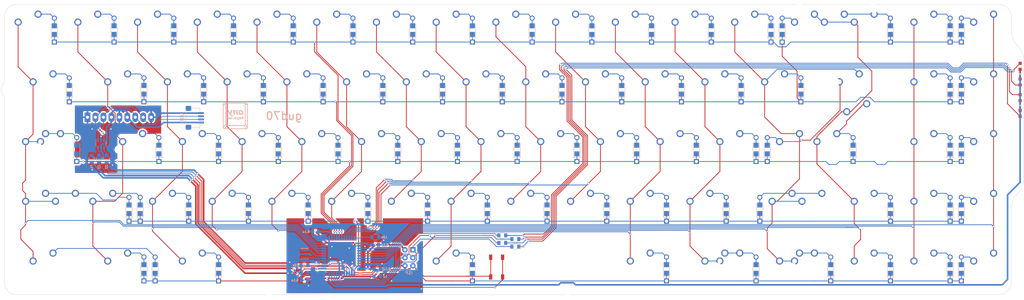
<source format=kicad_pcb>
(kicad_pcb (version 20210126) (generator pcbnew)
  (layers (0 "F.Cu" signal) (31 "B.Cu" signal) (34 "B.Paste" user) (35 "F.Paste" user) (36 "B.SilkS" user "B.Silkscreen") (37 "F.SilkS" user "F.Silkscreen") (38 "B.Mask" user) (39 "F.Mask" user) (44 "Edge.Cuts" user))
  (net 0 "")
  (net 1 "GND")
  (net 2 "VCC")
  (net 3 "row0")
  (net 4 "Net-(D1-Pad2)")
  (net 5 "Net-(D2-Pad2)")
  (net 6 "Net-(D3-Pad2)")
  (net 7 "Net-(D4-Pad2)")
  (net 8 "Net-(D5-Pad2)")
  (net 9 "Net-(D6-Pad2)")
  (net 10 "Net-(D7-Pad2)")
  (net 11 "Net-(D8-Pad2)")
  (net 12 "Net-(D9-Pad2)")
  (net 13 "Net-(D10-Pad2)")
  (net 14 "Net-(D11-Pad2)")
  (net 15 "Net-(D12-Pad2)")
  (net 16 "Net-(D13-Pad2)")
  (net 17 "Net-(D14-Pad2)")
  (net 18 "Net-(D15-Pad2)")
  (net 19 "Net-(D16-Pad2)")
  (net 20 "row1")
  (net 21 "Net-(D17-Pad2)")
  (net 22 "Net-(D18-Pad2)")
  (net 23 "Net-(D19-Pad2)")
  (net 24 "Net-(D20-Pad2)")
  (net 25 "Net-(D21-Pad2)")
  (net 26 "Net-(D22-Pad2)")
  (net 27 "Net-(D23-Pad2)")
  (net 28 "Net-(D24-Pad2)")
  (net 29 "Net-(D25-Pad2)")
  (net 30 "Net-(D26-Pad2)")
  (net 31 "Net-(D27-Pad2)")
  (net 32 "Net-(D28-Pad2)")
  (net 33 "Net-(D29-Pad2)")
  (net 34 "row2")
  (net 35 "Net-(D31-Pad2)")
  (net 36 "Net-(D32-Pad2)")
  (net 37 "Net-(D33-Pad2)")
  (net 38 "Net-(D34-Pad2)")
  (net 39 "Net-(D35-Pad2)")
  (net 40 "Net-(D36-Pad2)")
  (net 41 "Net-(D37-Pad2)")
  (net 42 "Net-(D38-Pad2)")
  (net 43 "Net-(D39-Pad2)")
  (net 44 "Net-(D40-Pad2)")
  (net 45 "Net-(D41-Pad2)")
  (net 46 "Net-(D42-Pad2)")
  (net 47 "Net-(D43-Pad2)")
  (net 48 "Net-(D44-Pad2)")
  (net 49 "row3")
  (net 50 "Net-(D46-Pad2)")
  (net 51 "Net-(D47-Pad2)")
  (net 52 "Net-(D48-Pad2)")
  (net 53 "Net-(D49-Pad2)")
  (net 54 "Net-(D50-Pad2)")
  (net 55 "Net-(D51-Pad2)")
  (net 56 "Net-(D52-Pad2)")
  (net 57 "Net-(D53-Pad2)")
  (net 58 "Net-(D54-Pad2)")
  (net 59 "Net-(D55-Pad2)")
  (net 60 "Net-(D56-Pad2)")
  (net 61 "Net-(D57-Pad2)")
  (net 62 "Net-(D58-Pad2)")
  (net 63 "Net-(D59-Pad2)")
  (net 64 "Net-(D61-Pad2)")
  (net 65 "row4")
  (net 66 "Net-(D62-Pad2)")
  (net 67 "Net-(D63-Pad2)")
  (net 68 "Net-(D67-Pad2)")
  (net 69 "Net-(D72-Pad2)")
  (net 70 "col0")
  (net 71 "col1")
  (net 72 "col2")
  (net 73 "col3")
  (net 74 "col4")
  (net 75 "col5")
  (net 76 "col6")
  (net 77 "col7")
  (net 78 "col8")
  (net 79 "col9")
  (net 80 "col10")
  (net 81 "col11")
  (net 82 "col12")
  (net 83 "col13")
  (net 84 "col14")
  (net 85 "D-")
  (net 86 "D+")
  (net 87 "RST")
  (net 88 "Net-(R6-Pad2)")
  (net 89 "VBUS")
  (net 90 "Net-(R1-Pad1)")
  (net 91 "Net-(R1-Pad2)")
  (net 92 "Net-(R2-Pad2)")
  (net 93 "Net-(R2-Pad1)")
  (net 94 "Net-(U1-Pad16)")
  (net 95 "Net-(U1-Pad17)")
  (net 96 "Net-(C1-Pad1)")
  (net 97 "Net-(D30-Pad2)")
  (net 98 "Net-(D45-Pad2)")
  (net 99 "Net-(D60-Pad2)")
  (net 100 "Net-(D64-Pad2)")
  (net 101 "Net-(D65-Pad2)")
  (net 102 "Net-(D66-Pad2)")
  (net 103 "Net-(D75-Pad2)")
  (net 104 "Net-(D76-Pad2)")
  (net 105 "Net-(D77-Pad2)")
  (net 106 "Net-(D78-Pad2)")
  (net 107 "Net-(D79-Pad2)")
  (net 108 "Net-(D80-Pad2)")
  (net 109 "col15")
  (net 110 "LED-2")
  (net 111 "LED-3")
  (net 112 "LED-1")
  (net 113 "LED-4")
  (net 114 "Net-(LED1-Pad1)")
  (net 115 "Net-(LED2-Pad1)")
  (net 116 "Net-(LED3-Pad1)")
  (net 117 "Net-(LED4-Pad1)")
  (footprint "Keeb_switches:CHERRY_PLATE_100H" (layer "F.Cu") (at 147.6375 66.675)
    (fp_text reference "K56" hide)
    (fp_text value "KEYSW" hide)
  )
  (footprint "Button_Switch_SMD:SW_SPST_TL3342" (layer "F.Cu") (at 158.35325 85.129751 -90)
    (fp_text reference "SW1" hide)
    (fp_text value "SW_PUSH")
  )
  (footprint "footprints:3.6mm_hole" (layer "F.Cu") (at 26.193772 85.725072)
    (fp_text reference "REF**" hide)
    (fp_text value "3.6mm_hole" hide)
  )
  (footprint "Keeb_switches:CHERRY_PLATE_125H" (layer "F.Cu") (at 11.90625 66.675)
    (fp_text reference "K49-1" hide)
    (fp_text value "KEYSW" hide)
  )
  (footprint "Keeb_switches:CHERRY_PLATE_100H" (layer "F.Cu") (at 95.25 28.575)
    (fp_text reference "K21" hide)
    (fp_text value "KEYSW" hide)
  )
  (footprint "Keeb_switches:CHERRY_PLATE_100H" (layer "F.Cu") (at 71.4375 66.675)
    (fp_text reference "K52" hide)
    (fp_text value "KEYSW" hide)
  )
  (footprint "Keeb_switches:CHERRY_PLATE_150H" (layer "F.Cu") (at 14.2875 85.725)
    (fp_text reference "K65" hide)
    (fp_text value "KEYSW" hide)
  )
  (footprint "Keeb_switches:CHERRY_PLATE_150H" (layer "F.Cu") (at 204.7875 85.725)
    (fp_text reference "K75" hide)
    (fp_text value "KEYSW" hide)
  )
  (footprint "Keeb_switches:CHERRY_PLATE_100H" (layer "F.Cu") (at 52.3875 66.675)
    (fp_text reference "K51" hide)
    (fp_text value "KEYSW" hide)
  )
  (footprint "Keeb_switches:CHERRY_PLATE_100H" (layer "F.Cu") (at 76.2 28.575)
    (fp_text reference "K20" hide)
    (fp_text value "KEYSW" hide)
  )
  (footprint "Keeb_switches:CHERRY_PLATE_100H" (layer "F.Cu") (at 80.9625 47.625)
    (fp_text reference "K36" hide)
    (fp_text value "KEYSW" hide)
  )
  (footprint "Keeb_switches:CHERRY_PLATE_100H" (layer "F.Cu") (at 123.825 9.525)
    (fp_text reference "K7" hide)
    (fp_text value "KEYSW" hide)
  )
  (footprint "Keeb_switches:CHERRY_PLATE_100H" (layer "F.Cu") (at 104.775 9.525)
    (fp_text reference "K6" hide)
    (fp_text value "KEYSW" hide)
  )
  (footprint "Keeb_switches:CHERRY_PLATE_100H" (layer "F.Cu") (at 276.225 85.725)
    (fp_text reference "K78" hide)
    (fp_text value "KEYSW" hide)
  )
  (footprint "Keeb_switches:CHERRY_PLATE_100H" (layer "F.Cu") (at 257.175216 9.525008)
    (fp_text reference "K30" hide)
    (fp_text value "KEYSW" hide)
  )
  (footprint "Keeb_switches:CHERRY_PLATE_150H" (layer "F.Cu") (at 271.462728 28.575024)
    (fp_text reference "K45-1" hide)
    (fp_text value "KEYSW" hide)
  )
  (footprint "Keeb_switches:CHERRY_PLATE_100H" (layer "F.Cu") (at 314.325 47.625)
    (fp_text reference "K48" hide)
    (fp_text value "KEYSW" hide)
  )
  (footprint "Keeb_switches:CHERRY_PLATE_175H" (layer "F.Cu") (at 250.03125 66.675)
    (fp_text reference "K61" hide)
    (fp_text value "KEYSW" hide)
  )
  (footprint "Keeb_switches:CHERRY_PLATE_100H" (layer "F.Cu") (at 190.5 28.575)
    (fp_text reference "K26" hide)
    (fp_text value "KEYSW" hide)
  )
  (footprint "Keeb_switches:CHERRY_PLATE_100H" (layer "F.Cu") (at 233.3625 47.625)
    (fp_text reference "K44" hide)
    (fp_text value "KEYSW" hide)
  )
  (footprint "Keeb_switches:CHERRY_PLATE_100H" (layer "F.Cu") (at 157.1625 47.625)
    (fp_text reference "K40" hide)
    (fp_text value "KEYSW" hide)
  )
  (footprint "Keeb_switches:CHERRY_PLATE_100H" (layer "F.Cu") (at 276.225232 9.525008)
    (fp_text reference "K14-1" hide)
    (fp_text value "KEYSW" hide)
  )
  (footprint "footprints:3.6mm_hole" (layer "F.Cu") (at 304.8 76.2)
    (fp_text reference "REF**" hide)
    (fp_text value "3.6mm_hole" hide)
  )
  (footprint "footprints:PinHeader_1x09_P2.54mm_Vertical" (layer "F.Cu") (at 27.825 37.325 90)
    (fp_text reference "J1" hide)
    (fp_text value "USB")
  )
  (footprint "footprints:3.6mm_hole" (layer "F.Cu") (at 161.925 19.825)
    (fp_text reference "REF**" hide)
    (fp_text value "3.6mm_hole" hide)
  )
  (footprint "Keeb_switches:CHERRY_PLATE_100H" (layer "F.Cu") (at 295.275 85.725)
    (fp_text reference "K79" hide)
    (fp_text value "KEYSW" hide)
  )
  (footprint "Keeb_switches:CHERRY_PLATE_125H" (layer "F.Cu") (at 11.90625 47.625)
    (fp_text reference "K33-1" hide)
    (fp_text value "KEYSW" hide)
  )
  (footprint "Keeb_switches:CHERRY_PLATE_100H" (layer "F.Cu") (at 314.325 85.725)
    (fp_text reference "K80" hide)
    (fp_text value "KEYSW" hide)
  )
  (footprint "Keeb_switches:CHERRY_PLATE_100H" (layer "F.Cu") (at 176.2125 47.625)
    (fp_text reference "K41" hide)
    (fp_text value "KEYSW" hide)
  )
  (footprint "Keeb_switches:CHERRY_PLATE_100H" (layer "F.Cu") (at 9.525 9.525)
    (fp_text reference "K1" hide)
    (fp_text value "KEYSW" hide)
  )
  (footprint "Keeb_switches:CHERRY_PLATE_100H" (layer "F.Cu") (at 42.8625 47.625)
    (fp_text reference "K34" hide)
    (fp_text value "KEYSW" hide)
  )
  (footprint "footprints:3.6mm_hole" (layer "F.Cu") (at 3.325001 28.575)
    (fp_text reference "REF**" hide)
    (fp_text value "3.6mm_hole" hide)
  )
  (footprint "Keeb_switches:CHERRY_PLATE_100H" (layer "F.Cu") (at 119.0625 47.625)
    (fp_text reference "K38" hide)
    (fp_text value "KEYSW" hide)
  )
  (footprint "Keeb_switches:CHERRY_PLATE_100H" (layer "F.Cu") (at 195.2625 47.625)
    (fp_text reference "K42" hide)
    (fp_text value "KEYSW" hide)
  )
  (footprint "Keeb_switches:CHERRY_PLATE_100H" (layer "F.Cu") (at 85.725 9.525)
    (fp_text reference "K5" hide)
    (fp_text value "KEYSW" hide)
  )
  (footprint "Keeb_switches:CHERRY_PLATE_100H" (layer "F.Cu") (at 238.125 9.525)
    (fp_text reference "K13" hide)
    (fp_text value "KEYSW" hide)
  )
  (footprint "Keeb_switches:CHERRY_PLATE_100H" (layer "F.Cu") (at 276.225 66.675)
    (fp_text reference "K62" hide)
    (fp_text value "KEYSW" hide)
  )
  (footprint "Keeb_switches:CHERRY_PLATE_100H" (layer "F.Cu") (at 247.65 28.575)
    (fp_text reference "K29" hide)
    (fp_text value "KEYSW" hide)
  )
  (footprint "Keeb_switches:CHERRY_PCB_200H_V" (layer "F.Cu") (at 273.84375 38.1)
    (fp_text reference "K46-1" hide)
    (fp_text value "KEYSW" hide)
  )
  (footprint "footprints:smd_led" (layer "F.Cu") (at 325.325 21.075 -90)
    (fp_text reference "LED1")
    (fp_text value "LED" hide)
  )
  (footprint "Keeb_switches:CHERRY_PLATE_100H" (layer "F.Cu") (at 219.075 9.525)
    (fp_text reference "K12" hide)
    (fp_text value "KEYSW" hide)
  )
  (footprint "Keeb_switches:CHERRY_PLATE_100H" (layer "F.Cu") (at 214.3125 47.625)
    (fp_text reference "K43" hide)
    (fp_text value "KEYSW" hide)
  )
  (footprint "Keeb_switches:CHERRY_PCB_275H" (layer "F.Cu") (at 259.556468 66.675056)
    (fp_text reference "K61-1" hide)
    (fp_text value "KEYSW" hide)
  )
  (footprint "Keeb_switches:CHERRY_PLATE_175H" (layer "F.Cu") (at 16.66875 47.625)
    (fp_text reference "K33" hide)
    (fp_text value "KEYSW" hide)
  )
  (footprint "Keeb_switches:CHERRY_PLATE_100H" (layer "F.Cu") (at 142.875 9.525)
    (fp_text reference "K8" hide)
    (fp_text value "KEYSW" hide)
  )
  (footprint "Keeb_switches:CHERRY_PLATE_100H" (layer "F.Cu") (at 295.275 47.625)
    (fp_text reference "K47" hide)
    (fp_text value "KEYSW" hide)
  )
  (footprint "Keeb_switches:CHERRY_PLATE_100H" (layer "F.Cu") (at 152.4 28.575)
    (fp_text reference "K24" hide)
    (fp_text value "KEYSW" hide)
  )
  (footprint "Keeb_switches:CHERRY_PLATE_100H" (layer "F.Cu") (at 295.275 9.525)
    (fp_text reference "K15" hide)
    (fp_text value "KEYSW" hide)
  )
  (footprint "Keeb_switches:CHERRY_PCB_600H_F" (layer "F.Cu") (at 133.35 85.725)
    (fp_text reference "K72" hide)
    (fp_text value "KEYSW" hide)
  )
  (footprint "Keeb_switches:CHERRY_PLATE_100H" (layer "F.Cu") (at 314.325 66.675)
    (fp_text reference "K64" hide)
    (fp_text value "KEYSW" hide)
  )
  (footprint "Keeb_switches:CHERRY_PLATE_100H" (layer "F.Cu") (at 66.675 9.525)
    (fp_text reference "K4" hide)
    (fp_text value "KEYSW" hide)
  )
  (footprint "Keeb_switches:CHERRY_PLATE_100H" (layer "F.Cu") (at 128.5875 66.675)
    (fp_text reference "K55" hide)
    (fp_text value "KEYSW" hide)
  )
  (footprint "Keeb_switches:CHERRY_PLATE_150H" (layer "F.Cu") (at 61.9125 85.725)
    (fp_text reference "K67" hide)
    (fp_text value "KEYSW" hide)
  )
  (footprint "Keeb_switches:CHERRY_PLATE_150H" (layer "F.Cu") (at 14.2875 28.575)
    (fp_text reference "K17" hide)
    (fp_text value "KEYSW" hide)
  )
  (footprint "footprints:smd_led" (layer "F.Cu") (at 325.325 36.075 90)
    (fp_text reference "LED4")
    (fp_text value "LED" hide)
  )
  (footprint "Keeb_switches:CHERRY_PLATE_100H" (layer "F.Cu") (at 171.45 28.575)
    (fp_text reference "K25" hide)
    (fp_text value "KEYSW" hide)
  )
  (footprint "Keeb_switches:CHERRY_PCB_225H" (layer "F.Cu") (at 264.31875 47.625)
    (fp_text reference "K46" hide)
    (fp_text value "KEYSW" hide)
  )
  (footprint "Keeb_switches:CHERRY_PLATE_100H" (layer "F.Cu") (at 138.1125 47.625)
    (fp_text reference "K39" hide)
    (fp_text value "KEYSW" hide)
  )
  (footprint "Keeb_switches:CHERRY_PLATE_100H" (layer "F.Cu") (at 252.4125 47.625)
    (fp_text reference "K45" hide)
    (fp_text value "KEYSW" hide)
  )
  (footprint "Keeb_switches:CHERRY_PLATE_100H" (layer "F.Cu") (at 204.7875 66.675)
    (fp_text reference "K59" hide)
    (fp_text value "KEYSW" hide)
  )
  (footprint "Keeb_switches:CHERRY_PLATE_100H" (layer "F.Cu") (at 61.9125 47.625)
    (fp_text reference "K35" hide)
    (fp_text value "KEYSW" hide)
  )
  (footprint "Keeb_switches:CHERRY_PLATE_100H" (layer "F.Cu") (at 295.275 66.675)
    (fp_text reference "K63" hide)
    (fp_text value "KEYSW" hide)
  )
  (footprint "Keeb_switches:CHERRY_PCB_200H" (layer "F.Cu") (at 266.7 9.525)
    (fp_text reference "K14" hide)
    (fp_text value "KEYSW" hide)
  )
  (footprint "Keeb_switches:CHERRY_PLATE_100H" (layer "F.Cu") (at 295.275 28.575)
    (fp_text reference "K31" hide)
    (fp_text value "KEYSW" hide)
  )
  (footprint "Keeb_switches:CHERRY_PLATE_100H" (layer "F.Cu") (at 33.3375 66.675)
    (fp_text reference "K50" hide)
    (fp_text value "KEYSW" hide)
  )
  (footprint "footprints:3.6mm_hole" (layer "F.Cu") (at 193.725 85.725)
    (fp_text reference "REF**" hide)
    (fp_text value "3.6mm_hole" hide)
  )
  (footprint "Keeb_switches:CHERRY_PLATE_100H" (layer "F.Cu") (at 200.025 9.525)
    (fp_text reference "K11" hide)
    (fp_text value "KEYSW" hide)
  )
  (footprint "Keeb_switches:CHERRY_PLATE_100H" (layer "F.Cu") (at 57.15 28.575)
    (fp_text reference "K19" hide)
    (fp_text value "KEYSW" hide)
  )
  (footprint "Keeb_switches:CHERRY_PLATE_100H" (layer "F.Cu") (at 28.575 9.525)
    (fp_text reference "K2" hide)
    (fp_text value "KEYSW" hide)
  )
  (footprint "Keeb_switches:CHERRY_PLATE_100H" (layer "F.Cu") (at 38.1 28.575)
    (fp_text reference "K18" hide)
    (fp_text value "KEYSW" hide)
  )
  (footprint "Keeb_switches:CHERRY_PLATE_100H" (layer "F.Cu") (at 257.175216 85.725072)
    (fp_text reference "K77-1" hide)
    (fp_text value "KEYSW" hide)
  )
  (footprint "Keeb_switches:CHERRY_PLATE_100H" (layer "F.Cu") (at 133.35 28.575)
    (fp_text reference "K23" hide)
    (fp_text value "KEYSW" hide)
  )
  (footprint "Keeb_switches:CHERRY_PLATE_100H" (layer "F.Cu") (at 223.8375 66.675)
    (fp_text reference "K60" hide)
    (fp_text value "KEYSW" hide)
  )
  (footprint "Keeb_switches:CHERRY_PLATE_100H" (layer "F.Cu") (at 228.6 85.725)
    (fp_text reference "K76" hide)
    (fp_text value "KEYSW" hide)
  )
  (footprint "Keeb_switches:CHERRY_PLATE_100H" (layer "F.Cu") (at 209.55 28.575)
    (fp_text reference "K27" hide)
    (fp_text value "KEYSW" hide)
  )
  (footprint "Keeb_switches:CHERRY_PLATE_100H" (layer "F.Cu") (at 109.5375 66.675)
    (fp_text reference "K54" hide)
    (fp_text value "KEYSW" hide)
  )
  (footprint "Keeb_switches:CHERRY_PLATE_150H" (layer "F.Cu") (at 233.362696 85.725072)
    (fp_text reference "K76-1" hide)
    (fp_text value "KEYSW" hide)
  )
  (footprint "footprints:smd_led" (layer "F.Cu") (at 325.325 31.075 -90)
    (fp_text reference "LED3")
    (fp_text value "LED" hide)
  )
  (footprint "Keeb_switches:CHERRY_PLATE_100H" (layer "F.Cu") (at 314.325 9.525)
    (fp_text reference "K16" hide)
    (fp_text value "KEYSW" hide)
  )
  (footprint "footprints:2.2mm_hole" (layer "F.Cu") (at 322.025 57.625)
    (fp_text reference "REF**" hide)
    (fp_text value "2.2mm_hole" hide)
  )
  (footprint "footprints:2.2mm_hole" (layer "F.Cu") (at 322.025 18.625)
    (fp_text reference "REF**" hide)
    (fp_text value "2.2mm_hole" hide)
  )
  (footprint "Keeb_switches:CHERRY_PCB_225H" (layer "F.Cu") (at 21.43125 66.675)
    (fp_text reference "K49" hide)
    (fp_text value "KEYSW" hide)
  )
  (footprint "Keeb_switches:CHERRY_PLATE_150H" (layer "F.Cu") (at 252.4125 85.725)
    (fp_text reference "K77" hide)
    (fp_text value "KEYSW" hide)
  )
  (footprint "Keeb_switches:CHERRY_PLATE_100H" (layer "F.Cu") (at 180.975 9.525)
    (fp_text reference "K10" hide)
    (fp_text value "KEYSW" hide)
  )
  (footprint "footprints:3.6mm_hole" (layer "F.Cu") (at 304.8 19.05)
    (fp_text reference "REF**" hide)
    (fp_text value "3.6mm_hole" hide)
  )
  (footprint "Keeb_switches:CHERRY_PLATE_100H" (layer "F.Cu") (at 228.6 28.575)
    (fp_text reference "K28" hide)
    (fp_text value "KEYSW" hide)
  )
  (footprint "Keeb_switches:CHERRY_PLATE_100H" (layer "F.Cu") (at 114.3 28.575)
    (fp_text reference "K22" hide)
    (fp_text value "KEYSW" hide)
  )
  (footprint "Keeb_switches:CHERRY_PLATE_100H" (layer "F.Cu") (at 314.325 28.575)
    (fp_text reference "K32" hide)
    (fp_text value "KEYSW" hide)
  )
  (footprint "Keeb_switches:CHERRY_PLATE_100H" (layer "F.Cu") (at 100.0125 47.625)
    (fp_text reference "K37" hide)
    (fp_text value "KEYSW" hide)
  )
  (footprint "Keeb_switches:CHERRY_PLATE_100H" (layer "F.Cu") (at 166.6875 66.675)
    (fp_text reference "K57" hide)
    (fp_text value "KEYSW" hide)
  )
  (footprint "Keeb_switches:CHERRY_PLATE_100H" (layer "F.Cu") (at 47.625 9.525)
    (fp_text reference "K3" hide)
    (fp_text value "KEYSW" hide)
  )
  (footprint "Keeb_switches:CHERRY_PLATE_100H" (layer "F.Cu") (at 38.1 85.725)
    (fp_text reference "K66" hide)
    (fp_text value "KEYSW" hide)
  )
  (footprint "footprints:smd_led" (layer "F.Cu") (at 325.325 26.075 90)
    (fp_text reference "LED2")
    (fp_text value "LED" hide)
  )
  (footprint "Keeb_switches:CHERRY_PLATE_100H" (layer "F.Cu") (at 161.925 9.525)
    (fp_text reference "K9" hide)
    (fp_text value "KEYSW" hide)
  )
  (footprint "Keeb_switches:CHERRY_PLATE_100H" (layer "F.Cu") (at 185.7375 66.675)
    (fp_text reference "K58" hide)
    (fp_text value "KEYSW" hide)
  )
  (footprint "Keeb_switches:CHERRY_PLATE_100H" (layer "F.Cu") (at 90.4875 66.675)
    (fp_text reference "K53" hide)
    (fp_text value "KEYSW" hide)
  )
  (footprint "Keeb_components:R_0805" (layer "B.Cu") (at 160.139189 77.390682)
    (fp_text reference "R102" hide)
    (fp_text value "1k")
  )
  (footprint "Keeb_components:hybrid_DIODE_sans" (layer "B.Cu") (at 44.648467 66.675048 90)
    (fp_text reference "D50")
    (fp_text value "D" hide)
  )
  (footprint "Keeb_components:hybrid_DIODE_sans" (layer "B.Cu") (at 179.189205 28.575016 90)
    (fp_text reference "D25")
    (fp_text value "D" hide)
  )
  (footprint "Keeb_components:hybrid_DIODE_sans" (layer "B.Cu") (at 207.764229 9.525 90)
    (fp_text reference "D11")
    (fp_text value "D" hide)
  )
  (footprint "Keeb_components:hybrid_DIODE_sans" (layer "B.Cu") (at 49.410971 85.725064 90)
    (fp_text reference "D65")
    (fp_text value "D" hide)
  )
  (footprint "Keeb_components:JST_SH_SM04B-SRSS-TB_1x04-1MP_P1.00mm_Horizontal" (layer "B.Cu") (at 61.912552 37.504719 90)
    (fp_text reference "J3" hide)
    (fp_text value "UDB")
  )
  (footprint "Keeb_components:hybrid_DIODE_sans" (layer "B.Cu") (at 102.989141 28.575016 90)
    (fp_text reference "D21")
    (fp_text value "D" hide)
  )
  (footprint "Keeb_components:hybrid_DIODE_sans" (layer "B.Cu") (at 264.914285 85.725072 90)
    (fp_text reference "D77")
    (fp_text value "D" hide)
  )
  (footprint "Keeb_components:hybrid_DIODE_sans" (layer "B.Cu") (at 306.586187 85.725064 90)
    (fp_text reference "D80")
    (fp_text value "D" hide)
  )
  (footprint "Keeb_components:hybrid_DIODE_sans" (layer "B.Cu") (at 79.176621 66.675048 90)
    (fp_text reference "D52")
    (fp_text value "D" hide)
  )
  (footprint "Keeb_components:ATMEGA32U4" (layer "B.Cu") (at 108.942271 81.557873 90)
    (fp_text reference "U1")
    (fp_text value "ATmega32U4")
  )
  (footprint "Keeb_components:hybrid_DIODE_sans" (layer "B.Cu") (at 283.964293 66.675048 90)
    (fp_text reference "D62")
    (fp_text value "D" hide)
  )
  (footprint "Keeb_components:hybrid_DIODE_sans" (layer "B.Cu") (at 136.326669 66.675048 90)
    (fp_text reference "D55")
    (fp_text value "D" hide)
  )
  (footprint "Keeb_components:hybrid_DIODE_sans" (layer "B.Cu") (at 88.701629 47.625032 90)
    (fp_text reference "D36")
    (fp_text value "D" hide)
  )
  (footprint "Keeb_components:hybrid_DIODE_sans" (layer "B.Cu") (at 160.139189 28.575016 90)
    (fp_text reference "D24")
    (fp_text value "D" hide)
  )
  (footprint "Keeb_components:hybrid_DIODE_sans" (layer "B.Cu") (at 212.526733 66.675048 90)
    (fp_text reference "D59")
    (fp_text value "D" hide)
  )
  (footprint "Keeb_components:R_0805" (layer "B.Cu") (at 33.932833 50.601597 90)
    (fp_text reference "R1" hide)
    (fp_text value "22")
  )
  (footprint "Keeb_components:hybrid_DIODE_sans" (layer "B.Cu") (at 188.714213 9.525 90)
    (fp_text reference "D10")
    (fp_text value "D" hide)
  )
  (footprint "Keeb_components:hybrid_DIODE_sans" (layer "B.Cu") (at 74.414117 9.525 90)
    (fp_text reference "D4")
    (fp_text value "D" hide)
  )
  (footprint "Keeb_components:R_0805" (layer "B.Cu") (at 160.139189 75.00943)
    (fp_text reference "R104" hide)
    (fp_text value "1k")
  )
  (footprint "Keeb_components:hybrid_DIODE_sans" (layer "B.Cu") (at 303.014309 47.625032 90)
    (fp_text reference "D47")
    (fp_text value "D" hide)
  )
  (footprint "Keeb_components:hybrid_DIODE_sans" (layer "B.Cu") (at 244.673635 47.624968 90)
    (fp_text reference "D45")
    (fp_text value "D" hide)
  )
  (footprint "Keeb_components:hybrid_DIODE_sans" (layer "B.Cu") (at 242.292391 66.675056 90)
    (fp_text reference "D61")
    (fp_text value "D" hide)
  )
  (footprint "Keeb_components:hybrid_DIODE_sans" (layer "B.Cu") (at 272.058033 47.625032 90)
    (fp_text reference "D46")
    (fp_text value "D" hide)
  )
  (footprint "Keeb_components:R_0805" (layer "B.Cu") (at 29.170329 50.601597 90)
    (fp_text reference "F1")
    (fp_text value "Polyfuse" hide)
  )
  (footprint "Keeb_components:hybrid_DIODE_sans" (layer "B.Cu") (at 283.964293 85.725064 90)
    (fp_text reference "D78")
    (fp_text value "D" hide)
  )
  (footprint "Keeb_components:hybrid_DIODE_sans" (layer "B.Cu") (at 198.239221 28.574952 90)
    (fp_text reference "D26")
    (fp_text value "D" hide)
  )
  (footprint "Keeb_components:hybrid_DIODE_sans" (layer "B.Cu") (at 24.407825 47.624968 90)
    (fp_text reference "D33")
    (fp_text value "D" hide)
  )
  (footprint "Keeb_components:Resonator_SMD_muRata_CSTNExxV-3Pin-p1.2" (layer "B.Cu") (at 97.036011 80.96256 -90)
    (fp_text reference "X1" hide)
    (fp_text value "XTAL_GND")
  )
  (footprint "Keeb_components:hybrid_DIODE_sans" (layer "B.Cu") (at 255.389269 28.574952 90)
    (fp_text reference "D29")
    (fp_text value "D" hide)
  )
  (footprint "Keeb_components:C_0805" (layer "B.Cu") (at 120.253218 85.725064 180)
    (fp_text reference "C2")
    (fp_text value "0.1u")
  )
  (footprint "Keeb_components:hybrid_DIODE_sans" (layer "B.Cu") (at 241.101765 85.725064 90)
    (fp_text reference "D76")
    (fp_text value "D" hide)
  )
  (footprint "Keeb_components:hybrid_DIODE_sans" (layer "B.Cu") (at 22.026573 28.574952 90)
    (fp_text reference "D17")
    (fp_text value "D" hide)
  )
  (footprint "Keeb_components:R_0805" (layer "B.Cu") (at 119.657905 75.604743 180)
    (fp_text reference "R6" hide)
    (fp_text value "10k")
  )
  (footprint "Keeb_components:hybrid_DIODE_sans" (layer "B.Cu") (at 203.001725 47.625032 90)
    (fp_text reference "D42")
    (fp_text value "D" hide)
  )
  (footprint "Keeb_components:hybrid_DIODE_sans" (layer "B.Cu") (at 117.276653 66.675048 90)
    (fp_text reference "D54")
    (fp_text value "D" hide)
  )
  (footprint "Keeb_components:hybrid_DIODE_sans" (layer "B.Cu") (at 212.526733 85.725064 90)
    (fp_text reference "D75")
    (fp_text value "D" hide)
  )
  (footprint "Keeb_components:hybrid_DIODE_sans" (layer "B.Cu") (at 303.014309 85.725064 90)
    (fp_text reference "D79")
    (fp_text value "D" hide)
  )
  (footprint "Keeb_components:hybrid_DIODE_sans" (layer "B.Cu") (at 131.564165 9.524936 90)
    (fp_text reference "D7")
    (fp_text value "D" hide)
  )
  (footprint "Keeb_components:hybrid_DIODE_sans" (layer "B.Cu") (at 217.289237 28.574952 90)
    (fp_text reference "D27")
    (fp_text value "D" hide)
  )
  (footprint "Keeb_components:hybrid_DIODE_sans" (layer "B.Cu") (at 69.651613 47.624968 90)
    (fp_text reference "D35")
    (fp_text value "D" hide)
  )
  (footprint "Keeb_components:hybrid_DIODE_sans" (layer "B.Cu") (at 245.864261 9.524936 90)
    (fp_text reference "D13")
    (fp_text value "D" hide)
  )
  (footprint "Keeb_components:hybrid_DIODE_sans" (layer "B.Cu") (at 183.951709 47.624968 90)
    (fp_text reference "D41")
    (fp_text value "D" hide)
  )
  (footprint "Keeb_components:C_0805" (layer "B.Cu") (at 119.657905 77.985995 180)
    (fp_text reference "C4")
    (fp_text value "0.1u")
  )
  (footprint "Keeb_components:hybrid_DIODE_sans" (layer "B.Cu") (at 41.076589 66.675048 90)
    (fp_text reference "D49")
    (fp_text value "D" hide)
  )
  (footprint "Keeb_components:R_0805" (layer "B.Cu") (at 164.30638 76.200056)
    (fp_text reference "R103" hide)
    (fp_text value "1k")
  )
  (footprint "Keeb_components:C_0805" (layer "B.Cu") (at 120.253218 88.106316)
    (fp_text reference "C1")
    (fp_text value "1u")
  )
  (footprint "Keeb_components:hybrid_DIODE_sans" (layer "B.Cu") (at 249.436147 9.525008 90)
    (fp_text reference "D30")
    (fp_text value "D" hide)
  )
  (footprint "Keeb_components:hybrid_DIODE_sans" (layer "B.Cu") (at 83.939125 28.575016 90)
    (fp_text reference "D20")
    (fp_text value "D" hide)
  )
  (footprint "Keeb_components:hybrid_DIODE_sans" (layer "B.Cu") (at 169.664197 9.524936 90)
    (fp_text reference "D9")
    (fp_text value "D" hide)
  )
  (footprint "Keeb_components:hybrid_DIODE_sans" (layer "B.Cu") (at 236.339253 28.575016 90)
    (fp_text reference "D28")
    (fp_text value "D" hide)
  )
  (footprint "Keeb_components:C_0805" (layer "B.Cu") (at 100.607889 73.818804)
    (fp_text reference "C3")
    (fp_text value "0.1u")
  )
  (footprint "Keeb_components:hybrid_DIODE_sans" (layer "B.Cu") (at 60.126605 66.675048 90)
    (fp_text reference "D51")
    (fp_text value "D" hide)
  )
  (footprint "Keeb_components:hybrid_DIODE_sans" (layer "B.Cu") (at 303.014309 9.524936 90)
    (fp_text reference "D15")
    (fp_text value "D" hide)
  )
  (footprint "Keeb_components:hybrid_DIODE_sans" (layer "B.Cu") (at 303.014309 66.675048 90)
    (fp_text reference "D63")
    (fp_text value "D" hide)
  )
  (footprint "Keeb_components:hybrid_DIODE_sans" (layer "B.Cu") (at 141.089173 28.574952 90)
    (fp_text reference "D23")
    (fp_text value "D" hide)
  )
  (footprint "Keeb_components:hybrid_DIODE_sans" (layer "B.Cu") (at 155.376685 66.675048 90)
    (fp_text reference "D56")
    (fp_text value "D" hide)
  )
  (footprint "Keeb_components:hybrid_DIODE_sans" (layer "B.Cu") (at 164.901693 47.624968 90)
    (fp_text reference "D40")
    (fp_text value "D" hide)
  )
  (footprint "Keeb_components:hybrid_DIODE_sans" (layer "B.Cu") (at 126.801661 47.624968 90)
    (fp_text reference "D38")
    (fp_text value "D" hide)
  )
  (footprint "Keeb_components:USBLC6-2SC6" (layer "B.Cu") (at 32.146894 45.839093)
    (fp_text reference "U2" hide)
    (fp_text value "USBLC6-2SC6")
  )
  (footprint "Keeb_components:R_0805" (layer "B.Cu") (at 97.036011 84.534438 180)
    (fp_text reference "R5" hide)
    (fp_text value "10k")
  )
  (footprint "Keeb_components:hybrid_DIODE_sans" (layer "B.Cu") (at 122.039157 28.575016 90)
    (fp_text reference "D22")
    (fp_text value "D" hide)
  )
  (footprint "Keeb_components:hybrid_DIODE_sans" (layer "B.Cu") (at 150.614181 9.524936 90)
    (fp_text reference "D8")
    (fp_text value "D" hide)
  )
  (footprint "Keeb_components:hybrid_DIODE_sans" (layer "B.Cu") (at 306.586187 28.575016 90)
    (fp_text reference "D32")
    (fp_text value "D" hide)
  )
  (footprint "Keeb_components:hybrid_DIODE_sans" (layer "B.Cu") (at 222.051741 47.624968 90)
    (fp_text reference "D43")
    (fp_text value "D" hide)
  )
  (footprint "Keeb_components:hybrid_DIODE_sans" (layer "B.Cu") (at 93.464133 9.525 90)
    (fp_text reference "D5")
    (fp_text value "D" hide)
  )
  (footprint "Keeb_components:hybrid_DIODE_sans" (layer "B.Cu") (at 50.601597 47.625032 90)
    (fp_text reference "D34")
    (fp_text value "D" hide)
  )
  (footprint "Keeb_components:hybrid_DIODE_sans" (layer "B.Cu") (at 150.614181 85.725064 90)
    (fp_text reference "D72")
    (fp_text value "D" hide)
  )
  (footprint "Keeb_components:hybrid_DIODE_sans" (layer "B.Cu") (at 303.014309 28.575016 90)
    (fp_text reference "D31")
    (fp_text value "D" hide)
  )
  (footprint "Keeb_components:hybrid_DIODE_sans" (layer "B.Cu") (at 36.314085 9.524936 90)
    (fp_text reference "D2")
    (fp_text value "D" hide)
  )
  (footprint "Keeb_components:hybrid_DIODE_sans" (layer "B.Cu") (at 231.576749 66.675048 90)
    (fp_text reference "D60")
    (fp_text value "D" hide)
  )
  (footprint "Keeb_components:hybrid_DIODE_sans" (layer "B.Cu") (at 112.514149 9.524936 90)
    (fp_text reference "D6")
    (fp_text value "D" hide)
  )
  (footprint "Keeb_components:hybrid_DIODE_sans" (layer "B.Cu") (at 306.586187 9.525 90)
    (fp_text reference "D16")
    (fp_text value "D" hide)
  )
  (footprint "Keeb_components:C_0805" (layer "B.Cu") (at 97.036011 86.91569 180)
    (fp_text reference "C6")
    (fp_text value "4.7u")
  )
  (footprint "Keeb_components:hybrid_DIODE_sans" (layer "B.Cu") (at 145.851677 47.625032 90)
    (fp_text reference "D39")
    (fp_text value "D" hide)
  )
  (footprint "Keeb_components:hybrid_DIODE_sans" (layer "B.Cu") (at 55.364101 9.524936 90)
    (fp_text reference "D3")
    (fp_text value "D" hide)
  )
  (footprint "Keeb_components:isp_standard" (layer "B.Cu") (at 130.373539 82.153186 180)
    (fp_text reference "J2" hide)
    (fp_text value "ISP")
  )
  (footprint "Keeb_components:hybrid_DIODE_sans" (layer "B.Cu") (at 226.814245 9.525 90)
    (fp_text reference "D12")
    (fp_text value "D" hide)
  )
  (footprint "Keeb_components:hybrid_DIODE_sans" (layer "B.Cu") (at 64.889109 28.574952 90)
    (fp_text reference "D19")
    (fp_text value "D" hide)
  )
  (footprint "Keeb_components:hybrid_DIODE_sans" (layer "B.Cu") (at 45.839093 28.575016 90)
    (fp_text reference "D18")
    (fp_text value "D" hide)
  )
  (footprint "Keeb_components:hybrid_DIODE_sans" (layer "B.Cu") (at 98.226637 66.675048 90)
    (fp_text reference "D53")
    (fp_text value "D" hide)
  )
  (footprint "Keeb_components:R_0805" (layer "B.Cu") (at 31.551581 50.601597 90)
    (fp_text reference "R2" hide)
    (fp_text value "22")
  )
  (footprint "Keeb_components:hybrid_DIODE_sans" (layer "B.Cu") (at 306.586187 47.625032 90)
    (fp_text reference "D48")
    (fp_text value "D" hide)
  )
  (footprint "Keeb_components:hybrid_DIODE_sans" (layer "B.Cu") (at 45.839093 85.725064 90)
    (fp_text reference "D66")
    (fp_text value "D" hide)
  )
  (footprint "Keeb_components:hybrid_DIODE_sans" (layer "B.Cu") (at 306.586187 66.675048 90)
    (fp_text reference "D64")
    (fp_text value "D" hide)
  )
  (footprint "Keeb_components:logo_new" (layer "B.Cu") (at 75.009438 36.909406 180)
    (fp_text reference "G***" hide)
    (fp_text value "LOGO" hide)
  )
  (footprint "Keeb_components:C_0805" (layer "B.Cu") (at 97.036011 89.296942 180)
    (fp_text reference "C5")
    (fp_text value "0.1u")
  )
  (footprint "Keeb_components:hybrid_DIODE_sans" (layer "B.Cu") (at 193.476717 66.675048 90)
    (fp_text reference "D58")
    (fp_text value "D" hide)
  )
  (footprint "Keeb_components:hybrid_DIODE_sans" (layer "B.Cu") (at 17.264069 9.525 90)
    (fp_text reference "D1")
    (fp_text value "D" hide)
  )
  (footprint "Keeb_components:hybrid_DIODE_sans" (layer "B.Cu") (at 241.101757 47.624968 90)
    (fp_text reference "D44")
    (fp_text value "D" hide)
  )
  (footprint "Keeb_components:hybrid_DIODE_sans" (layer "B.Cu") (at 174.426701 66.675048 90)
    (fp_text reference "D57")
    (fp_text value "D" hide)
  )
  (footprint "Keeb_components:hybrid_DIODE_sans" (layer "B.Cu") (at 283.964301 9.525 90)
    (fp_text reference "D14")
    (fp_text value "D" hide)
  )
  (footprint "Keeb_components:hybrid_DIODE_sans" (layer "B.Cu") (at 69.651613 85.725064 90)
    (fp_text reference "D67")
    (fp_text value "D" hide)
  )
  (footprint "Keeb_components:hybrid_DIODE_sans" (layer "B.Cu") (at 107.751645 47.624968 90)
    (fp_text reference "D37")
    (fp_text value "D" hide)
  )
  (footprint "Keeb_components:R_0805" (layer "B.Cu") (at 164.30638 78.581308)
    (fp_text reference "R101" hide)
    (fp_text value "1k")
  )
  (gr_arc (start 3.325009 28.575008) (end 1.325009 26.33894) (angle -96.4) (layer "Edge.Cuts") (width 0.1))
  (gr_line (start 322.525 9.525) (end 322.525 5.325001) (layer "Edge.Cuts") (width 0.1))
  (gr_line (start 326.525 56.675) (end 326.525 19.524999) (layer "Edge.Cuts") (width 0.1))
  (gr_arc (start 318.525 89.924999) (end 318.525 93.924999) (angle -90) (layer "Edge.Cuts") (width 0.1))
  (gr_line (start 1.325814 30.811796) (end 1.325001 89.925) (layer "Edge.Cuts") (width 0.1))
  (gr_arc (start 329.775 9.525) (end 322.525 9.525) (angle -43.60281897) (layer "Edge.Cuts") (width 0.1))
  (gr_line (start 1.325009 26.33894) (end 1.325009 5.325001) (layer "Edge.Cuts") (width 0.1))
  (gr_line (start 322.525 89.924999) (end 322.525 66.675) (layer "Edge.Cuts") (width 0.1))
  (gr_line (start 318.525 1.325001) (end 5.325001 1.325001) (layer "Edge.Cuts") (width 0.1))
  (gr_arc (start 5.325001 5.325001) (end 5.325001 1.325001) (angle -90) (layer "Edge.Cuts") (width 0.1))
  (gr_arc (start 319.275 19.524999) (end 326.525 19.524999) (angle -43.60281897) (layer "Edge.Cuts") (width 0.1))
  (gr_line (start 5.325001 93.924999) (end 318.525 93.924999) (layer "Edge.Cuts") (width 0.1))
  (gr_arc (start 329.775 66.675) (end 324.525 61.675) (angle -43.60281897) (layer "Edge.Cuts") (width 0.1))
  (gr_arc (start 318.525 5.325) (end 322.525 5.325001) (angle -90) (layer "Edge.Cuts") (width 0.1))
  (gr_arc (start 319.275 56.675) (end 324.525 61.675) (angle -43.60281897) (layer "Edge.Cuts") (width 0.1))
  (gr_arc (start 5.325001 89.924999) (end 1.325001 89.925) (angle -90) (layer "Edge.Cuts") (width 0.1))
  (gr_text "gud70" (at 90.487576 36.909406) (layer "B.SilkS") (effects (font (size 2.5 2.5) (thickness 0.4)) (justify mirror)))
  (segment (start 64.889117 57.214466) (end 64.889117 70.624358) (width 0.5) (layer "F.Cu") (net 1))
  (segment (start 91.825 87.075) (end 78.086983 87.075) (width 0.5) (layer "F.Cu") (net 1))
  (segment (start 62.40315 71.391167) (end 62.40315 59.364301) (width 0.5) (layer "F.Cu") (net 1))
  (segment (start 78.086983 87.075) (end 62.40315 71.391167) (width 0.5) (layer "F.Cu") (net 1))
  (segment (start 78.094948 83.830189) (end 92.069811 83.830189) (width 0.5) (layer "F.Cu") (net 1))
  (segment (start 92.069811 83.830189) (end 92.325 83.575) (width 0.5) (layer "F.Cu") (net 1))
  (segment (start 64.889117 70.624358) (end 78.094948 83.830189) (width 0.5) (layer "F.Cu") (net 1))
  (segment (start 63.016966 55.342315) (end 64.889117 57.214466) (width 0.5) (layer "F.Cu") (net 1))
  (segment (start 160.25325 89.14675) (end 157.825 91.575) (width 0.25) (layer "F.Cu") (net 1))
  (segment (start 160.25325 88.279751) (end 160.25325 81.979751) (width 0.25) (layer "F.Cu") (net 1))
  (segment (start 160.25325 88.279751) (end 160.25325 89.14675) (width 0.25) (layer "F.Cu") (net 1))
  (segment (start 62.40315 59.364301) (end 60.711681 57.672832) (width 0.5) (layer "F.Cu") (net 1))
  (via (at 109.325 83.075) (size 0.6) (drill 0.4) (layers "F.Cu" "B.Cu") (net 1))
  (via (at 116.325 78.532873) (size 0.6) (drill 0.4) (layers "F.Cu" "B.Cu") (net 1))
  (via (at 29.325 54.075) (size 0.6) (drill 0.4) (layers "F.Cu" "B.Cu") (net 1))
  (via (at 35.825 52.575) (size 0.6) (drill 0.4) (layers "F.Cu" "B.Cu") (net 1))
  (via (at 124.825 89.575) (size 0.6) (drill 0.4) (layers "F.Cu" "B.Cu") (net 1))
  (via (at 105.825 78.575) (size 0.6) (drill 0.4) (layers "F.Cu" "B.Cu") (net 1))
  (via (at 122.325 87.575) (size 0.6) (drill 0.4) (layers "F.Cu" "B.Cu") (net 1))
  (via (at 92.325 83.575) (size 0.6) (drill 0.4) (layers "F.Cu" "B.Cu") (net 1))
  (via (at 35.325 41.075) (size 0.6) (drill 0.4) (layers "F.Cu" "B.Cu") (net 1))
  (via (at 112.325 83.575) (size 0.6) (drill 0.4) (layers "F.Cu" "B.Cu") (net 1))
  (via (at 111.325 79.075) (size 0.6) (drill 0.4) (layers "F.Cu" "B.Cu") (net 1))
  (via (at 121.825 84.075) (size 0.6) (drill 0.4) (layers "F.Cu" "B.Cu") (net 1))
  (via (at 122.325 76.575) (size 0.6) (drill 0.4) (layers "F.Cu" "B.Cu") (net 1))
  (via (at 134.325 92.075) (size 0.6) (drill 0.4) (layers "F.Cu" "B.Cu") (net 1))
  (via (at 105.325 82.075) (size 0.6) (drill 0.4) (layers "F.Cu" "B.Cu") (net 1))
  (via (at 91.825 87.075) (size 0.6) (drill 0.4) (layers "F.Cu" "B.Cu") (net 1))
  (via (at 98.325 91.075) (size 0.6) (drill 0.4) (layers "F.Cu" "B.Cu") (net 1))
  (via (at 32.146894 43.457841) (size 0.6) (drill 0.4) (layers "F.Cu" "B.Cu") (net 1))
  (via (at 63.016966 55.342315) (size 0.6) (drill 0.4) (layers "F.Cu" "B.Cu") (net 1))
  (via (at 29.325 41.075) (size 0.6) (drill 0.4) (layers "F.Cu" "B.Cu") (net 1))
  (via (at 157.825 91.575) (size 0.6) (drill 0.4) (layers "F.Cu" "B.Cu") (net 1))
  (via (at 60.711681 57.672832) (size 0.6) (drill 0.4) (layers "F.Cu" "B.Cu") (net 1))
  (via (at 100.825 83.575) (size 0.6) (drill 0.4) (layers "F.Cu" "B.Cu") (net 1))
  (segment (start 98.036011 89.296942) (end 98.036011 90.786011) (width 0.25) (layer "B.Cu") (net 1))
  (segment (start 59.698283 56.659434) (end 32.846914 56.659434) (width 0.5) (layer "B.Cu") (net 1))
  (segment (start 121.253218 88.106316) (end 121.793684 88.106316) (width 0.25) (layer "B.Cu") (net 1))
  (segment (start 104.942271 77.692271) (end 105.825 78.575) (width 0.25) (layer "B.Cu") (net 1))
  (segment (start 104.942271 75.857873) (end 104.942271 77.692271) (width 0.25) (layer "B.Cu") (net 1))
  (segment (start 29.325 54.075) (end 30.26248 54.075) (width 0.5) (layer "B.Cu") (net 1))
  (segment (start 50.186011 37.325) (end 51.506292 36.004719) (width 0.5) (layer "B.Cu") (net 1))
  (segment (start 120.657905 77.985995) (end 121.414005 77.985995) (width 0.25) (layer "B.Cu") (net 1))
  (segment (start 121.253218 84.646782) (end 121.825 84.075) (width 0.25) (layer "B.Cu") (net 1))
  (segment (start 103.242271 83.157873) (end 104.242127 83.157873) (width 0.25) (layer "B.Cu") (net 1))
  (segment (start 35.825 52.575) (end 35.825 53.089077) (width 0.5) (layer "B.Cu") (net 1))
  (segment (start 121.414005 77.985995) (end 122.325 77.075) (width 0.25) (layer "B.Cu") (net 1))
  (segment (start 104.242127 83.157873) (end 105.325 82.075) (width 0.25) (layer "B.Cu") (net 1))
  (segment (start 36.909406 54.173483) (end 61.848134 54.173483) (width 0.5) (layer "B.Cu") (net 1))
  (segment (start 114.642271 78.357873) (end 116.15 78.357873) (width 0.25) (layer "B.Cu") (net 1))
  (segment (start 103.242271 83.157873) (end 101.242127 83.157873) (width 0.25) (layer "B.Cu") (net 1))
  (segment (start 109.325 84.651543) (end 109.325 83.075) (width 0.25) (layer "B.Cu") (net 1))
  (segment (start 32.146894 44.689093) (end 32.146894 43.457841) (width 0.5) (layer "B.Cu") (net 1))
  (segment (start 101.242127 83.157873) (end 100.825 83.575) (width 0.25) (layer "B.Cu") (net 1))
  (segment (start 109.742271 87.257873) (end 109.742271 85.068814) (width 0.25) (layer "B.Cu") (net 1))
  (segment (start 114.642271 78.357873) (end 112.042127 78.357873) (width 0.25) (layer "B.Cu") (net 1))
  (segment (start 64.062552 36.004719) (end 51.506292 36.004719) (width 0.5) (layer "B.Cu") (net 1))
  (segment (start 157.825 91.575) (end 134.825 91.575) (width 0.25) (layer "B.Cu") (net 1))
  (segment (start 35.825 53.089077) (end 36.909406 54.173483) (width 0.5) (layer "B.Cu") (net 1))
  (segment (start 113.090221 84.757873) (end 112.325 83.992652) (width 0.25) (layer "B.Cu") (net 1))
  (segment (start 30.26248 54.075) (end 32.846914 56.659434) (width 0.5) (layer "B.Cu") (net 1))
  (segment (start 112.325 83.992652) (end 112.325 83.575) (width 0.25) (layer "B.Cu") (net 1))
  (segment (start 114.642271 84.757873) (end 113.090221 84.757873) (width 0.25) (layer "B.Cu") (net 1))
  (segment (start 122.325 77.075) (end 122.325 76.575) (width 0.25) (layer "B.Cu") (net 1))
  (segment (start 121.253218 85.725064) (end 121.253218 84.646782) (width 0.25) (layer "B.Cu") (net 1))
  (segment (start 112.042127 78.357873) (end 111.325 79.075) (width 0.25) (layer "B.Cu") (net 1))
  (segment (start 98.036011 90.786011) (end 98.325 91.075) (width 0.25) (layer "B.Cu") (net 1))
  (segment (start 48.145 37.325) (end 50.186011 37.325) (width 0.5) (layer "B.Cu") (net 1))
  (segment (start 61.848134 54.173483) (end 63.016966 55.342315) (width 0.5) (layer "B.Cu") (net 1))
  (segment (start 134.825 91.575) (end 134.325 92.075) (width 0.25) (layer "B.Cu") (net 1))
  (segment (start 60.711681 57.672832) (end 59.698283 56.659434) (width 0.5) (layer "B.Cu") (net 1))
  (segment (start 109.742271 85.068814) (end 109.325 84.651543) (width 0.25) (layer "B.Cu") (net 1))
  (segment (start 116.15 78.357873) (end 116.325 78.532873) (width 0.25) (layer "B.Cu") (net 1))
  (segment (start 121.793684 88.106316) (end 122.325 87.575) (width 0.25) (layer "B.Cu") (net 1))
  (segment (start 112.514149 88.106316) (end 109.537584 88.106316) (width 0.5) (layer "F.Cu") (net 2))
  (segment (start 113.109462 77.390682) (end 104.179767 77.390682) (width 0.5) (layer "F.Cu") (net 2))
  (segment (start 325.325 23.575) (end 325.325 25.125) (width 0.5) (layer "F.Cu") (net 2))
  (segment (start 325.325 33.575) (end 325.325 35.125) (width 0.5) (layer "F.Cu") (net 2))
  (segment (start 113.109462 84.534438) (end 112.525623 85.118277) (width 0.5) (layer "F.Cu") (net 2))
  (segment (start 119.985249 87.243034) (end 120.253218 86.975065) (width 0.5) (layer "F.Cu") (net 2))
  (segment (start 325.325 22.025) (end 325.325 23.575) (width 0.5) (layer "F.Cu") (net 2))
  (segment (start 93.298527 85.559458) (end 93.464133 85.725064) (width 0.5) (layer "F.Cu") (net 2))
  (segment (start 61.317231 57.15004) (end 63.10317 58.935979) (width 0.5) (layer "F.Cu") (net 2))
  (segment (start 109.537584 88.106316) (end 108.942271 88.701629) (width 0.5) (layer "F.Cu") (net 2))
  (segment (start 113.109462 77.390682) (end 113.109462 84.534438) (width 0.5) (layer "F.Cu") (net 2))
  (segment (start 63.10317 71.101209) (end 77.561419 85.559458) (width 0.5) (layer "F.Cu") (net 2))
  (segment (start 127.476348 77.985995) (end 129.103539 79.613186) (width 0.5) (layer "F.Cu") (net 2))
  (segment (start 63.10317 58.935979) (end 63.10317 71.101209) (width 0.5) (layer "F.Cu") (net 2))
  (segment (start 104.198371 88.701629) (end 97.631324 88.701629) (width 0.5) (layer "F.Cu") (net 2))
  (segment (start 117.276653 85.725064) (end 117.276653 80.367247) (width 0.5) (layer "F.Cu") (net 2))
  (segment (start 112.514149 88.106316) (end 119.121967 88.106316) (width 0.5) (layer "F.Cu") (net 2))
  (segment (start 325.325 32.025) (end 325.325 33.575) (width 0.5) (layer "F.Cu") (net 2))
  (segment (start 117.276653 80.367247) (end 119.657905 77.985995) (width 0.5) (layer "F.Cu") (net 2))
  (segment (start 119.121967 88.106316) (end 119.985249 87.243034) (width 0.5) (layer "F.Cu") (net 2))
  (segment (start 97.631324 88.701629) (end 97.036011 89.296942) (width 0.5) (layer "F.Cu") (net 2))
  (segment (start 104.179767 77.390682) (end 100.607889 73.818804) (width 0.5) (layer "F.Cu") (net 2))
  (segment (start 119.657905 77.985995) (end 127.476348 77.985995) (width 0.5) (layer "F.Cu") (net 2))
  (segment (start 108.942271 88.701629) (end 108.346958 88.701629) (width 0.5) (layer "F.Cu") (net 2))
  (segment (start 108.346958 88.701629) (end 104.198371 88.701629) (width 0.5) (layer "F.Cu") (net 2))
  (segment (start 77.561419 85.559458) (end 93.298527 85.559458) (width 0.5) (layer "F.Cu") (net 2))
  (via (at 61.317231 57.15004) (size 0.6) (drill 0.4) (layers "F.Cu" "B.Cu") (net 2))
  (via (at 325.325 33.575) (size 0.6) (drill 0.4) (layers "F.Cu" "B.Cu") (net 2))
  (via (at 108.346958 88.701629) (size 0.6) (drill 0.4) (layers "F.Cu" "B.Cu") (net 2))
  (via (at 93.464133 85.725064) (size 0.6) (drill 0.4) (layers "F.Cu" "B.Cu") (net 2))
  (via (at 112.525623 85.118277) (size 0.6) (drill 0.4) (layers "F.Cu" "B.Cu") (net 2))
  (via (at 97.036011 89.296942) (size 0.6) (drill 0.4) (layers "F.Cu" "B.Cu") (net 2))
  (via (at 104.198371 88.701629) (size 0.6) (drill 0.4) (layers "F.Cu" "B.Cu") (net 2))
  (via (at 113.109462 77.390682) (size 0.6) (drill 0.4) (layers "F.Cu" "B.Cu") (net 2))
  (via (at 120.253218 86.975065) (size 0.6) (drill 0.4) (layers "F.Cu" "B.Cu") (net 2))
  (via (at 100.607889 73.818804) (size 0.6) (drill 0.4) (layers "F.Cu" "B.Cu") (net 2))
  (via (at 117.276653 85.725064) (size 0.6) (drill 0.4) (layers "F.Cu" "B.Cu") (net 2))
  (via (at 325.325 23.575) (size 0.6) (drill 0.4) (layers "F.Cu" "B.Cu") (net 2))
  (via (at 119.657905 77.985995) (size 0.6) (drill 0.4) (layers "F.Cu" "B.Cu") (net 2))
  (segment (start 107.325 83.075) (end 108.142271 83.892271) (width 0.5) (layer "B.Cu") (net 2))
  (segment (start 112.142271 87.257873) (end 112.142271 85.501629) (width 0.5) (layer "B.Cu") (net 2))
  (segment (start 183.499991 90.785065) (end 182.825 90.110074) (width 0.5) (layer "B.Cu") (net 2))
  (segment (start 123.148334 91.251666) (end 123.614935 90.785065) (width 0.5) (layer "B.Cu") (net 2))
  (segment (start 182.825 90.110074) (end 178.789926 90.110074) (width 0.5) (layer "B.Cu") (net 2))
  (segment (start 117.276653 85.725064) (end 119.253218 85.725064) (width 0.5) (layer "B.Cu") (net 2))
  (segment (start 33.428146 55.959414) (end 60.126605 55.959414) (width 0.5) (layer "B.Cu") (net 2))
  (segment (start 94.654759 86.91569) (end 93.464133 85.725064) (width 0.5) (layer "B.Cu") (net 2))
  (segment (start 319.614935 90.785065) (end 183.499991 90.785065) (width 0.5) (layer "B.Cu") (net 2))
  (segment (start 108.142271 88.496942) (end 108.346958 88.701629) (width 0.5) (layer "B.Cu") (net 2))
  (segment (start 321.325 62.075) (end 321.325 89.075) (width 0.5) (layer "B.Cu") (net 2))
  (segment (start 115.323523 77.557873) (end 114.642271 77.557873) (width 0.5) (layer "B.Cu") (net 2))
  (segment (start 117.276653 77.985995) (end 116.848531 77.557873) (width 0.5) (layer "B.Cu") (net 2))
  (segment (start 325.325 23.575) (end 325.325 33.575) (width 0.5) (layer "B.Cu") (net 2))
  (segment (start 95.936011 84.534438) (end 95.936011 86.81569) (width 0.5) (layer "B.Cu") (net 2))
  (segment (start 117.001666 91.251666) (end 106.748408 91.251666) (width 0.5) (layer "B.Cu") (net 2))
  (segment (start 123.614935 90.785065) (end 178.114935 90.785065) (width 0.5) (layer "B.Cu") (net 2))
  (segment (start 115.323523 77.557873) (end 113.276653 77.557873) (width 0.5) (layer "B.Cu") (net 2))
  (segment (start 120.253218 86.975065) (end 120.253218 86.320377) (width 0.5) (layer "B.Cu") (net 2))
  (segment (start 112.142271 85.501629) (end 112.525623 85.118277) (width 0.5) (layer "B.Cu") (net 2))
  (segment (start 104.738204 73.818804) (end 105.742271 74.822871) (width 0.5) (layer "B.Cu") (net 2))
  (segment (start 100.607889 73.818804) (end 101.607889 73.818804) (width 0.5) (layer "B.Cu") (net 2))
  (segment (start 118.657905 77.985995) (end 117.276653 77.985995) (width 0.5) (layer "B.Cu") (net 2))
  (segment (start 325.325 58.075) (end 321.325 62.075) (width 0.5) (layer "B.Cu") (net 2))
  (segment (start 96.036011 89.296942) (end 97.036011 89.296942) (width 0.5) (layer "B.Cu") (net 2))
  (segment (start 116.848531 77.557873) (end 115.323523 77.557873) (width 0.5) (layer "B.Cu") (net 2))
  (segment (start 325.325 33.575) (end 325.325 58.075) (width 0.5) (layer "B.Cu") (net 2))
  (segment (start 113.276653 77.557873) (end 113.109462 77.390682) (width 0.5) (layer "B.Cu") (net 2))
  (segment (start 119.253218 85.725064) (end 119.657905 85.725064) (width 0.5) (layer "B.Cu") (net 2))
  (segment (start 105.138186 83.075) (end 107.325 83.075) (width 0.5) (layer "B.Cu") (net 2))
  (segment (start 106.748408 91.251666) (end 104.198371 88.701629) (width 0.5) (layer "B.Cu") (net 2))
  (segment (start 108.142271 87.257873) (end 108.142271 88.496942) (width 0.5) (layer "B.Cu") (net 2))
  (segment (start 178.789926 90.110074) (end 178.325 90.575) (width 0.5) (layer "B.Cu") (net 2))
  (segment (start 321.325 89.075) (end 319.614935 90.785065) (width 0.5) (layer "B.Cu") (net 2))
  (segment (start 178.114935 90.785065) (end 178.325 90.575) (width 0.5) (layer "B.Cu") (net 2))
  (segment (start 119.657905 85.725064) (end 120.253218 86.320377) (width 0.5) (layer "B.Cu") (net 2))
  (segment (start 104.255313 83.957873) (end 105.138186 83.075) (width 0.5) (layer "B.Cu") (net 2))
  (segment (start 117.001666 91.251666) (end 123.148334 91.251666) (width 0.5) (layer "B.Cu") (net 2))
  (segment (start 105.742271 74.822871) (end 105.742271 75.857873) (width 0.5) (layer "B.Cu") (net 2))
  (segment (start 96.036011 86.91569) (end 94.654759 86.91569) (width 0.5) (layer "B.Cu") (net 2))
  (segment (start 96.036011 86.91569) (end 96.036011 89.296942) (width 0.5) (layer "B.Cu") (net 2))
  (segment (start 108.142271 83.892271) (end 108.142271 87.257873) (width 0.5) (layer "B.Cu") (net 2))
  (segment (start 114.642271 85.557873) (end 117.109462 85.557873) (width 0.5) (layer "B.Cu") (net 2))
  (segment (start 103.242271 83.957873) (end 104.255313 83.957873) (width 0.5) (layer "B.Cu") (net 2))
  (segment (start 29.170329 51.701597) (end 33.428146 55.959414) (width 0.5) (layer "B.Cu") (net 2))
  (segment (start 60.126605 55.959414) (end 61.317231 57.15004) (width 0.5) (layer "B.Cu") (net 2))
  (segment (start 101.607889 73.818804) (end 104.738204 73.818804) (width 0.5) (layer "B.Cu") (net 2))
  (segment (start 119.657905 77.985995) (end 118.657905 77.985995) (width 0.5) (layer "B.Cu") (net 2))
  (segment (start 95.936011 86.81569) (end 96.036011 86.91569) (width 0.5) (layer "B.Cu") (net 2))
  (segment (start 117.109462 85.557873) (end 117.276653 85.725064) (width 0.5) (layer "B.Cu") (net 2))
  (segment (start 112.514149 52.982849) (end 112.514149 45.24378) (width 0.25) (layer "F.Cu") (net 3))
  (segment (start 107.751645 30.360955) (end 107.751645 26.789077) (width 0.25) (layer "F.Cu") (net 3))
  (segment (start 108.142268 72.423488) (end 103.281599 67.562819) (width 0.25) (layer "F.Cu") (net 3))
  (segment (start 100.250698 15.120939) (end 100.250698 16.432108) (width 0.25) (layer "F.Cu") (net 3))
  (segment (start 103.281599 62.215399) (end 112.514149 52.982849) (width 0.25) (layer "F.Cu") (net 3))
  (segment (start 107.751645 23.933055) (end 107.751645 26.789077) (width 0.25) (layer "F.Cu") (net 3))
  (segment (start 112.514149 42.983059) (end 112.514149 45.24378) (width 0.25) (layer "F.Cu") (net 3))
  (segment (start 108.142268 73.818804) (end 108.142268 72.423488) (width 0.25) (layer "F.Cu") (net 3))
  (segment (start 107.751645 38.220555) (end 112.514149 42.983059) (width 0.25) (layer "F.Cu") (net 3))
  (segment (start 100.250698 16.432108) (end 107.751645 23.933055) (width 0.25) (layer "F.Cu") (net 3))
  (segment (start 103.281599 67.562819) (end 103.281599 62.215399) (width 0.25) (layer "F.Cu") (net 3))
  (segment (start 100.250698 15.120939) (end 100.250698 13.335) (width 0.25) (layer "F.Cu") (net 3))
  (segment (start 107.751645 30.360955) (end 107.751645 38.220555) (width 0.25) (layer "F.Cu") (net 3))
  (via (at 100.250698 13.335) (size 0.6) (drill 0.4) (layers "F.Cu" "B.Cu") (net 3))
  (via (at 108.142268 73.818804) (size 0.6) (drill 0.4) (layers "F.Cu" "B.Cu") (net 3))
  (segment (start 245.864261 10.899936) (end 245.864261 13.334936) (width 0.25) (layer "B.Cu") (net 3))
  (segment (start 100.250698 13.335) (end 112.514085 13.335) (width 0.25) (layer "B.Cu") (net 3))
  (segment (start 306.586187 10.9) (end 306.586187 13.335) (width 0.25) (layer "B.Cu") (net 3))
  (segment (start 36.314021 13.335) (end 36.314085 13.334936) (width 0.25) (layer "B.Cu") (net 3))
  (segment (start 131.564165 13.334936) (end 150.614181 13.334936) (width 0.25) (layer "B.Cu") (net 3))
  (segment (start 150.614181 13.334936) (end 169.664197 13.334936) (width 0.25) (layer "B.Cu") (net 3))
  (segment (start 74.414053 13.334936) (end 74.414117 13.335) (width 0.25) (layer "B.Cu") (net 3))
  (segment (start 207.764229 13.335) (end 226.814245 13.335) (width 0.25) (layer "B.Cu") (net 3))
  (segment (start 207.764229 10.9) (end 207.764229 13.335) (width 0.25) (layer "B.Cu") (net 3))
  (segment (start 17.264069 13.335) (end 36.314021 13.335) (width 0.25) (layer "B.Cu") (net 3))
  (segment (start 188.714213 13.335) (end 207.764229 13.335) (width 0.25) (layer "B.Cu") (net 3))
  (segment (start 245.864197 13.335) (end 245.864261 13.334936) (width 0.25) (layer "B.Cu") (net 3))
  (segment (start 274.439285 13.335) (end 303.014245 13.335) (width 0.25) (layer "B.Cu") (net 3))
  (segment (start 108.142271 73.818807) (end 108.142268 73.818804) (width 0.25) (layer "B.Cu") (net 3))
  (segment (start 246.697632 13.334936) (end 248.245521 14.882825) (width 0.25) (layer "B.Cu") (net 3))
  (segment (start 245.864261 13.334936) (end 246.697632 13.334936) (width 0.25) (layer "B.Cu") (net 3))
  (segment (start 226.814245 10.9) (end 226.814245 13.335) (width 0.25) (layer "B.Cu") (net 3))
  (segment (start 283.964301 10.9) (end 283.964301 13.335) (width 0.25) (layer "B.Cu") (net 3))
  (segment (start 112.514085 13.335) (end 112.514149 13.334936) (width 0.25) (layer "B.Cu") (net 3))
  (segment (start 55.364101 10.899936) (end 55.364101 13.334936) (width 0.25) (layer "B.Cu") (net 3))
  (segment (start 303.014245 13.335) (end 303.014309 13.334936) (width 0.25) (layer "B.Cu") (net 3))
  (segment (start 248.245521 14.882825) (end 250.626773 14.882825) (width 0.25) (layer "B.Cu") (net 3))
  (segment (start 112.514149 10.899936) (end 112.514149 13.334936) (width 0.25) (layer "B.Cu") (net 3))
  (segment (start 112.514149 13.334936) (end 131.564165 13.334936) (width 0.25) (layer "B.Cu") (net 3))
  (segment (start 274.439221 13.334936) (end 274.439285 13.335) (width 0.25) (layer "B.Cu") (net 3))
  (segment (start 108.142271 75.857873) (end 108.142271 73.818807) (width 0.25) (layer "B.Cu") (net 3))
  (segment (start 253.246075 13.334936) (end 274.439221 13.334936) (width 0.25) (layer "B.Cu") (net 3))
  (segment (start 74.414117 10.9) (end 74.414117 13.335) (width 0.25) (layer "B.Cu") (net 3))
  (segment (start 131.564165 10.899936) (end 131.564165 13.334936) (width 0.25) (layer "B.Cu") (net 3))
  (segment (start 188.714213 10.9) (end 188.714213 13.335) (width 0.25) (layer "B.Cu") (net 3))
  (segment (start 188.714149 13.334936) (end 188.714213 13.335) (width 0.25) (layer "B.Cu") (net 3))
  (segment (start 169.664197 10.899936) (end 169.664197 13.334936) (width 0.25) (layer "B.Cu") (net 3))
  (segment (start 252.174662 13.334936) (end 251.817399 13.692199) (width 0.25) (layer "B.Cu") (net 3))
  (segment (start 303.014309 10.899936) (end 303.014309 13.334936) (width 0.25) (layer "B.Cu") (net 3))
  (segment (start 93.464133 13.335) (end 100.250698 13.335) (width 0.25) (layer "B.Cu") (net 3))
  (segment (start 226.814245 13.335) (end 245.864197 13.335) (width 0.25) (layer "B.Cu") (net 3))
  (segment (start 306.586123 13.334936) (end 306.586187 13.335) (width 0.25) (layer "B.Cu") (net 3))
  (segment (start 303.014309 13.334936) (end 306.586123 13.334936) (width 0.25) (layer "B.Cu") (net 3))
  (segment (start 36.314085 13.334936) (end 55.364101 13.334936) (width 0.25) (layer "B.Cu") (net 3))
  (segment (start 250.626773 14.882825) (end 251.817399 13.692199) (width 0.25) (layer "B.Cu") (net 3))
  (segment (start 169.664197 13.334936) (end 188.714149 13.334936) (width 0.25) (layer "B.Cu") (net 3))
  (segment (start 74.414117 13.335) (end 93.464133 13.335) (width 0.25) (layer "B.Cu") (net 3))
  (segment (start 253.246075 13.334936) (end 252.174662 13.334936) (width 0.25) (layer "B.Cu") (net 3))
  (segment (start 36.314085 10.899936) (end 36.314085 13.334936) (width 0.25) (layer "B.Cu") (net 3))
  (segment (start 55.364101 13.334936) (end 74.414053 13.334936) (width 0.25) (layer "B.Cu") (net 3))
  (segment (start 93.464133 10.9) (end 93.464133 13.335) (width 0.25) (layer "B.Cu") (net 3))
  (segment (start 17.264069 10.9) (end 17.264069 13.335) (width 0.25) (layer "B.Cu") (net 3))
  (segment (start 150.614181 10.899936) (end 150.614181 13.334936) (width 0.25) (layer "B.Cu") (net 3))
  (segment (start 17.264069 8.15) (end 17.264069 5.715) (width 0.25) (layer "B.Cu") (net 4))
  (segment (start 12.065 4.445) (end 15.994069 4.445) (width 0.25) (layer "B.Cu") (net 4))
  (segment (start 15.994069 4.445) (end 17.264069 5.715) (width 0.25) (layer "B.Cu") (net 4))
  (segment (start 31.115 4.445) (end 35.044149 4.445) (width 0.25) (layer "B.Cu") (net 5))
  (segment (start 35.044149 4.445) (end 36.314085 5.714936) (width 0.25) (layer "B.Cu") (net 5))
  (segment (start 36.314085 8.149936) (end 36.314085 5.714936) (width 0.25) (layer "B.Cu") (net 5))
  (segment (start 54.094165 4.445) (end 55.364101 5.714936) (width 0.25) (layer "B.Cu") (net 6))
  (segment (start 55.364101 8.149936) (end 55.364101 5.714936) (width 0.25) (layer "B.Cu") (net 6))
  (segment (start 50.165 4.445) (end 54.094165 4.445) (width 0.25) (layer "B.Cu") (net 6))
  (segment (start 69.215 4.445) (end 73.144117 4.445) (width 0.25) (layer "B.Cu") (net 7))
  (segment (start 74.414117 8.15) (end 74.414117 5.715) (width 0.25) (layer "B.Cu") (net 7))
  (segment (start 73.144117 4.445) (end 74.414117 5.715) (width 0.25) (layer "B.Cu") (net 7))
  (segment (start 93.464133 8.15) (end 93.464133 5.715) (width 0.25) (layer "B.Cu") (net 8))
  (segment (start 88.265 4.445) (end 92.194133 4.445) (width 0.25) (layer "B.Cu") (net 8))
  (segment (start 92.194133 4.445) (end 93.464133 5.715) (width 0.25) (layer "B.Cu") (net 8))
  (segment (start 111.244213 4.445) (end 112.514149 5.714936) (width 0.25) (layer "B.Cu") (net 9))
  (segment (start 112.514149 8.149936) (end 112.514149 5.714936) (width 0.25) (layer "B.Cu") (net 9))
  (segment (start 107.315 4.445) (end 111.244213 4.445) (width 0.25) (layer "B.Cu") (net 9))
  (segment (start 126.365 4.445) (end 130.294229 4.445) (width 0.25) (layer "B.Cu") (net 10))
  (segment (start 131.564165 8.149936) (end 131.564165 5.714936) (width 0.25) (layer "B.Cu") (net 10))
  (segment (start 130.294229 4.445) (end 131.564165 5.714936) (width 0.25) (layer "B.Cu") (net 10))
  (segment (start 150.614181 8.149936) (end 150.614181 5.714936) (width 0.25) (layer "B.Cu") (net 11))
  (segment (start 145.415 4.445) (end 149.344245 4.445) (width 0.25) (layer "B.Cu") (net 11))
  (segment (start 149.344245 4.445) (end 150.614181 5.714936) (width 0.25) (layer "B.Cu") (net 11))
  (segment (start 169.664197 8.149936) (end 169.664197 5.714936) (width 0.25) (layer "B.Cu") (net 12))
  (segment (start 164.465 4.445) (end 168.394261 4.445) (width 0.25) (layer "B.Cu") (net 12))
  (segment (start 168.394261 4.445) (end 169.664197 5.714936) (width 0.25) (layer "B.Cu") (net 12))
  (segment (start 187.444213 4.445) (end 188.714213 5.715) (width 0.25) (layer "B.Cu") (net 13))
  (segment (start 183.515 4.445) (end 187.444213 4.445) (width 0.25) (layer "B.Cu") (net 13))
  (segment (start 188.714213 8.15) (end 188.714213 5.715) (width 0.25) (layer "B.Cu") (net 13))
  (segment (start 206.494229 4.445) (end 207.764229 5.715) (width 0.25) (layer "B.Cu") (net 14))
  (segment (start 202.565 4.445) (end 206.494229 4.445) (width 0.25) (layer "B.Cu") (net 14))
  (segment (start 207.764229 8.15) (end 207.764229 5.715) (width 0.25) (layer "B.Cu") (net 14))
  (segment (start 225.544245 4.445) (end 226.814245 5.715) (width 0.25) (layer "B.Cu") (net 15))
  (segment (start 221.615 4.445) (end 225.544245 4.445) (width 0.25) (layer "B.Cu") (net 15))
  (segment (start 226.814245 8.15) (end 226.814245 5.715) (width 0.25) (layer "B.Cu") (net 15))
  (segment (start 244.594325 4.445) (end 245.864261 5.714936) (width 0.25) (layer "B.Cu") (net 16))
  (segment (start 245.864261 8.149936) (end 245.864261 5.714936) (width 0.25) (layer "B.Cu") (net 16))
  (segment (start 240.665 4.445) (end 244.594325 4.445) (width 0.25) (layer "B.Cu") (net 16))
  (segment (start 278.765224 4.445) (end 278.765232 4.445008) (width 0.25) (layer "B.Cu") (net 17))
  (segment (start 282.694309 4.445008) (end 283.964301 5.715) (width 0.25) (layer "B.Cu") (net 17))
  (segment (start 278.765232 4.445008) (end 282.694309 4.445008) (width 0.25) (layer "B.Cu") (net 17))
  (segment (start 269.24 4.445) (end 278.765224 4.445) (width 0.25) (layer "B.Cu") (net 17))
  (segment (start 283.964301 8.15) (end 283.964301 5.715) (width 0.25) (layer "B.Cu") (net 17))
  (segment (start 303.014309 8.149936) (end 303.014309 5.714936) (width 0.25) (layer "B.Cu") (net 18))
  (segment (start 297.815 4.445) (end 301.744373 4.445) (width 0.25) (layer "B.Cu") (net 18))
  (segment (start 301.744373 4.445) (end 303.014309 5.714936) (width 0.25) (layer "B.Cu") (net 18))
  (segment (start 306.586187 5.715) (end 309.245 5.715) (width 0.25) (layer "B.Cu") (net 19))
  (segment (start 306.586187 8.15) (end 306.586187 5.715) (width 0.25) (layer "B.Cu") (net 19))
  (segment (start 309.245 5.715) (end 310.515 6.985) (width 0.25) (layer "B.Cu") (net 19))
  (segment (start 107.301635 38.406955) (end 107.301635 37.650014) (width 0.25) (layer "F.Cu") (net 20))
  (segment (start 107.342265 72.259895) (end 102.831589 67.749219) (width 0.25) (layer "F.Cu") (net 20))
  (segment (start 249.436147 17.85939) (end 254.198651 22.621894) (width 0.25) (layer "F.Cu") (net 20))
  (segment (start 102.83159 62.028998) (end 112.064139 52.796449) (width 0.25) (layer "F.Cu") (net 20))
  (segment (start 107.301635 37.650014) (end 107.301635 32.768441) (width 0.25) (layer "F.Cu") (net 20))
  (segment (start 112.064139 45.69379) (end 112.064139 43.169459) (width 0.25) (layer "F.Cu") (net 20))
  (segment (start 254.198651 31.194334) (end 255.389269 32.384952) (width 0.25) (layer "F.Cu") (net 20))
  (segment (start 102.831589 67.749219) (end 102.83159 62.028998) (width 0.25) (layer "F.Cu") (net 20))
  (segment (start 254.198651 22.621894) (end 254.198651 31.194334) (width 0.25) (layer "F.Cu") (net 20))
  (segment (start 112.064139 43.169459) (end 107.301635 38.406955) (width 0.25) (layer "F.Cu") (net 20))
  (segment (start 112.064139 52.796449) (end 112.064139 45.69379) (width 0.25) (layer "F.Cu") (net 20))
  (segment (start 107.301635 32.768441) (end 106.91821 32.385016) (width 0.25) (layer "F.Cu") (net 20))
  (segment (start 107.342265 73.818804) (end 107.342265 72.259895) (width 0.25) (layer "F.Cu") (net 20))
  (segment (start 249.436147 13.335008) (end 249.436147 17.85939) (width 0.25) (layer "F.Cu") (net 20))
  (via (at 107.342265 73.818804) (size 0.6) (drill 0.4) (layers "F.Cu" "B.Cu") (net 20))
  (via (at 106.91821 32.385016) (size 0.6) (drill 0.4) (layers "F.Cu" "B.Cu") (net 20))
  (segment (start 22.026573 29.949952) (end 22.026573 32.384952) (width 0.25) (layer "B.Cu") (net 20))
  (segment (start 45.839093 29.950016) (end 45.839093 32.385016) (width 0.25) (layer "B.Cu") (net 20))
  (segment (start 255.389269 29.949952) (end 255.389269 32.384952) (width 0.25) (layer "B.Cu") (net 20))
  (segment (start 277.41585 30.956268) (end 278.844598 32.385016) (width 0.25) (layer "B.Cu") (net 20))
  (segment (start 45.839093 32.385016) (end 64.889045 32.385016) (width 0.25) (layer "B.Cu") (net 20))
  (segment (start 122.039157 32.385016) (end 141.089109 32.385016) (width 0.25) (layer "B.Cu") (net 20))
  (segment (start 64.889109 29.949952) (end 64.889109 32.384952) (width 0.25) (layer "B.Cu") (net 20))
  (segment (start 122.039157 29.950016) (end 122.039157 32.385016) (width 0.25) (layer "B.Cu") (net 20))
  (segment (start 64.889045 32.385016) (end 64.889109 32.384952) (width 0.25) (layer "B.Cu") (net 20))
  (segment (start 106.91821 32.385016) (end 122.039157 32.385016) (width 0.25) (layer "B.Cu") (net 20))
  (segment (start 236.339253 29.950016) (end 236.339253 32.385016) (width 0.25) (layer "B.Cu") (net 20))
  (segment (start 102.989141 29.950016) (end 102.989141 32.385016) (width 0.25) (layer "B.Cu") (net 20))
  (segment (start 255.389205 32.385016) (end 255.389269 32.384952) (width 0.25) (layer "B.Cu") (net 20))
  (segment (start 102.989141 32.385016) (end 83.939125 32.385016) (width 0.25) (layer "B.Cu") (net 20))
  (segment (start 141.089173 32.384952) (end 160.139125 32.384952) (width 0.25) (layer "B.Cu") (net 20))
  (segment (start 236.339253 32.385016) (end 255.389205 32.385016) (width 0.25) (layer "B.Cu") (net 20))
  (segment (start 64.889109 32.384952) (end 83.939061 32.384952) (width 0.25) (layer "B.Cu") (net 20))
  (segment (start 107.342271 75.857873) (end 107.342271 73.81881) (width 0.25) (layer "B.Cu") (net 20))
  (segment (start 160.139189 32.385016) (end 179.189205 32.385016) (width 0.25) (layer "B.Cu") (net 20))
  (segment (start 198.239221 29.949952) (end 198.239221 32.384952) (width 0.25) (layer "B.Cu") (net 20))
  (segment (start 273.010601 32.384952) (end 274.439285 30.956268) (width 0.25) (layer "B.Cu") (net 20))
  (segment (start 274.439285 30.956268) (end 277.41585 30.956268) (width 0.25) (layer "B.Cu") (net 20))
  (segment (start 278.844598 32.385016) (end 303.014309 32.385016) (width 0.25) (layer "B.Cu") (net 20))
  (segment (start 255.389269 32.384952) (end 258.961147 32.384952) (width 0.25) (layer "B.Cu") (net 20))
  (segment (start 179.189205 32.385016) (end 198.239157 32.385016) (width 0.25) (layer "B.Cu") (net 20))
  (segment (start 217.289237 32.384952) (end 217.289237 29.949952) (width 0.25) (layer "B.Cu") (net 20))
  (segment (start 198.239221 32.384952) (end 217.289237 32.384952) (width 0.25) (layer "B.Cu") (net 20))
  (segment (start 22.026573 32.384952) (end 45.839029 32.384952) (width 0.25) (layer "B.Cu") (net 20))
  (segment (start 141.089109 32.385016) (end 141.089173 32.384952) (width 0.25) (layer "B.Cu") (net 20))
  (segment (start 179.189205 29.950016) (end 179.189205 32.385016) (width 0.25) (layer "B.Cu") (net 20))
  (segment (start 45.839029 32.384952) (end 45.839093 32.385016) (width 0.25) (layer "B.Cu") (net 20))
  (segment (start 236.339189 32.384952) (end 236.339253 32.385016) (width 0.25) (layer "B.Cu") (net 20))
  (segment (start 303.014309 32.385016) (end 306.586187 32.385016) (width 0.25) (layer "B.Cu") (net 20))
  (segment (start 141.089173 29.949952) (end 141.089173 32.384952) (width 0.25) (layer "B.Cu") (net 20))
  (segment (start 107.342271 73.81881) (end 107.342265 73.818804) (width 0.25) (layer "B.Cu") (net 20))
  (segment (start 217.289237 32.384952) (end 236.339189 32.384952) (width 0.25) (layer "B.Cu") (net 20))
  (segment (start 303.014309 29.950016) (end 303.014309 32.385016) (width 0.25) (layer "B.Cu") (net 20))
  (segment (start 198.239157 32.385016) (end 198.239221 32.384952) (width 0.25) (layer "B.Cu") (net 20))
  (segment (start 160.139189 29.950016) (end 160.139189 32.385016) (width 0.25) (layer "B.Cu") (net 20))
  (segment (start 249.436147 10.900008) (end 249.436147 13.335008) (width 0.25) (layer "B.Cu") (net 20))
  (segment (start 83.939061 32.384952) (end 83.939125 32.385016) (width 0.25) (layer "B.Cu") (net 20))
  (segment (start 306.586187 29.950016) (end 306.586187 32.385016) (width 0.25) (layer "B.Cu") (net 20))
  (segment (start 83.939125 29.950016) (end 83.939125 32.385016) (width 0.25) (layer "B.Cu") (net 20))
  (segment (start 160.139125 32.384952) (end 160.139189 32.385016) (width 0.25) (layer "B.Cu") (net 20))
  (segment (start 258.961147 32.384952) (end 273.010601 32.384952) (width 0.25) (layer "B.Cu") (net 20))
  (segment (start 102.989141 32.385016) (end 106.91821 32.385016) (width 0.25) (layer "B.Cu") (net 20))
  (segment (start 16.8275 23.495) (end 20.756621 23.495) (width 0.25) (layer "B.Cu") (net 21))
  (segment (start 20.756621 23.495) (end 22.026573 24.764952) (width 0.25) (layer "B.Cu") (net 21))
  (segment (start 22.026573 27.199952) (end 22.026573 24.764952) (width 0.25) (layer "B.Cu") (net 21))
  (segment (start 40.64 23.495) (end 44.569077 23.495) (width 0.25) (layer "B.Cu") (net 22))
  (segment (start 45.839093 27.200016) (end 45.839093 24.765016) (width 0.25) (layer "B.Cu") (net 22))
  (segment (start 44.569077 23.495) (end 45.839093 24.765016) (width 0.25) (layer "B.Cu") (net 22))
  (segment (start 63.619157 23.495) (end 64.889109 24.764952) (width 0.25) (layer "B.Cu") (net 23))
  (segment (start 64.889109 27.199952) (end 64.889109 24.764952) (width 0.25) (layer "B.Cu") (net 23))
  (segment (start 59.69 23.495) (end 63.619157 23.495) (width 0.25) (layer "B.Cu") (net 23))
  (segment (start 82.669109 23.495) (end 83.939125 24.765016) (width 0.25) (layer "B.Cu") (net 24))
  (segment (start 83.939125 27.200016) (end 83.939125 24.765016) (width 0.25) (layer "B.Cu") (net 24))
  (segment (start 78.74 23.495) (end 82.669109 23.495) (width 0.25) (layer "B.Cu") (net 24))
  (segment (start 102.989141 27.200016) (end 102.989141 24.765016) (width 0.25) (layer "B.Cu") (net 25))
  (segment (start 97.79 23.495) (end 101.719125 23.495) (width 0.25) (layer "B.Cu") (net 25))
  (segment (start 101.719125 23.495) (end 102.989141 24.765016) (width 0.25) (layer "B.Cu") (net 25))
  (segment (start 120.769141 23.495) (end 122.039157 24.765016) (width 0.25) (layer "B.Cu") (net 26))
  (segment (start 122.039157 27.200016) (end 122.039157 24.765016) (width 0.25) (layer "B.Cu") (net 26))
  (segment (start 116.84 23.495) (end 120.769141 23.495) (width 0.25) (layer "B.Cu") (net 26))
  (segment (start 135.89 23.495) (end 139.819221 23.495) (width 0.25) (layer "B.Cu") (net 27))
  (segment (start 141.089173 27.199952) (end 141.089173 24.764952) (width 0.25) (layer "B.Cu") (net 27))
  (segment (start 139.819221 23.495) (end 141.089173 24.764952) (width 0.25) (layer "B.Cu") (net 27))
  (segment (start 154.94 23.495) (end 158.869173 23.495) (width 0.25) (layer "B.Cu") (net 28))
  (segment (start 158.869173 23.495) (end 160.139189 24.765016) (width 0.25) (layer "B.Cu") (net 28))
  (segment (start 160.139189 27.200016) (end 160.139189 24.765016) (width 0.25) (layer "B.Cu") (net 28))
  (segment (start 179.189205 27.200016) (end 179.189205 24.765016) (width 0.25) (layer "B.Cu") (net 29))
  (segment (start 173.99 23.495) (end 177.919189 23.495) (width 0.25) (layer "B.Cu") (net 29))
  (segment (start 177.919189 23.495) (end 179.189205 24.765016) (width 0.25) (layer "B.Cu") (net 29))
  (segment (start 198.239221 27.199952) (end 198.239221 24.764952) (width 0.25) (layer "B.Cu") (net 30))
  (segment (start 193.04 23.495) (end 196.969269 23.495) (width 0.25) (layer "B.Cu") (net 30))
  (segment (start 196.969269 23.495) (end 198.239221 24.764952) (width 0.25) (layer "B.Cu") (net 30))
  (segment (start 216.019285 23.495) (end 217.289237 24.764952) (width 0.25) (layer "B.Cu") (net 31))
  (segment (start 217.289237 27.199952) (end 217.289237 24.764952) (width 0.25) (layer "B.Cu") (net 31))
  (segment (start 212.09 23.495) (end 216.019285 23.495) (width 0.25) (layer "B.Cu") (net 31))
  (segment (start 235.069237 23.495) (end 236.339253 24.765016) (width 0.25) (layer "B.Cu") (net 32))
  (segment (start 236.339253 27.200016) (end 236.339253 24.765016) (width 0.25) (layer "B.Cu") (net 32))
  (segment (start 231.14 23.495) (end 235.069237 23.495) (width 0.25) (layer "B.Cu") (net 32))
  (segment (start 254.119317 23.495) (end 255.389269 24.764952) (width 0.25) (layer "B.Cu") (net 33))
  (segment (start 255.389269 27.199952) (end 255.389269 24.764952) (width 0.25) (layer "B.Cu") (net 33))
  (segment (start 250.19 23.495) (end 254.119317 23.495) (width 0.25) (layer "B.Cu") (net 33))
  (segment (start 106.542262 73.818804) (end 106.542262 72.096302) (width 0.25) (layer "F.Cu") (net 34))
  (segment (start 106.542262 72.096302) (end 102.38158 67.935618) (width 0.25) (layer "F.Cu") (net 34))
  (segment (start 102.381581 61.842597) (end 111.439139 52.785039) (width 0.25) (layer "F.Cu") (net 34))
  (segment (start 111.439139 52.785039) (end 111.439139 51.434968) (width 0.25) (layer "F.Cu") (net 34))
  (segment (start 102.38158 67.935618) (end 102.381581 61.842597) (width 0.25) (layer "F.Cu") (net 34))
  (segment (start 26.431822 51.434968) (end 37.266653 51.434968) (width 0.25) (layer "F.Cu") (net 34))
  (via (at 37.266653 51.434968) (size 0.6) (drill 0.4) (layers "F.Cu" "B.Cu") (net 34))
  (via (at 111.439139 51.434968) (size 0.6) (drill 0.4) (layers "F.Cu" "B.Cu") (net 34))
  (via (at 106.542262 73.818804) (size 0.6) (drill 0.4) (layers "F.Cu" "B.Cu") (net 34))
  (via (at 26.431822 51.434968) (size 0.6) (drill 0.4) (layers "F.Cu" "B.Cu") (net 34))
  (segment (start 38.457279 51.434968) (end 38.933395 51.434968) (width 0.25) (layer "B.Cu") (net 34))
  (segment (start 283.130858 51.435032) (end 282.178354 52.387536) (width 0.25) (layer "B.Cu") (net 34))
  (segment (start 222.051741 48.999968) (end 222.051741 51.434968) (width 0.25) (layer "B.Cu") (net 34))
  (segment (start 272.058033 49.000032) (end 272.058033 51.435032) (width 0.25) (layer "B.Cu") (net 34))
  (segment (start 274.677407 51.435032) (end 278.844598 51.435032) (width 0.25) (layer "B.Cu") (net 34))
  (segment (start 244.673635 51.434968) (end 263.366396 51.434968) (width 0.25) (layer "B.Cu") (net 34))
  (segment (start 106.542271 73.818813) (end 106.542262 73.818804) (width 0.25) (layer "B.Cu") (net 34))
  (segment (start 280.987728 52.387536) (end 281.583041 52.387536) (width 0.25) (layer "B.Cu") (net 34))
  (segment (start 203.001725 49.000032) (end 203.001725 51.435032) (width 0.25) (layer "B.Cu") (net 34))
  (segment (start 126.801661 48.999968) (end 126.801661 51.434968) (width 0.25) (layer "B.Cu") (net 34))
  (segment (start 282.178354 52.387536) (end 281.583041 52.387536) (width 0.25) (layer "B.Cu") (net 34))
  (segment (start 267.65272 51.435032) (end 272.058033 51.435032) (width 0.25) (layer "B.Cu") (net 34))
  (segment (start 107.751581 51.435032) (end 107.751645 51.434968) (width 0.25) (layer "B.Cu") (net 34))
  (segment (start 164.901693 48.999968) (end 164.901693 51.434968) (width 0.25) (layer "B.Cu") (net 34))
  (segment (start 69.651613 48.999968) (end 69.651613 51.434968) (width 0.25) (layer "B.Cu") (net 34))
  (segment (start 241.101757 48.999968) (end 241.101757 51.434968) (width 0.25) (layer "B.Cu") (net 34))
  (segment (start 106.542271 75.857873) (end 106.542271 73.818813) (width 0.25) (layer "B.Cu") (net 34))
  (segment (start 107.751645 48.999968) (end 107.751645 51.434968) (width 0.25) (layer "B.Cu") (net 34))
  (segment (start 145.851677 51.435032) (end 164.901629 51.435032) (width 0.25) (layer "B.Cu") (net 34))
  (segment (start 145.851613 51.434968) (end 145.851677 51.435032) (width 0.25) (layer "B.Cu") (net 34))
  (segment (start 69.651613 51.434968) (end 88.701565 51.434968) (width 0.25) (layer "B.Cu") (net 34))
  (segment (start 279.797102 52.387536) (end 280.987728 52.387536) (width 0.25) (layer "B.Cu") (net 34))
  (segment (start 38.933395 51.434968) (end 37.266653 51.434968) (width 0.25) (layer "B.Cu") (net 34))
  (segment (start 88.701565 51.434968) (end 88.701629 51.435032) (width 0.25) (layer "B.Cu") (net 34))
  (segment (start 284.202415 51.435032) (end 283.130858 51.435032) (width 0.25) (layer "B.Cu") (net 34))
  (segment (start 264.318964 52.387536) (end 266.700216 52.387536) (width 0.25) (layer "B.Cu") (net 34))
  (segment (start 244.673635 48.999968) (end 244.673635 51.434968) (width 0.25) (layer "B.Cu") (net 34))
  (segment (start 306.586187 49.000032) (end 306.586187 51.435032) (width 0.25) (layer "B.Cu") (net 34))
  (segment (start 222.051741 51.434968) (end 241.101757 51.434968) (width 0.25) (layer "B.Cu") (net 34))
  (segment (start 222.051677 51.435032) (end 222.051741 51.434968) (width 0.25) (layer "B.Cu") (net 34))
  (segment (start 126.801661 51.434968) (end 145.851613 51.434968) (width 0.25) (layer "B.Cu") (net 34))
  (segment (start 24.407825 51.434968) (end 26.431822 51.434968) (width 0.25) (layer "B.Cu") (net 34))
  (segment (start 24.407825 48.999968) (end 24.407825 51.434968) (width 0.25) (layer "B.Cu") (net 34))
  (segment (start 107.751645 51.434968) (end 126.801661 51.434968) (width 0.25) (layer "B.Cu") (net 34))
  (segment (start 88.701629 49.000032) (end 88.701629 51.435032) (width 0.25) (layer "B.Cu") (net 34))
  (segment (start 69.651549 51.435032) (end 69.651613 51.434968) (width 0.25) (layer "B.Cu") (net 34))
  (segment (start 303.014309 49.000032) (end 303.014309 51.435032) (width 0.25) (layer "B.Cu") (net 34))
  (segment (start 38.933395 51.434968) (end 50.601533 51.434968) (width 0.25) (layer "B.Cu") (net 34))
  (segment (start 241.101757 51.434968) (end 244.673635 51.434968) (width 0.25) (layer "B.Cu") (net 34))
  (segment (start 164.901629 51.435032) (end 164.901693 51.434968) (width 0.25) (layer "B.Cu") (net 34))
  (segment (start 183.951709 51.434968) (end 203.001661 51.434968) (width 0.25) (layer "B.Cu") (net 34))
  (segment (start 203.001661 51.434968) (end 203.001725 51.435032) (width 0.25) (layer "B.Cu") (net 34))
  (segment (start 263.366396 51.434968) (end 264.318964 52.387536) (width 0.25) (layer "B.Cu") (net 34))
  (segment (start 284.202415 51.435032) (end 303.014309 51.435032) (width 0.25) (layer "B.Cu") (net 34))
  (segment (start 183.951709 48.999968) (end 183.951709 51.434968) (width 0.25) (layer "B.Cu") (net 34))
  (segment (start 278.844598 51.435032) (end 279.797102 52.387536) (width 0.25) (layer "B.Cu") (net 34))
  (segment (start 203.001725 51.435032) (end 222.051677 51.435032) (width 0.25) (layer "B.Cu") (net 34))
  (segment (start 164.901693 51.434968) (end 183.951709 51.434968) (width 0.25) (layer "B.Cu") (net 34))
  (segment (start 266.700216 52.387536) (end 267.65272 51.435032) (width 0.25) (layer "B.Cu") (net 34))
  (segment (start 50.601533 51.434968) (end 50.601597 51.435032) (width 0.25) (layer "B.Cu") (net 34))
  (segment (start 303.014309 51.435032) (end 306.586187 51.435032) (width 0.25) (layer "B.Cu") (net 34))
  (segment (start 88.701629 51.435032) (end 107.751581 51.435032) (width 0.25) (layer "B.Cu") (net 34))
  (segment (start 145.851677 49.000032) (end 145.851677 51.435032) (width 0.25) (layer "B.Cu") (net 34))
  (segment (start 50.601597 49.000032) (end 50.601597 51.435032) (width 0.25) (layer "B.Cu") (net 34))
  (segment (start 50.601597 51.435032) (end 69.651549 51.435032) (width 0.25) (layer "B.Cu") (net 34))
  (segment (start 272.058033 51.435032) (end 274.677407 51.435032) (width 0.25) (layer "B.Cu") (net 34))
  (segment (start 301.744293 23.495) (end 303.014309 24.765016) (width 0.25) (layer "B.Cu") (net 35))
  (segment (start 297.815 23.495) (end 301.744293 23.495) (width 0.25) (layer "B.Cu") (net 35))
  (segment (start 303.014309 27.200016) (end 303.014309 24.765016) (width 0.25) (layer "B.Cu") (net 35))
  (segment (start 306.586187 24.765016) (end 309.245016 24.765016) (width 0.25) (layer "B.Cu") (net 36))
  (segment (start 306.586187 27.200016) (end 306.586187 24.765016) (width 0.25) (layer "B.Cu") (net 36))
  (segment (start 309.245016 24.765016) (end 310.515 26.035) (width 0.25) (layer "B.Cu") (net 36))
  (segment (start 14.44625 42.545) (end 19.20875 42.545) (width 0.25) (layer "B.Cu") (net 37))
  (segment (start 24.407825 46.249968) (end 24.407825 43.814968) (width 0.25) (layer "B.Cu") (net 37))
  (segment (start 23.137857 42.545) (end 24.407825 43.814968) (width 0.25) (layer "B.Cu") (net 37))
  (segment (start 19.20875 42.545) (end 23.137857 42.545) (width 0.25) (layer "B.Cu") (net 37))
  (segment (start 50.601597 46.250032) (end 50.601597 43.815032) (width 0.25) (layer "B.Cu") (net 38))
  (segment (start 45.4025 42.545) (end 49.331565 42.545) (width 0.25) (layer "B.Cu") (net 38))
  (segment (start 49.331565 42.545) (end 50.601597 43.815032) (width 0.25) (layer "B.Cu") (net 38))
  (segment (start 68.381645 42.545) (end 69.651613 43.814968) (width 0.25) (layer "B.Cu") (net 39))
  (segment (start 64.4525 42.545) (end 68.381645 42.545) (width 0.25) (layer "B.Cu") (net 39))
  (segment (start 69.651613 46.249968) (end 69.651613 43.814968) (width 0.25) (layer "B.Cu") (net 39))
  (segment (start 87.431597 42.545) (end 88.701629 43.815032) (width 0.25) (layer "B.Cu") (net 40))
  (segment (start 83.5025 42.545) (end 87.431597 42.545) (width 0.25) (layer "B.Cu") (net 40))
  (segment (start 88.701629 46.250032) (end 88.701629 43.815032) (width 0.25) (layer "B.Cu") (net 40))
  (segment (start 107.751645 46.249968) (end 107.751645 43.814968) (width 0.25) (layer "B.Cu") (net 41))
  (segment (start 106.481677 42.545) (end 107.751645 43.814968) (width 0.25) (layer "B.Cu") (net 41))
  (segment (start 102.5525 42.545) (end 106.481677 42.545) (width 0.25) (layer "B.Cu") (net 41))
  (segment (start 126.801661 46.249968) (end 126.801661 43.814968) (width 0.25) (layer "B.Cu") (net 42))
  (segment (start 121.6025 42.545) (end 125.531693 42.545) (width 0.25) (layer "B.Cu") (net 42))
  (segment (start 125.531693 42.545) (end 126.801661 43.814968) (width 0.25) (layer "B.Cu") (net 42))
  (segment (start 144.581645 42.545) (end 145.851677 43.815032) (width 0.25) (layer "B.Cu") (net 43))
  (segment (start 145.851677 46.250032) (end 145.851677 43.815032) (width 0.25) (layer "B.Cu") (net 43))
  (segment (start 140.6525 42.545) (end 144.581645 42.545) (width 0.25) (layer "B.Cu") (net 43))
  (segment (start 164.901693 46.249968) (end 164.901693 43.814968) (width 0.25) (layer "B.Cu") (net 44))
  (segment (start 163.631725 42.545) (end 164.901693 43.814968) (width 0.25) (layer "B.Cu") (net 44))
  (segment (start 159.7025 42.545) (end 163.631725 42.545) (width 0.25) (layer "B.Cu") (net 44))
  (segment (start 182.681741 42.545) (end 183.951709 43.814968) (width 0.25) (layer "B.Cu") (net 45))
  (segment (start 178.7525 42.545) (end 182.681741 42.545) (width 0.25) (layer "B.Cu") (net 45))
  (segment (start 183.951709 46.249968) (end 183.951709 43.814968) (width 0.25) (layer "B.Cu") (net 45))
  (segment (start 197.8025 42.545) (end 201.731693 42.545) (width 0.25) (layer "B.Cu") (net 46))
  (segment (start 203.001725 46.250032) (end 203.001725 43.815032) (width 0.25) (layer "B.Cu") (net 46))
  (segment (start 201.731693 42.545) (end 203.001725 43.815032) (width 0.25) (layer "B.Cu") (net 46))
  (segment (start 220.781773 42.545) (end 222.051741 43.814968) (width 0.25) (layer "B.Cu") (net 47))
  (segment (start 216.8525 42.545) (end 220.781773 42.545) (width 0.25) (layer "B.Cu") (net 47))
  (segment (start 222.051741 46.249968) (end 222.051741 43.814968) (width 0.25) (layer "B.Cu") (net 47))
  (segment (start 241.101757 46.249968) (end 241.101757 43.814968) (width 0.25) (layer "B.Cu") (net 48))
  (segment (start 235.9025 42.545) (end 239.831789 42.545) (width 0.25) (layer "B.Cu") (net 48))
  (segment (start 239.831789 42.545) (end 241.101757 43.814968) (width 0.25) (layer "B.Cu") (net 48))
  (segment (start 113.347584 70.485048) (end 114.300088 71.437552) (width 0.25) (layer "F.Cu") (net 49))
  (segment (start 114.300088 84.534437) (end 114.002431 84.832094) (width 0.25) (layer "F.Cu") (net 49))
  (segment (start 114.002431 84.832094) (end 113.109462 85.725064) (width 0.25) (layer "F.Cu") (net 49))
  (segment (start 114.300088 71.437552) (end 114.300088 84.534437) (width 0.25) (layer "F.Cu") (net 49))
  (via (at 113.109462 85.725064) (size 0.6) (drill 0.4) (layers "F.Cu" "B.Cu") (net 49))
  (via (at 113.347584 70.485048) (size 0.6) (drill 0.4) (layers "F.Cu" "B.Cu") (net 49))
  (segment (start 231.576749 70.485048) (end 257.770521 70.485048) (width 0.25) (layer "B.Cu") (net 49))
  (segment (start 257.770521 70.485048) (end 283.964293 70.485048) (width 0.25) (layer "B.Cu") (net 49))
  (segment (start 283.964293 68.050048) (end 283.964293 70.485048) (width 0.25) (layer "B.Cu") (net 49))
  (segment (start 117.276653 70.485048) (end 136.326669 70.485048) (width 0.25) (layer "B.Cu") (net 49))
  (segment (start 283.964293 70.485048) (end 303.014309 70.485048) (width 0.25) (layer "B.Cu") (net 49))
  (segment (start 193.476717 70.485048) (end 212.526733 70.485048) (width 0.25) (layer "B.Cu") (net 49))
  (segment (start 41.076589 70.485048) (end 44.648467 70.485048) (width 0.25) (layer "B.Cu") (net 49))
  (segment (start 79.176621 68.050048) (end 79.176621 70.485048) (width 0.25) (layer "B.Cu") (net 49))
  (segment (start 303.014309 70.485048) (end 306.586187 70.485048) (width 0.25) (layer "B.Cu") (net 49))
  (segment (start 174.426701 68.050048) (end 174.426701 70.485048) (width 0.25) (layer "B.Cu") (net 49))
  (segment (start 303.014309 68.050048) (end 303.014309 70.485048) (width 0.25) (layer "B.Cu") (net 49))
  (segment (start 44.648467 70.485048) (end 60.126605 70.485048) (width 0.25) (layer "B.Cu") (net 49))
  (segment (start 212.526733 70.485048) (end 231.576749 70.485048) (width 0.25) (layer "B.Cu") (net 49))
  (segment (start 155.376685 70.485048) (end 174.426701 70.485048) (width 0.25) (layer "B.Cu") (net 49))
  (segment (start 117.276653 68.050048) (end 117.276653 70.485048) (width 0.25) (layer "B.Cu") (net 49))
  (segment (start 113.347584 70.485048) (end 117.276653 70.485048) (width 0.25) (layer "B.Cu") (net 49))
  (segment (start 41.076589 68.050048) (end 41.076589 70.485048) (width 0.25) (layer "B.Cu") (net 49))
  (segment (start 98.226637 70.485048) (end 113.347584 70.485048) (width 0.25) (layer "B.Cu") (net 49))
  (segment (start 174.426701 70.485048) (end 193.476717 70.485048) (width 0.25) (layer "B.Cu") (net 49))
  (segment (start 112.942271 87.257873) (end 112.942271 85.892255) (width 0.25) (layer "B.Cu") (net 49))
  (segment (start 79.176621 70.485048) (end 98.226637 70.485048) (width 0.25) (layer "B.Cu") (net 49))
  (segment (start 212.526733 68.050048) (end 212.526733 70.485048) (width 0.25) (layer "B.Cu") (net 49))
  (segment (start 60.126605 68.050048) (end 60.126605 70.485048) (width 0.25) (layer "B.Cu") (net 49))
  (segment (start 98.226637 68.050048) (end 98.226637 70.485048) (width 0.25) (layer "B.Cu") (net 49))
  (segment (start 60.126605 70.485048) (end 79.176621 70.485048) (width 0.25) (layer "B.Cu") (net 49))
  (segment (start 155.376685 68.050048) (end 155.376685 70.485048) (width 0.25) (layer "B.Cu") (net 49))
  (segment (start 242.292391 68.050056) (end 242.292391 70.485056) (width 0.25) (layer "B.Cu") (net 49))
  (segment (start 136.326669 70.485048) (end 155.376685 70.485048) (width 0.25) (layer "B.Cu") (net 49))
  (segment (start 306.586187 68.050048) (end 306.586187 70.485048) (width 0.25) (layer "B.Cu") (net 49))
  (segment (start 193.476717 68.050048) (end 193.476717 70.485048) (width 0.25) (layer "B.Cu") (net 49))
  (segment (start 112.942271 85.892255) (end 113.109462 85.725064) (width 0.25) (layer "B.Cu") (net 49))
  (segment (start 231.576749 68.050048) (end 231.576749 70.485048) (width 0.25) (layer "B.Cu") (net 49))
  (segment (start 136.326669 68.050048) (end 136.326669 70.485048) (width 0.25) (layer "B.Cu") (net 49))
  (segment (start 44.648467 68.050048) (end 44.648467 70.485048) (width 0.25) (layer "B.Cu") (net 49))
  (segment (start 269.939651 39.464099) (end 269.939651 38.572125) (width 0.25) (layer "F.Cu") (net 50))
  (segment (start 275.491776 33.02) (end 276.38375 33.02) (width 0.25) (layer "F.Cu") (net 50))
  (segment (start 266.85875 42.545) (end 269.939651 39.464099) (width 0.25) (layer "F.Cu") (net 50))
  (segment (start 269.939651 38.572125) (end 275.491776 33.02) (width 0.25) (layer "F.Cu") (net 50))
  (segment (start 272.058033 46.250032) (end 272.058033 43.815032) (width 0.25) (layer "B.Cu") (net 50))
  (segment (start 270.788001 42.545) (end 272.058033 43.815032) (width 0.25) (layer "B.Cu") (net 50))
  (segment (start 266.85875 42.545) (end 270.788001 42.545) (width 0.25) (layer "B.Cu") (net 50))
  (segment (start 301.744277 42.545) (end 303.014309 43.815032) (width 0.25) (layer "B.Cu") (net 51))
  (segment (start 303.014309 46.250032) (end 303.014309 43.815032) (width 0.25) (layer "B.Cu") (net 51))
  (segment (start 297.815 42.545) (end 301.744277 42.545) (width 0.25) (layer "B.Cu") (net 51))
  (segment (start 309.245032 43.815032) (end 310.515 45.085) (width 0.25) (layer "B.Cu") (net 52))
  (segment (start 306.586187 43.815032) (end 309.245032 43.815032) (width 0.25) (layer "B.Cu") (net 52))
  (segment (start 306.586187 46.250032) (end 306.586187 43.815032) (width 0.25) (layer "B.Cu") (net 52))
  (segment (start 30.638724 61.595) (end 23.97125 61.595) (width 0.25) (layer "B.Cu") (net 53))
  (segment (start 32.742207 63.698483) (end 30.638724 61.595) (width 0.25) (layer "B.Cu") (net 53))
  (segment (start 41.076589 65.300048) (end 41.076589 62.865048) (width 0.25) (layer "B.Cu") (net 53))
  (segment (start 37.742833 62.865048) (end 36.909398 63.698483) (width 0.25) (layer "B.Cu") (net 53))
  (segment (start 36.909398 63.698483) (end 32.742207 63.698483) (width 0.25) (layer "B.Cu") (net 53))
  (segment (start 41.076589 62.865048) (end 37.742833 62.865048) (width 0.25) (layer "B.Cu") (net 53))
  (segment (start 14.44625 61.595) (end 23.97125 61.595) (width 0.25) (layer "B.Cu") (net 53))
  (segment (start 44.648467 65.300048) (end 44.648467 62.865048) (width 0.25) (layer "B.Cu") (net 54))
  (segment (start 44.648467 62.865048) (end 43.378419 61.595) (width 0.25) (layer "B.Cu") (net 54))
  (segment (start 43.378419 61.595) (end 35.8775 61.595) (width 0.25) (layer "B.Cu") (net 54))
  (segment (start 54.9275 61.595) (end 58.856557 61.595) (width 0.25) (layer "B.Cu") (net 55))
  (segment (start 60.126605 65.300048) (end 60.126605 62.865048) (width 0.25) (layer "B.Cu") (net 55))
  (segment (start 58.856557 61.595) (end 60.126605 62.865048) (width 0.25) (layer "B.Cu") (net 55))
  (segment (start 73.9775 61.595) (end 77.906573 61.595) (width 0.25) (layer "B.Cu") (net 56))
  (segment (start 77.906573 61.595) (end 79.176621 62.865048) (width 0.25) (layer "B.Cu") (net 56))
  (segment (start 79.176621 65.300048) (end 79.176621 62.865048) (width 0.25) (layer "B.Cu") (net 56))
  (segment (start 98.226637 65.300048) (end 98.226637 62.865048) (width 0.25) (layer "B.Cu") (net 57))
  (segment (start 93.0275 61.595) (end 96.956589 61.595) (width 0.25) (layer "B.Cu") (net 57))
  (segment (start 96.956589 61.595) (end 98.226637 62.865048) (width 0.25) (layer "B.Cu") (net 57))
  (segment (start 112.0775 61.595) (end 116.006605 61.595) (width 0.25) (layer "B.Cu") (net 58))
  (segment (start 117.276653 65.300048) (end 117.276653 62.865048) (width 0.25) (layer "B.Cu") (net 58))
  (segment (start 116.006605 61.595) (end 117.276653 62.865048) (width 0.25) (layer "B.Cu") (net 58))
  (segment (start 136.326669 65.300048) (end 136.326669 62.865048) (width 0.25) (layer "B.Cu") (net 59))
  (segment (start 135.056621 61.595) (end 136.326669 62.865048) (width 0.25) (layer "B.Cu") (net 59))
  (segment (start 131.1275 61.595) (end 135.056621 61.595) (width 0.25) (layer "B.Cu") (net 59))
  (segment (start 155.376685 65.300048) (end 155.376685 62.865048) (width 0.25) (layer "B.Cu") (net 60))
  (segment (start 150.1775 61.595) (end 154.106637 61.595) (width 0.25) (layer "B.Cu") (net 60))
  (segment (start 154.106637 61.595) (end 155.376685 62.865048) (width 0.25) (layer "B.Cu") (net 60))
  (segment (start 173.156653 61.595) (end 174.426701 62.865048) (width 0.25) (layer "B.Cu") (net 61))
  (segment (start 174.426701 65.300048) (end 174.426701 62.865048) (width 0.25) (layer "B.Cu") (net 61))
  (segment (start 169.2275 61.595) (end 173.156653 61.595) (width 0.25) (layer "B.Cu") (net 61))
  (segment (start 188.2775 61.595) (end 192.206669 61.595) (width 0.25) (layer "B.Cu") (net 62))
  (segment (start 192.206669 61.595) (end 193.476717 62.865048) (width 0.25) (layer "B.Cu") (net 62))
  (segment (start 193.476717 65.300048) (end 193.476717 62.865048) (width 0.25) (layer "B.Cu") (net 62))
  (segment (start 212.526733 65.300048) (end 212.526733 62.865048) (width 0.25) (layer "B.Cu") (net 63))
  (segment (start 211.256685 61.595) (end 212.526733 62.865048) (width 0.25) (layer "B.Cu") (net 63))
  (segment (start 207.3275 61.595) (end 211.256685 61.595) (width 0.25) (layer "B.Cu") (net 63))
  (segment (start 262.096412 61.595) (end 262.096468 61.595056) (width 0.25) (layer "B.Cu") (net 64))
  (segment (start 243.562447 61.595) (end 242.292391 62.865056) (width 0.25) (layer "B.Cu") (net 64))
  (segment (start 252.57125 61.595) (end 262.096412 61.595) (width 0.25) (layer "B.Cu") (net 64))
  (segment (start 242.292391 65.300056) (end 242.292391 62.865056) (width 0.25) (layer "B.Cu") (net 64))
  (segment (start 252.57125 61.595) (end 243.562447 61.595) (width 0.25) (layer "B.Cu") (net 64))
  (segment (start 111.323523 87.511003) (end 118.526655 87.511003) (width 0.25) (layer "F.Cu") (net 65))
  (segment (start 109.537584 85.725064) (end 111.323523 87.511003) (width 0.25) (layer "F.Cu") (net 65))
  (segment (start 123.100065 86.350065) (end 132.600065 86.350065) (width 0.25) (layer "F.Cu") (net 65))
  (segment (start 108.942271 85.725064) (end 109.537584 85.725064) (width 0.25) (layer "F.Cu") (net 65))
  (segment (start 150.614181 89.535064) (end 143.864936 89.535064) (width 0.25) (layer "F.Cu") (net 65))
  (segment (start 101.203202 85.725064) (end 97.036011 85.725064) (width 0.25) (layer "F.Cu") (net 65))
  (segment (start 119.687593 86.350065) (end 123.100065 86.350065) (width 0.25) (layer "F.Cu") (net 65))
  (segment (start 101.203202 85.725064) (end 108.942271 85.725064) (width 0.25) (layer "F.Cu") (net 65))
  (segment (start 69.651613 89.535064) (end 93.226011 89.535064) (width 0.25) (layer "F.Cu") (net 65))
  (segment (start 135.785064 89.535064) (end 143.864936 89.535064) (width 0.25) (layer "F.Cu") (net 65))
  (segment (start 132.600065 86.350065) (end 135.785064 89.535064) (width 0.25) (layer "F.Cu") (net 65))
  (segment (start 97.036011 85.725064) (end 93.226011 89.535064) (width 0.25) (layer "F.Cu") (net 65))
  (segment (start 118.526655 87.511003) (end 119.687593 86.350065) (width 0.25) (layer "F.Cu") (net 65))
  (via (at 101.203202 85.725064) (size 0.6) (drill 0.4) (layers "F.Cu" "B.Cu") (net 65))
  (segment (start 69.651613 87.100064) (end 69.651613 89.535064) (width 0.25) (layer "B.Cu") (net 65))
  (segment (start 150.614181 87.100064) (end 150.614181 89.535064) (width 0.25) (layer "B.Cu") (net 65))
  (segment (start 260.151773 89.535064) (end 283.964293 89.535064) (width 0.25) (layer "B.Cu") (net 65))
  (segment (start 49.410971 87.100064) (end 49.410971 89.535064) (width 0.25) (layer "B.Cu") (net 65))
  (segment (start 45.839093 89.535064) (end 49.410971 89.535064) (width 0.25) (layer "B.Cu") (net 65))
  (segment (start 212.526733 87.100064) (end 212.526733 89.535064) (width 0.25) (layer "B.Cu") (net 65))
  (segment (start 212.526733 89.535064) (end 236.339253 89.535064) (width 0.25) (layer "B.Cu") (net 65))
  (segment (start 283.964293 87.100064) (end 283.964293 89.535064) (width 0.25) (layer "B.Cu") (net 65))
  (segment (start 49.410971 89.535064) (end 69.651613 89.535064) (width 0.25) (layer "B.Cu") (net 65))
  (segment (start 103.242271 85.557873) (end 101.370393 85.557873) (width 0.25) (layer "B.Cu") (net 65))
  (segment (start 101.370393 85.557873) (end 101.203202 85.725064) (width 0.25) (layer "B.Cu") (net 65))
  (segment (start 303.014309 87.100064) (end 303.014309 89.535064) (width 0.25) (layer "B.Cu") (net 65))
  (segment (start 283.964293 89.535064) (end 303.014309 89.535064) (width 0.25) (layer "B.Cu") (net 65))
  (segment (start 306.586187 87.100064) (end 306.586187 89.535064) (width 0.25) (layer "B.Cu") (net 65))
  (segment (start 241.101765 89.535064) (end 241.101765 87.100064) (width 0.25) (layer "B.Cu") (net 65))
  (segment (start 264.914285 87.100072) (end 264.914285 89.535072) (width 0.25) (layer "B.Cu") (net 65))
  (segment (start 150.614181 89.535064) (end 212.526733 89.535064) (width 0.25) (layer "B.Cu") (net 65))
  (segment (start 45.839093 87.100064) (end 45.839093 89.535064) (width 0.25) (layer "B.Cu") (net 65))
  (segment (start 236.339253 89.535064) (end 260.151773 89.535064) (width 0.25) (layer "B.Cu") (net 65))
  (segment (start 303.014309 89.535064) (end 306.586187 89.535064) (width 0.25) (layer "B.Cu") (net 65))
  (segment (start 282.694245 61.595) (end 283.964293 62.865048) (width 0.25) (layer "B.Cu") (net 66))
  (segment (start 283.964293 65.300048) (end 283.964293 62.865048) (width 0.25) (layer "B.Cu") (net 66))
  (segment (start 278.765 61.595) (end 282.694245 61.595) (width 0.25) (layer "B.Cu") (net 66))
  (segment (start 303.014309 65.300048) (end 303.014309 62.865048) (width 0.25) (layer "B.Cu") (net 67))
  (segment (start 297.815 61.595) (end 301.744261 61.595) (width 0.25) (layer "B.Cu") (net 67))
  (segment (start 301.744261 61.595) (end 303.014309 62.865048) (width 0.25) (layer "B.Cu") (net 67))
  (segment (start 64.4525 80.645) (end 68.381549 80.645) (width 0.25) (layer "B.Cu") (net 68))
  (segment (start 69.651613 84.350064) (end 69.651613 81.915064) (width 0.25) (layer "B.Cu") (net 68))
  (segment (start 68.381549 80.645) (end 69.651613 81.915064) (width 0.25) (layer "B.Cu") (net 68))
  (segment (start 149.344117 80.645) (end 150.614181 81.915064) (width 0.25) (layer "B.Cu") (net 69))
  (segment (start 150.614181 84.350064) (end 150.614181 81.915064) (width 0.25) (layer "B.Cu") (net 69))
  (segment (start 145.415 80.645) (end 149.344117 80.645) (width 0.25) (layer "B.Cu") (net 69))
  (segment (start 7.143748 60.721918) (end 8.09625 61.67442) (width 0.25) (layer "F.Cu") (net 70))
  (segment (start 8.09625 61.67442) (end 8.09625 64.135) (width 0.25) (layer "F.Cu") (net 70))
  (segment (start 7.143748 58.340666) (end 7.143748 60.721918) (width 0.25) (layer "F.Cu") (net 70))
  (segment (start 10.4775 80.129121) (end 10.4775 83.185) (width 0.25) (layer "F.Cu") (net 70))
  (segment (start 8.09625 64.135) (end 8.09625 71.080363) (width 0.25) (layer "F.Cu") (net 70))
  (segment (start 5.715 21.2725) (end 10.4775 26.035) (width 0.25) (layer "F.Cu") (net 70))
  (segment (start 6.548435 76.200056) (end 10.4775 80.129121) (width 0.25) (layer "F.Cu") (net 70))
  (segment (start 8.09625 71.080363) (end 8.09625 71.675676) (width 0.25) (layer "F.Cu") (net 70))
  (segment (start 8.09625 71.675676) (end 6.548435 73.223491) (width 0.25) (layer "F.Cu") (net 70))
  (segment (start 8.09625 45.085) (end 8.09625 57.388164) (width 0.25) (layer "F.Cu") (net 70))
  (segment (start 8.09625 57.388164) (end 7.143748 58.340666) (width 0.25) (layer "F.Cu") (net 70))
  (segment (start 10.4775 26.035) (end 10.4775 42.70375) (width 0.25) (layer "F.Cu") (net 70))
  (segment (start 10.4775 42.70375) (end 8.09625 45.085) (width 0.25) (layer "F.Cu") (net 70))
  (segment (start 6.548435 73.223491) (end 6.548435 76.200056) (width 0.25) (layer "F.Cu") (net 70))
  (segment (start 5.715 6.985) (end 5.715 21.2725) (width 0.25) (layer "F.Cu") (net 70))
  (via (at 8.09625 71.080363) (size 0.6) (drill 0.4) (layers "F.Cu" "B.Cu") (net 70))
  (segment (start 39.463147 71.610049) (end 38.100024 70.246926) (width 0.25) (layer "B.Cu") (net 70))
  (segment (start 8.09625 64.135) (end 17.62125 64.135) (width 0.25) (layer "B.Cu") (net 70))
  (segment (start 8.929687 70.246926) (end 8.09625 71.080363) (width 0.25) (layer "B.Cu") (net 70))
  (segment (start 93.63663 71.610049) (end 39.463147 71.610049) (width 0.25) (layer "B.Cu") (net 70))
  (segment (start 38.100024 70.246926) (end 8.929687 70.246926) (width 0.25) (layer "B.Cu") (net 70))
  (segment (start 94.868354 71.61005) (end 100.816177 77.557873) (width 0.25) (layer "B.Cu") (net 70))
  (segment (start 93.63663 71.610049) (end 94.868354 71.61005) (width 0.25) (layer "B.Cu") (net 70))
  (segment (start 8.09625 45.085) (end 12.85875 45.085) (width 0.25) (layer "B.Cu") (net 70))
  (segment (start 100.816177 77.557873) (end 103.242271 77.557873) (width 0.25) (layer "B.Cu") (net 70))
  (segment (start 29.5275 78.4225) (end 34.29 83.185) (width 0.25) (layer "F.Cu") (net 71))
  (segment (start 36.67001 42.70251) (end 39.0525 45.085) (width 0.25) (layer "F.Cu") (net 71))
  (segment (start 34.29 33.747595) (end 36.67001 36.127605) (width 0.25) (layer "F.Cu") (net 71))
  (segment (start 24.765 6.985) (end 24.765 16.51) (width 0.25) (layer "F.Cu") (net 71))
  (segment (start 36.67001 36.127605) (end 36.67001 37.265323) (width 0.25) (layer "F.Cu") (net 71))
  (segment (start 34.29 26.035) (end 34.29 33.747595) (width 0.25) (layer "F.Cu") (net 71))
  (segment (start 39.0525 45.085) (end 39.0525 61.555381) (width 0.25) (layer "F.Cu") (net 71))
  (segment (start 36.472881 64.135) (end 29.5275 64.135) (width 0.25) (layer "F.Cu") (net 71))
  (segment (start 36.67001 37.265323) (end 36.67001 42.70251) (width 0.25) (layer "F.Cu") (net 71))
  (segment (start 24.765 16.51) (end 34.29 26.035) (width 0.25) (layer "F.Cu") (net 71))
  (segment (start 39.0525 61.555381) (end 36.472881 64.135) (width 0.25) (layer "F.Cu") (net 71))
  (segment (start 29.5275 71.19941) (end 29.5275 78.4225) (width 0.25) (layer "F.Cu") (net 71))
  (segment (start 29.5275 64.135) (end 29.5275 71.19941) (width 0.25) (layer "F.Cu") (net 71))
  (via (at 29.5275 71.19941) (size 0.6) (drill 0.4) (layers "F.Cu" "B.Cu") (net 71))
  (segment (start 39.276746 72.060058) (end 37.913624 70.696936) (width 0.25) (layer "B.Cu") (net 71))
  (segment (start 100.979767 78.357873) (end 94.681953 72.060059) (width 0.25) (layer "B.Cu") (net 71))
  (segment (start 94.681953 72.060059) (end 39.276746 72.060058) (width 0.25) (layer "B.Cu") (net 71))
  (segment (start 103.242271 78.357873) (end 100.979767 78.357873) (width 0.25) (layer "B.Cu") (net 71))
  (segment (start 30.029974 70.696936) (end 29.5275 71.19941) (width 0.25) (layer "B.Cu") (net 71))
  (segment (start 37.913624 70.696936) (end 30.029974 70.696936) (width 0.25) (layer "B.Cu") (net 71))
  (segment (start 48.5775 72.866336) (end 48.5775 73.66) (width 0.25) (layer "F.Cu") (net 72))
  (segment (start 58.1025 54.61) (end 48.5775 64.135) (width 0.25) (layer "F.Cu") (net 72))
  (segment (start 53.34 40.3225) (end 58.1025 45.085) (width 0.25) (layer "F.Cu") (net 72))
  (segment (start 48.5775 73.66) (end 58.1025 83.185) (width 0.25) (layer "F.Cu") (net 72))
  (segment (start 43.815 16.51) (end 53.34 26.035) (width 0.25) (layer "F.Cu") (net 72))
  (segment (start 53.34 26.035) (end 53.34 40.3225) (width 0.25) (layer "F.Cu") (net 72))
  (segment (start 48.5775 64.135) (end 48.5775 72.866336) (width 0.25) (layer "F.Cu") (net 72))
  (segment (start 58.1025 45.085) (end 58.1025 54.61) (width 0.25) (layer "F.Cu") (net 72))
  (segment (start 43.815 6.985) (end 43.815 16.51) (width 0.25) (layer "F.Cu") (net 72))
  (via (at 48.5775 72.866336) (size 0.6) (drill 0.4) (layers "F.Cu" "B.Cu") (net 72))
  (segment (start 48.933768 72.510068) (end 48.5775 72.866336) (width 0.25) (layer "B.Cu") (net 72))
  (segment (start 103.242271 79.157873) (end 101.143357 79.157873) (width 0.25) (layer "B.Cu") (net 72))
  (segment (start 94.613662 72.628178) (end 94.495552 72.510068) (width 0.25) (layer "B.Cu") (net 72))
  (segment (start 101.143357 79.157873) (end 94.613662 72.628178) (width 0.25) (layer "B.Cu") (net 72))
  (segment (start 94.495552 72.510068) (end 48.933768 72.510068) (width 0.25) (layer "B.Cu") (net 72))
  (segment (start 72.39 40.3225) (end 77.1525 45.085) (width 0.25) (layer "F.Cu") (net 73))
  (segment (start 62.865 16.51) (end 72.39 26.035) (width 0.25) (layer "F.Cu") (net 73))
  (segment (start 77.1525 45.085) (end 77.1525 54.61) (width 0.25) (layer "F.Cu") (net 73))
  (segment (start 67.6275 64.135) (end 67.6275 71.794691) (width 0.25) (layer "F.Cu") (net 73))
  (segment (start 77.1525 54.61) (end 67.6275 64.135) (width 0.25) (layer "F.Cu") (net 73))
  (segment (start 67.6275 71.794691) (end 69.0563 73.223491) (width 0.25) (layer "F.Cu") (net 73))
  (segment (start 62.865 6.985) (end 62.865 16.51) (width 0.25) (layer "F.Cu") (net 73))
  (segment (start 72.39 26.035) (end 72.39 40.3225) (width 0.25) (layer "F.Cu") (net 73))
  (via (at 69.0563 73.223491) (size 0.6) (drill 0.4) (layers "F.Cu" "B.Cu") (net 73))
  (segment (start 101.306947 79.957873) (end 94.309152 72.960078) (width 0.25) (layer "B.Cu") (net 73))
  (segment (start 69.319713 72.960078) (end 69.0563 73.223491) (width 0.25) (layer "B.Cu") (net 73))
  (segment (start 94.309152 72.960078) (end 69.319713 72.960078) (width 0.25) (layer "B.Cu") (net 73))
  (segment (start 103.242271 79.957873) (end 101.306947 79.957873) (width 0.25) (layer "B.Cu") (net 73))
  (segment (start 81.915 6.985) (end 81.915 16.51) (width 0.25) (layer "F.Cu") (net 74))
  (segment (start 81.915 16.51) (end 91.44 26.035) (width 0.25) (layer "F.Cu") (net 74))
  (segment (start 96.2025 45.085) (end 96.2025 54.61) (width 0.25) (layer "F.Cu") (net 74))
  (segment (start 88.701629 73.585078) (end 86.6775 71.560949) (width 0.25) (layer "F.Cu") (net 74))
  (segment (start 86.6775 71.560949) (end 86.6775 64.135) (width 0.25) (layer "F.Cu") (net 74))
  (segment (start 96.2025 54.61) (end 86.6775 64.135) (width 0.25) (layer "F.Cu") (net 74))
  (segment (start 91.44 40.3225) (end 96.2025 45.085) (width 0.25) (layer "F.Cu") (net 74))
  (segment (start 91.44 26.035) (end 91.44 40.3225) (width 0.25) (layer "F.Cu") (net 74))
  (via (at 88.701629 73.585078) (size 0.6) (drill 0.4) (layers "F.Cu" "B.Cu") (net 74))
  (segment (start 101.470537 80.757873) (end 94.122752 73.410088) (width 0.25) (layer "B.Cu") (net 74))
  (segment (start 88.876619 73.410088) (end 88.701629 73.585078) (width 0.25) (layer "B.Cu") (net 74))
  (segment (start 103.242271 80.757873) (end 101.470537 80.757873) (width 0.25) (layer "B.Cu") (net 74))
  (segment (start 94.122752 73.410088) (end 88.876619 73.410088) (width 0.25) (layer "B.Cu") (net 74))
  (segment (start 110.49 40.3225) (end 115.2525 45.085) (width 0.25) (layer "F.Cu") (net 75))
  (segment (start 115.2525 45.085) (end 115.2525 54.61) (width 0.25) (layer "F.Cu") (net 75))
  (segment (start 100.965 16.51) (end 110.49 26.035) (width 0.25) (layer "F.Cu") (net 75))
  (segment (start 110.49 26.035) (end 110.49 40.3225) (width 0.25) (layer "F.Cu") (net 75))
  (segment (start 105.7275 64.135) (end 105.7275 67.627468) (width 0.25) (layer "F.Cu") (net 75))
  (segment (start 105.7275 69.37231) (end 105.7275 67.627468) (width 0.25) (layer "F.Cu") (net 75))
  (segment (start 115.2525 54.61) (end 105.7275 64.135) (width 0.25) (layer "F.Cu") (net 75))
  (segment (start 108.942271 72.587081) (end 105.7275 69.37231) (width 0.25) (layer "F.Cu") (net 75))
  (segment (start 100.965 6.985) (end 100.965 16.51) (width 0.25) (layer "F.Cu") (net 75))
  (segment (start 108.942271 73.818804) (end 108.942271 72.587081) (width 0.25) (layer "F.Cu") (net 75))
  (via (at 108.942271 73.818804) (size 0.6) (drill 0.4) (layers "F.Cu" "B.Cu") (net 75))
  (segment (start 108.942271 75.857873) (end 108.942271 73.818804) (width 0.25) (layer "B.Cu") (net 75))
  (segment (start 129.54 26.035) (end 129.54 40.3225) (width 0.25) (layer "F.Cu") (net 76))
  (segment (start 129.54 40.3225) (end 134.3025 45.085) (width 0.25) (layer "F.Cu") (net 76))
  (segment (start 134.3025 54.61) (end 131.663312 57.249187) (width 0.25) (layer "F.Cu") (net 76))
  (segment (start 118.513015 71.964202) (end 119.948511 70.528706) (width 0.25) (layer "F.Cu") (net 76))
  (segment (start 117.659152 72.293784) (end 117.988734 71.964202) (width 0.25) (layer "F.Cu") (net 76))
  (segment (start 134.3025 45.085) (end 134.3025 54.61) (width 0.25) (layer "F.Cu") (net 76))
  (segment (start 120.015 6.985) (end 120.015 16.51) (width 0.25) (layer "F.Cu") (net 76))
  (segment (start 131.663312 57.249187) (end 124.7775 64.135) (width 0.25) (layer "F.Cu") (net 76))
  (segment (start 117.988734 71.964202) (end 118.513015 71.964202) (width 0.25) (layer "F.Cu") (net 76))
  (segment (start 119.948511 70.528706) (end 119.948511 59.835999) (width 0.25) (layer "F.Cu") (net 76))
  (segment (start 120.015 16.51) (end 129.54 26.035) (width 0.25) (layer "F.Cu") (net 76))
  (segment (start 119.948511 59.835999) (end 122.63447 57.15004) (width 0.25) (layer "F.Cu") (net 76))
  (via (at 131.663312 57.249187) (size 0.6) (drill 0.4) (layers "F.Cu" "B.Cu") (net 76))
  (via (at 117.659152 72.293784) (size 0.6) (drill 0.4) (layers "F.Cu" "B.Cu") (net 76))
  (via (at 122.63447 57.15004) (size 0.6) (drill 0.4) (layers "F.Cu" "B.Cu") (net 76))
  (segment (start 109.742271 75.857873) (end 109.742271 75.021463) (width 0.25) (layer "B.Cu") (net 76))
  (segment (start 124.802604 57.120352) (end 122.664158 57.120352) (width 0.25) (layer "B.Cu") (net 76))
  (segment (start 109.742271 75.021463) (end 110.506867 74.256867) (width 0.25) (layer "B.Cu") (net 76))
  (segment (start 112.29496 72.468774) (end 117.484162 72.468774) (width 0.25) (layer "B.Cu") (net 76))
  (segment (start 126.365752 57.585949) (end 131.32655 57.585949) (width 0.25) (layer "B.Cu") (net 76))
  (segment (start 125.268201 57.585949) (end 124.924007 57.241755) (width 0.25) (layer "B.Cu") (net 76))
  (segment (start 124.924007 57.241755) (end 124.802604 57.120352) (width 0.25) (layer "B.Cu") (net 76))
  (segment (start 131.32655 57.585949) (end 131.663312 57.249187) (width 0.25) (layer "B.Cu") (net 76))
  (segment (start 126.365752 57.585949) (end 125.268201 57.585949) (width 0.25) (layer "B.Cu") (net 76))
  (segment (start 122.664158 57.120352) (end 122.63447 57.15004) (width 0.25) (layer "B.Cu") (net 76))
  (segment (start 110.506867 74.256867) (end 112.29496 72.468774) (width 0.25) (layer "B.Cu") (net 76))
  (segment (start 117.484162 72.468774) (end 117.659152 72.293784) (width 0.25) (layer "B.Cu") (net 76))
  (segment (start 148.59 40.3225) (end 153.3525 45.085) (width 0.25) (layer "F.Cu") (net 77))
  (segment (start 153.3525 54.61) (end 150.415664 57.546836) (width 0.25) (layer "F.Cu") (net 77))
  (segment (start 143.8275 64.135) (end 143.8275 78.4225) (width 0.25) (layer "F.Cu") (net 77))
  (segment (start 120.398521 60.576615) (end 123.229783 57.745353) (width 0.25) (layer "F.Cu") (net 77))
  (segment (start 148.59 26.035) (end 148.59 40.3225) (width 0.25) (layer "F.Cu") (net 77))
  (segment (start 139.065 6.985) (end 139.065 16.51) (width 0.25) (layer "F.Cu") (net 77))
  (segment (start 153.3525 45.085) (end 153.3525 54.61) (width 0.25) (layer "F.Cu") (net 77))
  (segment (start 120.398521 70.715106) (end 120.398521 60.576615) (width 0.25) (layer "F.Cu") (net 77))
  (segment (start 139.065 16.51) (end 148.59 26.035) (width 0.25) (layer "F.Cu") (net 77))
  (segment (start 120.253218 70.860409) (end 120.398521 70.715106) (width 0.25) (layer "F.Cu") (net 77))
  (segment (start 118.524424 72.589203) (end 120.253218 70.860409) (width 0.25) (layer "F.Cu") (net 77))
  (segment (start 150.415664 57.546836) (end 143.8275 64.135) (width 0.25) (layer "F.Cu") (net 77))
  (segment (start 143.8275 78.4225) (end 139.065 83.185) (width 0.25) (layer "F.Cu") (net 77))
  (via (at 118.524424 72.589203) (size 0.6) (drill 0.4) (layers "F.Cu" "B.Cu") (net 77))
  (via (at 123.229783 57.745353) (size 0.6) (drill 0.4) (layers "F.Cu" "B.Cu") (net 77))
  (via (at 150.415664 57.546836) (size 0.6) (drill 0.4) (layers "F.Cu" "B.Cu") (net 77))
  (segment (start 110.542271 75.857873) (end 110.542271 74.857873) (width 0.25) (layer "B.Cu") (net 77))
  (segment (start 112.48136 72.918784) (end 118.194843 72.918784) (width 0.25) (layer "B.Cu") (net 77))
  (segment (start 123.259471 57.715665) (end 123.229783 57.745353) (width 0.25) (layer "B.Cu") (net 77))
  (segment (start 125.915742 58.035959) (end 125.081801 58.035959) (width 0.25) (layer "B.Cu") (net 77))
  (segment (start 118.194843 72.918784) (end 118.524424 72.589203) (width 0.25) (layer "B.Cu") (net 77))
  (segment (start 124.761507 57.715665) (end 123.259471 57.715665) (width 0.25) (layer "B.Cu") (net 77))
  (segment (start 125.915742 58.035959) (end 149.926541 58.035959) (width 0.25) (layer "B.Cu") (net 77))
  (segment (start 125.081801 58.035959) (end 124.761507 57.715665) (width 0.25) (layer "B.Cu") (net 77))
  (segment (start 149.926541 58.035959) (end 150.415664 57.546836) (width 0.25) (layer "B.Cu") (net 77))
  (segment (start 110.542271 74.857873) (end 112.48136 72.918784) (width 0.25) (layer "B.Cu") (net 77))
  (segment (start 168.870359 58.142141) (end 162.8775 64.135) (width 0.25) (layer "F.Cu") (net 78))
  (segment (start 172.4025 45.085) (end 172.4025 54.61) (width 0.25) (layer "F.Cu") (net 78))
  (segment (start 119.411274 72.586237) (end 120.848531 71.14898) (width 0.25) (layer "F.Cu") (net 78))
  (segment (start 167.64 26.035) (end 167.64 40.3225) (width 0.25) (layer "F.Cu") (net 78))
  (segment (start 172.4025 54.61) (end 168.870359 58.142141) (width 0.25) (layer "F.Cu") (net 78))
  (segment (start 120.848531 61.317231) (end 123.825096 58.340666) (width 0.25) (layer "F.Cu") (net 78))
  (segment (start 120.848531 71.14898) (end 120.848531 61.317231) (width 0.25) (layer "F.Cu") (net 78))
  (segment (start 167.64 21.193002) (end 167.64 26.035) (width 0.25) (layer "F.Cu") (net 78))
  (segment (start 167.64 40.3225) (end 172.4025 45.085) (width 0.25) (layer "F.Cu") (net 78))
  (segment (start 158.115 11.668002) (end 167.64 21.193002) (width 0.25) (layer "F.Cu") (net 78))
  (segment (start 158.115 6.985) (end 158.115 11.668002) (width 0.25) (layer "F.Cu") (net 78))
  (via (at 119.411274 72.586237) (size 0.6) (drill 0.4) (layers "F.Cu" "B.Cu") (net 78))
  (via (at 123.825096 58.340666) (size 0.6) (drill 0.4) (layers "F.Cu" "B.Cu") (net 78))
  (via (at 168.870359 58.142141) (size 0.6) (drill 0.4) (layers "F.Cu" "B.Cu") (net 78))
  (segment (start 112.83135 73.368794) (end 118.628717 73.368794) (width 0.25) (layer "B.Cu") (net 78))
  (segment (start 168.526531 58.485969) (end 168.870359 58.142141) (width 0.25) (layer "B.Cu") (net 78))
  (segment (start 118.628717 73.368794) (end 119.411274 72.586237) (width 0.25) (layer "B.Cu") (net 78))
  (segment (start 123.854784 58.310978) (end 123.825096 58.340666) (width 0.25) (layer "B.Cu") (net 78))
  (segment (start 163.565764 58.485969) (end 168.526531 58.485969) (width 0.25) (layer "B.Cu") (net 78))
  (segment (start 124.895401 58.485969) (end 124.72041 58.310978) (width 0.25) (layer "B.Cu") (net 78))
  (segment (start 124.72041 58.310978) (end 123.854784 58.310978) (width 0.25) (layer "B.Cu") (net 78))
  (segment (start 111.342271 74.857873) (end 112.83135 73.368794) (width 0.25) (layer "B.Cu") (net 78))
  (segment (start 111.342271 75.857873) (end 111.342271 74.857873) (width 0.25) (layer "B.Cu") (net 78))
  (segment (start 126.061045 58.485969) (end 124.895401 58.485969) (width 0.25) (layer "B.Cu") (net 78))
  (segment (start 163.565764 58.485969) (end 126.061045 58.485969) (width 0.25) (layer "B.Cu") (net 78))
  (segment (start 187.62271 58.439789) (end 181.9275 64.135) (width 0.25) (layer "F.Cu") (net 79))
  (segment (start 177.165 6.985) (end 177.165 16.51) (width 0.25) (layer "F.Cu") (net 79))
  (segment (start 121.443844 61.912544) (end 124.420409 58.935979) (width 0.25) (layer "F.Cu") (net 79))
  (segment (start 121.443844 71.437552) (end 121.443844 61.912544) (width 0.25) (layer "F.Cu") (net 79))
  (segment (start 177.165 16.51) (end 186.69 26.035) (width 0.25) (layer "F.Cu") (net 79))
  (segment (start 186.69 40.3225) (end 191.4525 45.085) (width 0.25) (layer "F.Cu") (net 79))
  (segment (start 191.4525 54.61) (end 187.62271 58.439789) (width 0.25) (layer "F.Cu") (net 79))
  (segment (start 186.69 26.035) (end 186.69 40.3225) (width 0.25) (layer "F.Cu") (net 79))
  (segment (start 120.848531 72.032865) (end 121.443844 71.437552) (width 0.25) (layer "F.Cu") (net 79))
  (segment (start 191.4525 45.085) (end 191.4525 54.61) (width 0.25) (layer "F.Cu") (net 79))
  (segment (start 120.253218 72.628178) (end 120.848531 72.032865) (width 0.25) (layer "F.Cu") (net 79))
  (via (at 120.253218 72.628178) (size 0.6) (drill 0.4) (layers "F.Cu" "B.Cu") (net 79))
  (via (at 187.62271 58.439789) (size 0.6) (drill 0.4) (layers "F.Cu" "B.Cu") (net 79))
  (via (at 124.420409 58.935979) (size 0.6) (drill 0.4) (layers "F.Cu" "B.Cu") (net 79))
  (segment (start 124.420409 58.935979) (end 187.12652 58.935979) (width 0.25) (layer "B.Cu") (net 79))
  (segment (start 113.18134 73.818804) (end 119.062592 73.818804) (width 0.25) (layer "B.Cu") (net 79))
  (segment (start 112.142271 74.857873) (end 113.18134 73.818804) (width 0.25) (layer "B.Cu") (net 79))
  (segment (start 187.12652 58.935979) (end 187.62271 58.439789) (width 0.25) (layer "B.Cu") (net 79))
  (segment (start 112.142271 75.857873) (end 112.142271 74.857873) (width 0.25) (layer "B.Cu") (net 79))
  (segment (start 119.062592 73.818804) (end 120.253218 72.628178) (width 0.25) (layer "B.Cu") (net 79))
  (segment (start 210.5025 54.61) (end 200.9775 64.135) (width 0.25) (layer "F.Cu") (net 80))
  (segment (start 196.215 16.51) (end 205.74 26.035) (width 0.25) (layer "F.Cu") (net 80))
  (segment (start 205.74 40.3225) (end 210.5025 45.085) (width 0.25) (layer "F.Cu") (net 80))
  (segment (start 200.9775 64.135) (end 200.9775 74.652403) (width 0.25) (layer "F.Cu") (net 80))
  (segment (start 200.9775 74.652403) (end 200.9775 83.185) (width 0.25) (layer "F.Cu") (net 80))
  (segment (start 196.215 6.985) (end 196.215 16.51) (width 0.25) (layer "F.Cu") (net 80))
  (segment (start 205.74 26.035) (end 205.74 40.3225) (width 0.25) (layer "F.Cu") (net 80))
  (segment (start 210.5025 45.085) (end 210.5025 54.61) (width 0.25) (layer "F.Cu") (net 80))
  (via (at 200.9775 74.652403) (size 0.6) (drill 0.4) (layers "F.Cu" "B.Cu") (net 80))
  (segment (start 133.308809 73.860099) (end 200.185196 73.860099) (width 0.25) (layer "B.Cu") (net 80))
  (segment (start 120.067279 83.157873) (end 122.779312 83.157873) (width 0.25) (layer "B.Cu") (net 80))
  (segment (start 117.462592 83.157873) (end 120.067279 83.157873) (width 0.25) (layer "B.Cu") (net 80))
  (segment (start 132.077086 73.860099) (end 133.308809 73.860099) (width 0.25) (layer "B.Cu") (net 80))
  (segment (start 122.779312 83.157873) (end 132.077086 73.860099) (width 0.25) (layer "B.Cu") (net 80))
  (segment (start 200.185196 73.860099) (end 200.9775 74.652403) (width 0.25) (layer "B.Cu") (net 80))
  (segment (start 114.642271 83.157873) (end 117.462592 83.157873) (width 0.25) (layer "B.Cu") (net 80))
  (segment (start 224.79 26.035) (end 224.79 40.3225) (width 0.25) (layer "F.Cu") (net 81))
  (segment (start 229.5525 54.61) (end 220.0275 64.135) (width 0.25) (layer "F.Cu") (net 81))
  (segment (start 220.0275 74.057106) (end 220.0275 78.4225) (width 0.25) (layer "F.Cu") (net 81))
  (segment (start 215.265 6.985) (end 215.265 16.51) (width 0.25) (layer "F.Cu") (net 81))
  (segment (start 229.5525 45.085) (end 229.5525 54.61) (width 0.25) (layer "F.Cu") (net 81))
  (segment (start 220.0275 78.4225) (end 224.79 83.185) (width 0.25) (layer "F.Cu") (net 81))
  (segment (start 220.0275 64.135) (end 220.0275 74.057106) (width 0.25) (layer "F.Cu") (net 81))
  (segment (start 215.265 16.51) (end 224.79 26.035) (width 0.25) (layer "F.Cu") (net 81))
  (segment (start 224.79 40.3225) (end 229.5525 45.085) (width 0.25) (layer "F.Cu") (net 81))
  (via (at 220.0275 74.057106) (size 0.6) (drill 0.4) (layers "F.Cu" "B.Cu") (net 81))
  (segment (start 224.79 83.185) (end 229.552624 83.185) (width 0.25) (layer "B.Cu") (net 81))
  (segment (start 122.942902 82.357873) (end 131.890686 73.410089) (width 0.25) (layer "B.Cu") (net 81))
  (segment (start 229.552624 83.185) (end 229.552696 83.185072) (width 0.25) (layer "B.Cu") (net 81))
  (segment (start 114.642271 82.357873) (end 116.886027 82.357873) (width 0.25) (layer "B.Cu") (net 81))
  (segment (start 133.163506 73.410089) (end 219.380483 73.410089) (width 0.25) (layer "B.Cu") (net 81))
  (segment (start 119.862592 82.357873) (end 122.942902 82.357873) (width 0.25) (layer "B.Cu") (net 81))
  (segment (start 116.886027 82.357873) (end 119.862592 82.357873) (width 0.25) (layer "B.Cu") (net 81))
  (segment (start 219.380483 73.410089) (end 220.0275 74.057106) (width 0.25) (layer "B.Cu") (net 81))
  (segment (start 131.890686 73.410089) (end 133.163506 73.410089) (width 0.25) (layer "B.Cu") (net 81))
  (segment (start 247.808996 64.135) (end 246.22125 64.135) (width 0.25) (layer "F.Cu") (net 82))
  (segment (start 246.22125 80.80375) (end 246.419825 81.002325) (width 0.25) (layer "F.Cu") (net 82))
  (segment (start 246.419825 81.002325) (end 248.6025 83.185) (width 0.25) (layer "F.Cu") (net 82))
  (segment (start 249.118611 42.545) (end 254.9525 42.545) (width 0.25) (layer "F.Cu") (net 82))
  (segment (start 243.84 37.266389) (end 249.118611 42.545) (width 0.25) (layer "F.Cu") (net 82))
  (segment (start 254.9525 56.991496) (end 247.808996 64.135) (width 0.25) (layer "F.Cu") (net 82))
  (segment (start 243.84 26.035) (end 243.84 37.266389) (width 0.25) (layer "F.Cu") (net 82))
  (segment (start 244.673643 73.818812) (end 244.673643 79.256143) (width 0.25) (layer "F.Cu") (net 82))
  (segment (start 234.315 16.51) (end 243.84 26.035) (width 0.25) (layer "F.Cu") (net 82))
  (segment (start 254.9525 42.545) (end 254.9525 56.991496) (width 0.25) (layer "F.Cu") (net 82))
  (segment (start 244.673643 72.628186) (end 244.673643 73.818812) (width 0.25) (layer "F.Cu") (net 82))
  (segment (start 244.673643 79.256143) (end 246.419825 81.002325) (width 0.25) (layer "F.Cu") (net 82))
  (segment (start 246.22125 71.080579) (end 244.673643 72.628186) (width 0.25) (layer "F.Cu") (net 82))
  (segment (start 234.315 6.985) (end 234.315 16.51) (width 0.25) (layer "F.Cu") (net 82))
  (segment (start 246.22125 64.135) (end 246.22125 71.080579) (width 0.25) (layer "F.Cu") (net 82))
  (via (at 244.673643 73.818812) (size 0.6) (drill 0.4) (layers "F.Cu" "B.Cu") (net 82))
  (segment (start 272.534285 22.026581) (end 274.002728 23.495024) (width 0.25) (layer "B.Cu") (net 82))
  (segment (start 133.086692 72.960079) (end 243.219597 72.960079) (width 0.25) (layer "B.Cu") (net 82))
  (segment (start 131.704286 72.960079) (end 133.086692 72.960079) (width 0.25) (layer "B.Cu") (net 82))
  (segment (start 243.81491 72.960079) (end 244.673643 73.818812) (width 0.25) (layer "B.Cu") (net 82))
  (segment (start 255.746412 64.135) (end 255.746468 64.135056) (width 0.25) (layer "B.Cu") (net 82))
  (segment (start 123.106492 81.557873) (end 131.704286 72.960079) (width 0.25) (layer "B.Cu") (net 82))
  (segment (start 248.6025 83.185) (end 253.365144 83.185) (width 0.25) (layer "B.Cu") (net 82))
  (segment (start 117.276653 81.557873) (end 120.253218 81.557873) (width 0.25) (layer "B.Cu") (net 82))
  (segment (start 114.642271 81.557873) (end 117.276653 81.557873) (width 0.25) (layer "B.Cu") (net 82))
  (segment (start 243.219597 72.960079) (end 243.81491 72.960079) (width 0.25) (layer "B.Cu") (net 82))
  (segment (start 253.365144 83.185) (end 253.365216 83.185072) (width 0.25) (layer "B.Cu") (net 82))
  (segment (start 243.84 26.035) (end 247.848419 22.026581) (width 0.25) (layer "B.Cu") (net 82))
  (segment (start 120.253218 81.557873) (end 123.106492 81.557873) (width 0.25) (layer "B.Cu") (net 82))
  (segment (start 246.22125 64.135) (end 255.746412 64.135) (width 0.25) (layer "B.Cu") (net 82))
  (segment (start 247.848419 22.026581) (end 272.534285 22.026581) (width 0.25) (layer "B.Cu") (net 82))
  (segment (start 260.50875 43.468554) (end 260.50875 45.085) (width 0.25) (layer "F.Cu") (net 83))
  (segment (start 278.011171 22.621894) (end 278.011171 28.846915) (width 0.25) (layer "F.Cu") (net 83))
  (segment (start 272.415 71.199206) (end 274.141636 72.925843) (width 0.25) (layer "F.Cu") (net 83))
  (segment (start 273.558231 8.128007) (end 273.558231 18.168954) (width 0.25) (layer "F.Cu") (net 83))
  (segment (start 272.415232 6.985008) (end 273.558231 8.128007) (width 0.25) (layer "F.Cu") (net 83))
  (segment (start 274.439293 76.318669) (end 272.415 78.342962) (width 0.25) (layer "F.Cu") (net 83))
  (segment (start 273.558231 18.168954) (end 278.011171 22.621894) (width 0.25) (layer "F.Cu") (net 83))
  (segment (start 270.03375 35.56) (end 268.417304 35.56) (width 0.25) (layer "F.Cu") (net 83))
  (segment (start 278.011171 28.846915) (end 271.298086 35.56) (width 0.25) (layer "F.Cu") (net 83))
  (segment (start 260.50875 45.085) (end 260.50875 52.22875) (width 0.25) (layer "F.Cu") (net 83))
  (segment (start 271.298086 35.56) (end 270.03375 35.56) (width 0.25) (layer "F.Cu") (net 83))
  (segment (start 274.141636 72.925843) (end 274.439293 73.223499) (width 0.25) (layer "F.Cu") (net 83))
  (segment (start 260.50875 52.22875) (end 272.415 64.135) (width 0.25) (layer "F.Cu") (net 83))
  (segment (start 272.415 78.342962) (end 272.415 83.185) (width 0.25) (layer "F.Cu") (net 83))
  (segment (start 268.417304 35.56) (end 260.50875 43.468554) (width 0.25) (layer "F.Cu") (net 83))
  (segment (start 274.439293 73.223499) (end 274.439293 76.318669) (width 0.25) (layer "F.Cu") (net 83))
  (segment (start 272.415 64.135) (end 272.415 71.199206) (width 0.25) (layer "F.Cu") (net 83))
  (via (at 274.141636 72.925843) (size 0.6) (drill 0.4) (layers "F.Cu" "B.Cu") (net 83))
  (segment (start 269.794906 72.510069) (end 273.725862 72.510069) (width 0.25) (layer "B.Cu") (net 83))
  (segment (start 262.89 6.985) (end 272.415224 6.985) (width 0.25) (layer "B.Cu") (net 83))
  (segment (start 132.8729 72.510069) (end 269.794906 72.510069) (width 0.25) (layer "B.Cu") (net 83))
  (segment (start 259.715216 4.445008) (end 262.255208 6.985) (width 0.25) (layer "B.Cu") (net 83))
  (segment (start 272.415224 6.985) (end 272.415232 6.985008) (width 0.25) (layer "B.Cu") (net 83))
  (segment (start 114.642271 80.757873) (end 117.071966 80.757873) (width 0.25) (layer "B.Cu") (net 83))
  (segment (start 117.071966 80.757873) (end 120.643844 80.757873) (width 0.25) (layer "B.Cu") (net 83))
  (segment (start 123.270082 80.757873) (end 131.517886 72.510069) (width 0.25) (layer "B.Cu") (net 83))
  (segment (start 273.725862 72.510069) (end 274.141636 72.925843) (width 0.25) (layer "B.Cu") (net 83))
  (segment (start 269.794906 72.510069) (end 271.939924 72.510069) (width 0.25) (layer "B.Cu") (net 83))
  (segment (start 262.255208 6.985) (end 262.89 6.985) (width 0.25) (layer "B.Cu") (net 83))
  (segment (start 131.517886 72.510069) (end 132.8729 72.510069) (width 0.25) (layer "B.Cu") (net 83))
  (segment (start 120.643844 80.757873) (end 123.270082 80.757873) (width 0.25) (layer "B.Cu") (net 83))
  (segment (start 291.465 6.985) (end 291.465 26.035) (width 0.25) (layer "F.Cu") (net 84))
  (segment (start 291.465 72.86654) (end 291.465 83.185) (width 0.25) (layer "F.Cu") (net 84))
  (segment (start 291.465 45.085) (end 291.465 64.135) (width 0.25) (layer "F.Cu") (net 84))
  (segment (start 291.465 64.135) (end 291.465 72.86654) (width 0.25) (layer "F.Cu") (net 84))
  (segment (start 291.465 26.035) (end 291.465 45.085) (width 0.25) (layer "F.Cu") (net 84))
  (via (at 291.465 72.86654) (size 0.6) (drill 0.4) (layers "F.Cu" "B.Cu") (net 84))
  (segment (start 131.331486 72.060059) (end 132.186672 72.060059) (width 0.25) (layer "B.Cu") (net 84))
  (segment (start 120.662592 79.957873) (end 123.433672 79.957873) (width 0.25) (layer "B.Cu") (net 84))
  (segment (start 290.658519 72.060059) (end 291.465 72.86654) (width 0.25) (layer "B.Cu") (net 84))
  (segment (start 117.686027 79.957873) (end 120.662592 79.957873) (width 0.25) (layer "B.Cu") (net 84))
  (segment (start 123.433672 79.957873) (end 131.331486 72.060059) (width 0.25) (layer "B.Cu") (net 84))
  (segment (start 114.642271 79.957873) (end 117.686027 79.957873) (width 0.25) (layer "B.Cu") (net 84))
  (segment (start 132.186672 72.060059) (end 290.658519 72.060059) (width 0.25) (layer "B.Cu") (net 84))
  (segment (start 35.123459 34.528146) (end 39.885963 34.528146) (width 0.25) (layer "B.Cu") (net 85))
  (segment (start 51.292231 38.004719) (end 49.606272 39.690678) (width 0.2) (layer "B.Cu") (net 85))
  (segment (start 64.062552 38.004719) (end 51.292231 38.004719) (width 0.2) (layer "B.Cu") (net 85))
  (segment (start 43.065 36.516557) (end 41.076589 34.528146) (width 0.25) (layer "B.Cu") (net 85))
  (segment (start 45.430678 39.690678) (end 45.137223 39.397223) (width 0.2) (layer "B.Cu") (net 85))
  (segment (start 31.196894 44.689093) (end 31.196894 43.698467) (width 0.25) (layer "B.Cu") (net 85))
  (segment (start 43.065 37.325) (end 43.065 36.516557) (width 0.25) (layer "B.Cu") (net 85))
  (segment (start 32.905 37.325) (end 32.905 40.318483) (width 0.25) (layer "B.Cu") (net 85))
  (segment (start 32.905 37.325) (end 32.905 36.746605) (width 0.25) (layer "B.Cu") (net 85))
  (segment (start 31.196894 42.026589) (end 31.196894 43.698467) (width 0.25) (layer "B.Cu") (net 85))
  (segment (start 32.905 40.318483) (end 31.196894 42.026589) (width 0.25) (layer "B.Cu") (net 85))
  (segment (start 32.905 36.746605) (end 35.123459 34.528146) (width 0.25) (layer "B.Cu") (net 85))
  (segment (start 41.076589 34.528146) (end 39.885963 34.528146) (width 0.25) (layer "B.Cu") (net 85))
  (segment (start 45.430678 39.690678) (end 43.065 37.325) (width 0.2) (layer "B.Cu") (net 85))
  (segment (start 49.606272 39.690678) (end 45.430678 39.690678) (width 0.2) (layer "B.Cu") (net 85))
  (segment (start 30.365 37.325) (end 30.365 39.890008) (width 0.25) (layer "F.Cu") (net 86))
  (segment (start 30.365 39.890008) (end 32.742207 42.267215) (width 0.25) (layer "F.Cu") (net 86))
  (via (at 32.742207 42.267215) (size 0.6) (drill 0.4) (layers "F.Cu" "B.Cu") (net 86))
  (segment (start 30.365 37.325) (end 33.611864 34.078136) (width 0.25) (layer "B.Cu") (net 86))
  (segment (start 45.605 37.325) (end 45.605 38.461244) (width 0.2) (layer "B.Cu") (net 86))
  (segment (start 51.696918 37.004719) (end 54.07817 37.004719) (width 0.2) (layer "B.Cu") (net 86))
  (segment (start 45.605 37.325) (end 45.605 37.865931) (width 0.2) (layer "B.Cu") (net 86))
  (segment (start 33.096894 44.689093) (end 33.096894 42.621902) (width 0.25) (layer "B.Cu") (net 86))
  (segment (start 33.611864 34.078136) (end 42.358136 34.078136) (width 0.25) (layer "B.Cu") (net 86))
  (segment (start 54.07817 37.004719) (end 64.062552 37.004719) (width 0.2) (layer "B.Cu") (net 86))
  (segment (start 45.605 37.865931) (end 47.029727 39.290658) (width 0.2) (layer "B.Cu") (net 86))
  (segment (start 33.096894 42.621902) (end 32.742207 42.267215) (width 0.25) (layer "B.Cu") (net 86))
  (segment (start 42.358136 34.078136) (end 45.605 37.325) (width 0.25) (layer "B.Cu") (net 86))
  (segment (start 49.410979 39.290658) (end 51.696918 37.004719) (width 0.2) (layer "B.Cu") (net 86))
  (segment (start 52.887544 37.004719) (end 54.07817 37.004719) (width 0.2) (layer "B.Cu") (net 86))
  (segment (start 47.029727 39.290658) (end 49.410979 39.290658) (width 0.2) (layer "B.Cu") (net 86))
  (segment (start 125.158845 85.868187) (end 130.468538 85.868187) (width 0.25) (layer "F.Cu") (net 87))
  (segment (start 112.484461 86.025065) (end 113.375086 86.91569) (width 0.25) (layer "F.Cu") (net 87))
  (segment (start 156.2174 88.043901) (end 156.45325 88.279751) (width 0.25) (layer "F.Cu") (net 87))
  (segment (start 111.786024 85.262563) (end 112.484461 85.961) (width 0.25) (layer "F.Cu") (net 87))
  (segment (start 110.432899 83.909438) (end 111.786024 85.262563) (width 0.25) (layer "F.Cu") (net 87))
  (segment (start 112.484461 85.961) (end 112.484461 86.025065) (width 0.25) (layer "F.Cu") (net 87))
  (segment (start 156.45325 88.279751) (end 156.45325 81.979751) (width 0.25) (layer "F.Cu") (net 87))
  (segment (start 119.514782 85.868187) (end 118.467279 86.91569) (width 0.25) (layer "F.Cu") (net 87))
  (segment (start 134.994254 88.043901) (end 131.643539 84.693186) (width 0.25) (layer "F.Cu") (net 87))
  (segment (start 148.890657 88.043901) (end 134.994254 88.043901) (width 0.25) (layer "F.Cu") (net 87))
  (segment (start 113.375086 86.91569) (end 117.276653 86.91569) (width 0.25) (layer "F.Cu") (net 87))
  (segment (start 118.467279 86.91569) (end 117.276653 86.91569) (width 0.25) (layer "F.Cu") (net 87))
  (segment (start 105.370393 83.909438) (end 110.432899 83.909438) (width 0.25) (layer "F.Cu") (net 87))
  (segment (start 130.468538 85.868187) (end 131.643539 84.693186) (width 0.25) (layer "F.Cu") (net 87))
  (segment (start 125.158845 85.868187) (end 119.514782 85.868187) (width 0.25) (layer "F.Cu") (net 87))
  (segment (start 111.786024 85.262563) (end 111.948524 85.425063) (width 0.25) (layer "F.Cu") (net 87))
  (segment (start 148.890657 88.043901) (end 156.2174 88.043901) (width 0.25) (layer "F.Cu") (net 87))
  (segment (start 149.853161 88.043901) (end 148.890657 88.043901) (width 0.25) (layer "F.Cu") (net 87))
  (via (at 105.370393 83.909438) (size 0.6) (drill 0.4) (layers "F.Cu" "B.Cu") (net 87))
  (segment (start 103.242271 84.757873) (end 101.379765 84.757873) (width 0.25) (layer "B.Cu") (net 87))
  (segment (start 101.379765 84.757873) (end 101.179766 84.557874) (width 0.25) (layer "B.Cu") (net 87))
  (segment (start 104.521958 84.757873) (end 105.370393 83.909438) (width 0.25) (layer "B.Cu") (net 87))
  (segment (start 103.242271 84.757873) (end 104.521958 84.757873) (width 0.25) (layer "B.Cu") (net 87))
  (segment (start 98.136011 84.534438) (end 98.159447 84.557874) (width 0.25) (layer "B.Cu") (net 87))
  (segment (start 98.159447 84.557874) (end 101.179766 84.557874) (width 0.25) (layer "B.Cu") (net 87))
  (segment (start 115.237584 75.857873) (end 115.490714 75.604743) (width 0.25) (layer "B.Cu") (net 88))
  (segment (start 118.557905 75.604743) (end 115.490714 75.604743) (width 0.25) (layer "B.Cu") (net 88))
  (segment (start 112.942271 75.857873) (end 115.237584 75.857873) (width 0.25) (layer "B.Cu") (net 88))
  (segment (start 40.525 37.325) (end 40.525 35.762496) (width 0.25) (layer "B.Cu") (net 89))
  (segment (start 32.742207 48.732203) (end 32.742207 50.270991) (width 0.5) (layer "B.Cu") (net 89))
  (segment (start 40.183628 35.421123) (end 40.525 35.762496) (width 0.5) (layer "B.Cu") (net 89))
  (segment (start 33.932833 40.481292) (end 35.445 38.969125) (width 0.5) (layer "B.Cu") (net 89))
  (segment (start 52.07817 39.004719) (end 50.601605 40.481284) (width 0.5) (layer "B.Cu") (net 89))
  (segment (start 33.656914 45.839093) (end 33.932833 45.563174) (width 0.5) (layer "B.Cu") (net 89))
  (segment (start 32.742207 50.270991) (end 32.411601 50.601597) (width 0.5) (layer "B.Cu") (net 89))
  (segment (start 35.445 35.992544) (end 36.314085 35.123459) (width 0.5) (layer "B.Cu") (net 89))
  (segment (start 32.146894 46.229073) (end 32.536874 45.839093) (width 0.5) (layer "B.Cu") (net 89))
  (segment (start 43.681284 40.481284) (end 40.525 37.325) (width 0.5) (layer "B.Cu") (net 89))
  (segment (start 64.062552 39.004719) (end 52.07817 39.004719) (width 0.5) (layer "B.Cu") (net 89))
  (segment (start 32.146894 48.13689) (end 32.742207 48.732203) (width 0.5) (layer "B.Cu") (net 89))
  (segment (start 32.146894 46.989093) (end 32.146894 48.13689) (width 0.5) (layer "B.Cu") (net 89))
  (segment (start 35.445 37.325) (end 35.445 35.992544) (width 0.5) (layer "B.Cu") (net 89))
  (segment (start 33.932833 45.563174) (end 33.932833 45.338156) (width 0.5) (layer "B.Cu") (net 89))
  (segment (start 32.146894 46.989093) (end 32.146894 46.229073) (width 0.5) (layer "B.Cu") (net 89))
  (segment (start 32.411601 50.601597) (end 30.270329 50.601597) (width 0.5) (layer "B.Cu") (net 89))
  (segment (start 33.932833 45.563174) (end 33.932833 40.481292) (width 0.5) (layer "B.Cu") (net 89))
  (segment (start 39.885964 35.123459) (end 40.183628 35.421123) (width 0.5) (layer "B.Cu") (net 89))
  (segment (start 50.601605 40.481284) (end 43.681284 40.481284) (width 0.5) (layer "B.Cu") (net 89))
  (segment (start 35.445 38.969125) (end 35.445 37.325) (width 0.5) (layer "B.Cu") (net 89))
  (segment (start 32.536874 45.839093) (end 33.656914 45.839093) (width 0.5) (layer "B.Cu") (net 89))
  (segment (start 36.314085 35.123459) (end 39.885964 35.123459) (width 0.5) (layer "B.Cu") (net 89))
  (segment (start 30.270329 50.601597) (end 29.170329 49.501597) (width 0.5) (layer "B.Cu") (net 89))
  (segment (start 62.507857 55.959414) (end 64.293796 57.745353) (width 0.25) (layer "F.Cu") (net 90))
  (segment (start 64.293796 66.079735) (end 64.293796 70.842239) (width 0.25) (layer "F.Cu") (net 90))
  (segment (start 64.293796 57.745353) (end 64.293796 66.079735) (width 0.25) (layer "F.Cu") (net 90))
  (segment (start 77.985995 84.534438) (end 110.132897 84.534438) (width 0.25) (layer "F.Cu") (net 90))
  (segment (start 64.293796 70.842239) (end 77.985995 84.534438) (width 0.25) (layer "F.Cu") (net 90))
  (via (at 62.507857 55.959414) (size 0.6) (drill 0.4) (layers "F.Cu" "B.Cu") (net 90))
  (via (at 110.132897 84.534438) (size 0.6) (drill 0.4) (layers "F.Cu" "B.Cu") (net 90))
  (segment (start 33.932833 51.701597) (end 33.932833 53.578162) (width 0.25) (layer "B.Cu") (net 90))
  (segment (start 110.132897 84.534438) (end 110.542271 84.943812) (width 0.25) (layer "B.Cu") (net 90))
  (segment (start 33.932833 53.578162) (end 35.123459 54.768788) (width 0.25) (layer "B.Cu") (net 90))
  (segment (start 35.123459 54.768788) (end 61.317231 54.768788) (width 0.25) (layer "B.Cu") (net 90))
  (segment (start 110.542271 84.943812) (end 110.542271 87.257873) (width 0.25) (layer "B.Cu") (net 90))
  (segment (start 61.317231 54.768788) (end 62.507857 55.959414) (width 0.25) (layer "B.Cu") (net 90))
  (segment (start 33.096894 47.979719) (end 33.096894 46.989093) (width 0.25) (layer "B.Cu") (net 91))
  (segment (start 33.932833 49.501597) (end 33.932833 48.815658) (width 0.25) (layer "B.Cu") (net 91))
  (segment (start 33.932833 48.815658) (end 33.096894 47.979719) (width 0.25) (layer "B.Cu") (net 91))
  (segment (start 31.551581 48.220345) (end 31.196894 47.865658) (width 0.25) (layer "B.Cu") (net 92))
  (segment (start 31.196894 47.865658) (end 31.196894 46.989093) (width 0.25) (layer "B.Cu") (net 92))
  (segment (start 31.551581 49.501597) (end 31.551581 48.220345) (width 0.25) (layer "B.Cu") (net 92))
  (segment (start 63.698483 70.883336) (end 77.799595 84.984448) (width 0.25) (layer "F.Cu") (net 93))
  (segment (start 108.492261 84.984448) (end 109.392281 84.984448) (width 0.25) (layer "F.Cu") (net 93))
  (segment (start 63.698483 58.340666) (end 63.698483 70.883336) (width 0.25) (layer "F.Cu") (net 93))
  (segment (start 77.799595 84.984448) (end 108.492261 84.984448) (width 0.25) (layer "F.Cu") (net 93))
  (segment (start 109.392281 84.984448) (end 109.567272 85.159439) (width 0.25) (layer "F.Cu") (net 93))
  (segment (start 110.757898 85.159439) (end 111.323523 85.725064) (width 0.25) (layer "F.Cu") (net 93))
  (segment (start 109.567272 85.159439) (end 110.757898 85.159439) (width 0.25) (layer "F.Cu") (net 93))
  (segment (start 61.912544 56.554727) (end 63.698483 58.340666) (width 0.25) (layer "F.Cu") (net 93))
  (via (at 111.323523 85.725064) (size 0.6) (drill 0.4) (layers "F.Cu" "B.Cu") (net 93))
  (via (at 61.912544 56.554727) (size 0.6) (drill 0.4) (layers "F.Cu" "B.Cu") (net 93))
  (segment (start 31.551581 52.451597) (end 34.318782 55.218798) (width 0.25) (layer "B.Cu") (net 93))
  (segment (start 31.551581 51.701597) (end 31.551581 52.451597) (width 0.25) (layer "B.Cu") (net 93))
  (segment (start 34.318782 55.218798) (end 34.464085 55.364101) (width 0.25) (layer "B.Cu") (net 93))
  (segment (start 111.323523 85.725064) (end 111.323523 87.239125) (width 0.25) (layer "B.Cu") (net 93))
  (segment (start 60.721918 55.364101) (end 61.912544 56.554727) (width 0.25) (layer "B.Cu") (net 93))
  (segment (start 34.464085 55.364101) (end 60.721918 55.364101) (width 0.25) (layer "B.Cu") (net 93))
  (segment (start 111.323523 87.239125) (end 111.342271 87.257873) (width 0.25) (layer "B.Cu") (net 93))
  (segment (start 98.831324 82.16256) (end 100.02195 82.16256) (width 0.25) (layer "B.Cu") (net 94))
  (segment (start 97.036011 82.16256) (end 98.831324 82.16256) (width 0.25) (layer "B.Cu") (net 94))
  (segment (start 100.217263 82.357873) (end 103.242271 82.357873) (width 0.25) (layer "B.Cu") (net 94))
  (segment (start 100.02195 82.16256) (end 100.217263 82.357873) (width 0.25) (layer "B.Cu") (net 94))
  (segment (start 98.812576 79.76256) (end 100.607889 81.557873) (width 0.25) (layer "B.Cu") (net 95))
  (segment (start 97.036011 79.76256) (end 98.812576 79.76256) (width 0.25) (layer "B.Cu") (net 95))
  (segment (start 100.607889 81.557873) (end 103.242271 81.557873) (width 0.25) (layer "B.Cu") (net 95))
  (segment (start 119.253218 88.106316) (end 118.467279 88.106316) (width 0.25) (layer "B.Cu") (net 96))
  (segment (start 108.942271 88.257873) (end 109.386027 88.701629) (width 0.25) (layer "B.Cu") (net 96))
  (segment (start 108.942271 87.257873) (end 108.942271 88.257873) (width 0.25) (layer "B.Cu") (net 96))
  (segment (start 118.467279 88.106316) (end 117.871966 88.701629) (width 0.25) (layer "B.Cu") (net 96))
  (segment (start 109.386027 88.701629) (end 117.871966 88.701629) (width 0.25) (layer "B.Cu") (net 96))
  (segment (start 249.436147 8.150008) (end 249.436147 5.715008) (width 0.25) (layer "B.Cu") (net 97))
  (segment (start 252.095216 5.715008) (end 253.365216 6.985008) (width 0.25) (layer "B.Cu") (net 97))
  (segment (start 249.436147 5.715008) (end 252.095216 5.715008) (width 0.25) (layer "B.Cu") (net 97))
  (segment (start 255.5775 44.648475) (end 258.365842 44.648475) (width 0.25) (layer "F.Cu") (net 98))
  (segment (start 267.907651 35.106666) (end 267.907651 26.035024) (width 0.25) (layer "F.Cu") (net 98))
  (segment (start 258.365842 44.648475) (end 267.907651 35.106666) (width 0.25) (layer "F.Cu") (net 98))
  (via (at 255.5775 44.648475) (size 0.6) (drill 0.4) (layers "F.Cu" "B.Cu") (net 98))
  (segment (start 247.332468 43.814968) (end 248.6025 45.085) (width 0.25) (layer "B.Cu") (net 98))
  (segment (start 244.673635 43.814968) (end 247.332468 43.814968) (width 0.25) (layer "B.Cu") (net 98))
  (segment (start 267.907651 24.986329) (end 267.907651 26.035) (width 0.25) (layer "B.Cu") (net 98))
  (segment (start 255.140975 45.085) (end 255.5775 44.648475) (width 0.25) (layer "B.Cu") (net 98))
  (segment (start 248.6025 45.085) (end 255.140975 45.085) (width 0.25) (layer "B.Cu") (net 98))
  (segment (start 244.673635 46.249968) (end 244.673635 43.814968) (width 0.25) (layer "B.Cu") (net 98))
  (segment (start 230.306701 61.595) (end 231.576749 62.865048) (width 0.25) (layer "B.Cu") (net 99))
  (segment (start 231.576749 65.300048) (end 231.576749 62.865048) (width 0.25) (layer "B.Cu") (net 99))
  (segment (start 226.3775 61.595) (end 230.306701 61.595) (width 0.25) (layer "B.Cu") (net 99))
  (segment (start 309.245048 62.865048) (end 310.515 64.135) (width 0.25) (layer "B.Cu") (net 100))
  (segment (start 306.586187 65.300048) (end 306.586187 62.865048) (width 0.25) (layer "B.Cu") (net 100))
  (segment (start 306.586187 62.865048) (end 309.245048 62.865048) (width 0.25) (layer "B.Cu") (net 100))
  (segment (start 46.672906 79.176999) (end 18.295501 79.176999) (width 0.25) (layer "B.Cu") (net 101))
  (segment (start 18.295501 79.176999) (end 16.8275 80.645) (width 0.25) (layer "B.Cu") (net 101))
  (segment (start 49.410971 84.350064) (end 49.410971 81.915064) (width 0.25) (layer "B.Cu") (net 101))
  (segment (start 49.410971 81.915064) (end 46.672906 79.176999) (width 0.25) (layer "B.Cu") (net 101))
  (segment (start 45.839093 84.350064) (end 45.839093 81.915064) (width 0.25) (layer "B.Cu") (net 102))
  (segment (start 44.569029 80.645) (end 45.839093 81.915064) (width 0.25) (layer "B.Cu") (net 102))
  (segment (start 40.64 80.645) (end 44.569029 80.645) (width 0.25) (layer "B.Cu") (net 102))
  (segment (start 211.256669 80.645) (end 212.526733 81.915064) (width 0.25) (layer "B.Cu") (net 103))
  (segment (start 207.3275 80.645) (end 211.256669 80.645) (width 0.25) (layer "B.Cu") (net 103))
  (segment (start 212.526733 84.350064) (end 212.526733 81.915064) (width 0.25) (layer "B.Cu") (net 103))
  (segment (start 235.902696 80.645072) (end 239.831773 80.645072) (width 0.25) (layer "B.Cu") (net 104))
  (segment (start 241.101765 84.350064) (end 241.101765 81.915064) (width 0.25) (layer "B.Cu") (net 104))
  (segment (start 235.902624 80.645) (end 235.902696 80.645072) (width 0.25) (layer "B.Cu") (net 104))
  (segment (start 239.831773 80.645072) (end 241.101765 81.915064) (width 0.25) (layer "B.Cu") (net 104))
  (segment (start 231.14 80.645) (end 235.902624 80.645) (width 0.25) (layer "B.Cu") (net 104))
  (segment (start 259.715216 80.645072) (end 263.644285 80.645072) (width 0.25) (layer "B.Cu") (net 105))
  (segment (start 259.715144 80.645) (end 259.715216 80.645072) (width 0.25) (layer "B.Cu") (net 105))
  (segment (start 263.644285 80.645072) (end 264.914285 81.915072) (width 0.25) (layer "B.Cu") (net 105))
  (segment (start 254.9525 80.645) (end 259.715144 80.645) (width 0.25) (layer "B.Cu") (net 105))
  (segment (start 264.914285 84.350072) (end 264.914285 81.915072) (width 0.25) (layer "B.Cu") (net 105))
  (segment (start 278.765 80.645) (end 282.694229 80.645) (width 0.25) (layer "B.Cu") (net 106))
  (segment (start 282.694229 80.645) (end 283.964293 81.915064) (width 0.25) (layer "B.Cu") (net 106))
  (segment (start 283.964293 84.350064) (end 283.964293 81.915064) (width 0.25) (layer "B.Cu") (net 106))
  (segment (start 297.815 80.645) (end 301.744245 80.645) (width 0.25) (layer "B.Cu") (net 107))
  (segment (start 303.014309 84.350064) (end 303.014309 81.915064) (width 0.25) (layer "B.Cu") (net 107))
  (segment (start 301.744245 80.645) (end 303.014309 81.915064) (width 0.25) (layer "B.Cu") (net 107))
  (segment (start 306.586187 81.915064) (end 309.245064 81.915064) (width 0.25) (layer "B.Cu") (net 108))
  (segment (start 309.245064 81.915064) (end 310.515 83.185) (width 0.25) (layer "B.Cu") (net 108))
  (segment (start 306.586187 84.350064) (end 306.586187 81.915064) (width 0.25) (layer "B.Cu") (net 108))
  (segment (start 316.865 4.445) (end 316.865 23.495) (width 0.25) (layer "F.Cu") (net 109))
  (segment (start 316.865 61.595) (end 316.865 72.191357) (width 0.25) (layer "F.Cu") (net 109))
  (segment (start 316.865 42.545) (end 316.865 61.595) (width 0.25) (layer "F.Cu") (net 109))
  (segment (start 316.865 23.495) (end 316.865 42.545) (width 0.25) (layer "F.Cu") (net 109))
  (segment (start 316.865 72.191357) (end 316.865 80.645) (width 0.25) (layer "F.Cu") (net 109))
  (via (at 316.865 72.191357) (size 0.6) (drill 0.4) (layers "F.Cu" "B.Cu") (net 109))
  (segment (start 123.597262 79.157873) (end 131.145086 71.610049) (width 0.25) (layer "B.Cu") (net 109))
  (segment (start 117.295401 79.157873) (end 120.23447 79.157873) (width 0.25) (layer "B.Cu") (net 109))
  (segment (start 316.283692 71.610049) (end 316.865 72.191357) (width 0.25) (layer "B.Cu") (net 109))
  (segment (start 120.23447 79.157873) (end 123.597262 79.157873) (width 0.25) (layer "B.Cu") (net 109))
  (segment (start 132.331975 71.610049) (end 316.283692 71.610049) (width 0.25) (layer "B.Cu") (net 109))
  (segment (start 114.642271 79.157873) (end 117.295401 79.157873) (width 0.25) (layer "B.Cu") (net 109))
  (segment (start 131.145086 71.610049) (end 132.331975 71.610049) (width 0.25) (layer "B.Cu") (net 109))
  (segment (start 129.103539 82.153186) (end 130.373539 80.883186) (width 0.25) (layer "F.Cu") (net 110))
  (segment (start 130.373539 78.598184) (end 133.932606 75.039117) (width 0.25) (layer "F.Cu") (net 110))
  (segment (start 130.373539 80.883186) (end 130.373539 78.598184) (width 0.25) (layer "F.Cu") (net 110))
  (segment (start 133.932606 75.039117) (end 136.921982 75.039117) (width 0.25) (layer "F.Cu") (net 110))
  (via (at 136.921982 75.039117) (size 0.6) (drill 0.4) (layers "F.Cu" "B.Cu") (net 110))
  (segment (start 128.033384 82.153186) (end 127.106368 83.080202) (width 0.25) (layer "B.Cu") (net 110))
  (segment (start 107.408533 90.226648) (end 122.115708 90.226648) (width 0.25) (layer "B.Cu") (net 110))
  (segment (start 137.546983 75.664118) (end 138.648546 75.664118) (width 0.25) (layer "B.Cu") (net 110))
  (segment (start 129.103539 82.153186) (end 128.033384 82.153186) (width 0.25) (layer "B.Cu") (net 110))
  (segment (start 159.039189 77.390682) (end 158.35325 77.390682) (width 0.25) (layer "B.Cu") (net 110))
  (segment (start 156.626686 75.664118) (end 155.43606 75.664118) (width 0.25) (layer "B.Cu") (net 110))
  (segment (start 105.742271 87.257873) (end 105.742271 88.560386) (width 0.25) (layer "B.Cu") (net 110))
  (segment (start 127.106368 85.235988) (end 127.106368 84.856368) (width 0.25) (layer "B.Cu") (net 110))
  (segment (start 127.106368 83.080202) (end 127.106368 84.856368) (width 0.25) (layer "B.Cu") (net 110))
  (segment (start 158.35325 77.390682) (end 156.626686 75.664118) (width 0.25) (layer "B.Cu") (net 110))
  (segment (start 105.742271 88.560386) (end 107.408533 90.226648) (width 0.25) (layer "B.Cu") (net 110))
  (segment (start 136.921982 75.039117) (end 137.546983 75.664118) (width 0.25) (layer "B.Cu") (net 110))
  (segment (start 122.115708 90.226648) (end 127.106368 85.235988) (width 0.25) (layer "B.Cu") (net 110))
  (segment (start 138.648546 75.664118) (end 155.43606 75.664118) (width 0.25) (layer "B.Cu") (net 110))
  (segment (start 138.707921 75.088804) (end 138.707921 75.039117) (width 0.25) (layer "F.Cu") (net 111))
  (segment (start 131.643539 82.153186) (end 138.707921 75.088804) (width 0.25) (layer "F.Cu") (net 111))
  (via (at 138.707921 75.039117) (size 0.6) (drill 0.4) (layers "F.Cu" "B.Cu") (net 111))
  (segment (start 157.151214 75.039117) (end 158.312153 76.200056) (width 0.25) (layer "B.Cu") (net 111))
  (segment (start 128.571975 80.978185) (end 130.468538 80.978185) (width 0.25) (layer "B.Cu") (net 111))
  (segment (start 158.312153 76.200056) (end 159.543876 76.200056) (width 0.25) (layer "B.Cu") (net 111))
  (segment (start 154.811059 75.039117) (end 155.942311 75.039117) (width 0.25) (layer "B.Cu") (net 111))
  (segment (start 106.542271 88.723978) (end 107.594933 89.77664) (width 0.25) (layer "B.Cu") (net 111))
  (segment (start 130.468538 80.978185) (end 131.643539 82.153186) (width 0.25) (layer "B.Cu") (net 111))
  (segment (start 121.929307 89.776639) (end 126.656358 85.049588) (width 0.25) (layer "B.Cu") (net 111))
  (segment (start 155.942311 75.039117) (end 157.151214 75.039117) (width 0.25) (layer "B.Cu") (net 111))
  (segment (start 138.707921 75.039117) (end 154.811059 75.039117) (width 0.25) (layer "B.Cu") (net 111))
  (segment (start 107.594933 89.77664) (end 121.929307 89.776639) (width 0.25) (layer "B.Cu") (net 111))
  (segment (start 126.656358 85.049588) (end 126.656358 82.893802) (width 0.25) (layer "B.Cu") (net 111))
  (segment (start 126.656358 82.893802) (end 128.571975 80.978185) (width 0.25) (layer "B.Cu") (net 111))
  (segment (start 159.543876 76.200056) (end 163.20638 76.200056) (width 0.25) (layer "B.Cu") (net 111))
  (segment (start 106.542271 87.257873) (end 106.542271 88.723978) (width 0.25) (layer "B.Cu") (net 111))
  (segment (start 127.556378 84.501345) (end 128.539538 83.518185) (width 0.25) (layer "B.Cu") (net 112))
  (segment (start 132.81854 80.788187) (end 131.643539 79.613186) (width 0.25) (layer "B.Cu") (net 112))
  (segment (start 155.889805 76.200057) (end 158.271056 78.581308) (width 0.25) (layer "B.Cu") (net 112))
  (segment (start 122.302109 90.676657) (end 126.864383 86.114383) (width 0.25) (layer "B.Cu") (net 112))
  (segment (start 133.945417 76.200056) (end 155.889805 76.200057) (width 0.25) (layer "B.Cu") (net 112))
  (segment (start 132.81854 82.58146) (end 132.81854 80.788187) (width 0.25) (layer "B.Cu") (net 112))
  (segment (start 158.271056 78.581308) (end 163.20638 78.581308) (width 0.25) (layer "B.Cu") (net 112))
  (segment (start 127.556378 85.422388) (end 127.556378 84.501345) (width 0.25) (layer "B.Cu") (net 112))
  (segment (start 128.539538 83.518185) (end 132.017542 83.518185) (width 0.25) (layer "B.Cu") (net 112))
  (segment (start 126.864383 86.114383) (end 127.556378 85.422388) (width 0.25) (layer "B.Cu") (net 112))
  (segment (start 132.017542 83.518185) (end 132.81854 82.717187) (width 0.25) (layer "B.Cu") (net 112))
  (segment (start 104.942271 88.396796) (end 107.222133 90.676658) (width 0.25) (layer "B.Cu") (net 112))
  (segment (start 132.81854 82.717187) (end 132.81854 82.58146) (width 0.25) (layer "B.Cu") (net 112))
  (segment (start 107.222133 90.676658) (end 122.302109 90.676657) (width 0.25) (layer "B.Cu") (net 112))
  (segment (start 104.942271 87.257873) (end 104.942271 88.396796) (width 0.25) (layer "B.Cu") (net 112))
  (segment (start 131.643539 79.613186) (end 131.643539 78.501934) (width 0.25) (layer "B.Cu") (net 112))
  (segment (start 131.643539 78.501934) (end 133.945417 76.200056) (width 0.25) (layer "B.Cu") (net 112))
  (segment (start 135.136043 74.414117) (end 154.276685 74.414117) (width 0.25) (layer "B.Cu") (net 113))
  (segment (start 107.342271 88.887568) (end 107.781333 89.32663) (width 0.25) (layer "B.Cu") (net 113))
  (segment (start 107.342271 87.257873) (end 107.342271 88.887568) (width 0.25) (layer "B.Cu") (net 113))
  (segment (start 157.757937 74.414117) (end 156.567311 74.414117) (width 0.25) (layer "B.Cu") (net 113))
  (segment (start 159.039189 75.00943) (end 158.35325 75.00943) (width 0.25) (layer "B.Cu") (net 113))
  (segment (start 121.742906 89.32663) (end 126.206348 84.863188) (width 0.25) (layer "B.Cu") (net 113))
  (segment (start 126.206348 84.863188) (end 126.206348 80.367247) (width 0.25) (layer "B.Cu") (net 113))
  (segment (start 107.781333 89.32663) (end 121.742906 89.32663) (width 0.25) (layer "B.Cu") (net 113))
  (segment (start 126.206348 80.367247) (end 132.159478 74.414117) (width 0.25) (layer "B.Cu") (net 113))
  (segment (start 158.35325 75.00943) (end 157.757937 74.414117) (width 0.25) (layer "B.Cu") (net 113))
  (segment (start 154.276685 74.414117) (end 156.567311 74.414117) (width 0.25) (layer "B.Cu") (net 113))
  (segment (start 132.159478 74.414117) (end 135.136043 74.414117) (width 0.25) (layer "B.Cu") (net 113))
  (segment (start 177.325 72.575) (end 177.325 62.48423) (width 0.25) (layer "F.Cu") (net 114))
  (segment (start 323.325 22.125) (end 323.325 22.575) (width 0.25) (layer "F.Cu") (net 114))
  (segment (start 187.325 43.16577) (end 182.325 38.16577) (width 0.25) (layer "F.Cu") (net 114))
  (segment (start 182.325 23.918296) (end 180.469039 22.062335) (width 0.25) (layer "F.Cu") (net 114))
  (segment (start 325.325 20.125) (end 323.325 22.125) (width 0.25) (layer "F.Cu") (net 114))
  (segment (start 187.325 52.48423) (end 187.325 43.16577) (width 0.25) (layer "F.Cu") (net 114))
  (segment (start 177.325 62.48423) (end 187.325 52.48423) (width 0.25) (layer "F.Cu") (net 114))
  (segment (start 173.075 76.825) (end 177.325 72.575) (width 0.25) (layer "F.Cu") (net 114))
  (segment (start 168.496208 76.825) (end 173.075 76.825) (width 0.25) (layer "F.Cu") (net 114))
  (segment (start 182.325 38.16577) (end 182.325 23.918296) (width 0.25) (layer "F.Cu") (net 114))
  (via (at 323.325 22.575) (size 0.6) (drill 0.4) (layers "F.Cu" "B.Cu") (net 114))
  (via (at 168.496208 76.825) (size 0.6) (drill 0.4) (layers "F.Cu" "B.Cu") (net 114))
  (via (at 180.469039 22.062335) (size 0.6) (drill 0.4) (layers "F.Cu" "B.Cu") (net 114))
  (segment (start 166.7399 78.581308) (end 168.496208 76.825) (width 0.25) (layer "B.Cu") (net 114))
  (segment (start 180.469039 22.062335) (end 180.956374 21.575) (width 0.25) (layer "B.Cu") (net 114))
  (segment (start 306.384203 22.925027) (end 307.83421 21.47502) (width 0.25) (layer "B.Cu") (net 114))
  (segment (start 301.915771 21.575) (end 303.265802 22.925028) (width 0.25) (layer "B.Cu") (net 114))
  (segment (start 180.956374 21.575) (end 301.915771 21.575) (width 0.25) (layer "B.Cu") (net 114))
  (segment (start 303.265802 22.925028) (end 306.384203 22.925027) (width 0.25) (layer "B.Cu") (net 114))
  (segment (start 323.059997 22.840003) (end 323.325 22.575) (width 0.25) (layer "B.Cu") (net 114))
  (segment (start 307.83421 21.47502) (end 319.9522 21.47502) (width 0.25) (layer "B.Cu") (net 114))
  (segment (start 319.9522 21.47502) (end 321.317183 22.840003) (width 0.25) (layer "B.Cu") (net 114))
  (segment (start 321.317183 22.840003) (end 323.059997 22.840003) (width 0.25) (layer "B.Cu") (net 114))
  (segment (start 165.40638 78.581308) (end 166.7399 78.581308) (width 0.25) (layer "B.Cu") (net 114))
  (segment (start 181.825 24.30218) (end 179.825 22.30218) (width 0.25) (layer "F.Cu") (net 115))
  (segment (start 186.825 52.34782) (end 186.825 43.30218) (width 0.25) (layer "F.Cu") (net 115))
  (segment (start 176.825 72.34782) (end 176.825 62.34782) (width 0.25) (layer "F.Cu") (net 115))
  (segment (start 176.825 62.34782) (end 186.825 52.34782) (width 0.25) (layer "F.Cu") (net 115))
  (segment (start 167.890687 76.2) (end 172.97282 76.2) (width 0.25) (layer "F.Cu") (net 115))
  (segment (start 322.575 22.215002) (end 322.575 25.825) (width 0.25) (layer "F.Cu") (net 115))
  (segment (start 186.825 43.30218) (end 181.825 38.30218) (width 0.25) (layer "F.Cu") (net 115))
  (segment (start 323.775 27.025) (end 325.325 27.025) (width 0.25) (layer "F.Cu") (net 115))
  (segment (start 181.825 38.30218) (end 181.825 24.30218) (width 0.25) (layer "F.Cu") (net 115))
  (segment (start 179.825 22.30218) (end 179.825 21.575) (width 0.25) (layer "F.Cu") (net 115))
  (segment (start 322.575 25.825) (end 323.775 27.025) (width 0.25) (layer "F.Cu") (net 115))
  (segment (start 172.97282 76.2) (end 176.825 72.34782) (width 0.25) (layer "F.Cu") (net 115))
  (via (at 167.890687 76.2) (size 0.6) (drill 0.4) (layers "F.Cu" "B.Cu") (net 115))
  (via (at 322.575 22.215002) (size 0.6) (drill 0.4) (layers "F.Cu" "B.Cu") (net 115))
  (via (at 179.825 21.575) (size 0.6) (drill 0.4) (layers "F.Cu" "B.Cu") (net 115))
  (segment (start 307.64781 21.02501) (end 320.1386 21.02501) (width 0.25) (layer "B.Cu") (net 115))
  (segment (start 179.825 21.575) (end 180.325 21.075) (width 0.25) (layer "B.Cu") (net 115))
  (segment (start 161.239189 77.390682) (end 166.700005 77.390682) (width 0.25) (layer "B.Cu") (net 115))
  (segment (start 321.313591 22.200001) (end 322.559999 22.200001) (width 0.25) (layer "B.Cu") (net 115))
  (segment (start 182.825 21.075) (end 302.05218 21.075) (width 0.25) (layer "B.Cu") (net 115))
  (segment (start 306.197802 22.475018) (end 307.64781 21.02501) (width 0.25) (layer "B.Cu") (net 115))
  (segment (start 180.325 21.075) (end 182.825 21.075) (width 0.25) (layer "B.Cu") (net 115))
  (segment (start 166.700005 77.390682) (end 167.890687 76.2) (width 0.25) (layer "B.Cu") (net 115))
  (segment (start 322.559999 22.200001) (end 322.575 22.215002) (width 0.25) (layer "B.Cu") (net 115))
  (segment (start 302.05218 21.075) (end 303.452201 22.475019) (width 0.25) (layer "B.Cu") (net 115))
  (segment (start 303.452201 22.475019) (end 306.197802 22.475018) (width 0.25) (layer "B.Cu") (net 115))
  (segment (start 320.1386 21.02501) (end 321.313591 22.200001) (width 0.25) (layer "B.Cu") (net 115))
  (segment (start 179.259313 21.009313) (end 178.959314 21.309312) (width 0.25) (layer "F.Cu") (net 116))
  (segment (start 172.96141 75.575) (end 176.325 72.21141) (width 0.25) (layer "F.Cu") (net 116))
  (segment (start 167.325 75.575) (end 172.96141 75.575) (width 0.25) (layer "F.Cu") (net 116))
  (segment (start 186.275009 43.388599) (end 181.325 38.43859) (width 0.25) (layer "F.Cu") (net 116))
  (segment (start 176.325 72.21141) (end 176.325 62.21141) (width 0.25) (layer "F.Cu") (net 116))
  (segment (start 176.325 62.21141) (end 186.27501 52.2614) (width 0.25) (layer "F.Cu") (net 116))
  (segment (start 322.875 30.125) (end 321.95 29.2) (width 0.25) (layer "F.Cu") (net 116))
  (segment (start 186.27501 52.2614) (end 186.275009 43.388599) (width 0.25) (layer "F.Cu") (net 116))
  (segment (start 181.325 38.43859) (end 181.325 24.43859) (width 0.25) (layer "F.Cu") (net 116))
  (segment (start 325.325 30.125) (end 322.875 30.125) (width 0.25) (layer "F.Cu") (net 116))
  (segment (start 178.959314 21.309312) (end 178.959314 22.072904) (width 0.25) (layer "F.Cu") (net 116))
  (segment (start 181.325 24.43859) (end 179.393205 22.506795) (width 0.25) (layer "F.Cu") (net 116))
  (segment (start 178.959314 22.072904) (end 179.393205 22.506795) (width 0.25) (layer "F.Cu") (net 116))
  (segment (start 321.95 21.575) (end 321.95 29.2) (width 0.25) (layer "F.Cu") (net 116))
  (via (at 321.95 21.575) (size 0.6) (drill 0.4) (layers "F.Cu" "B.Cu") (net 116))
  (via (at 179.259313 21.009313) (size 0.6) (drill 0.4) (layers "F.Cu" "B.Cu") (net 116))
  (via (at 167.325 75.575) (size 0.6) (drill 0.4) (layers "F.Cu" "B.Cu") (net 116))
  (segment (start 302.18859 20.575) (end 303.6386 22.02501) (width 0.25) (layer "B.Cu") (net 116))
  (segment (start 182.825 20.575) (end 179.693626 20.575) (width 0.25) (layer "B.Cu") (net 116))
  (segment (start 318.325 20.575) (end 319.325 20.575) (width 0.25) (layer "B.Cu") (net 116))
  (segment (start 179.693626 20.575) (end 179.259313 21.009313) (width 0.25) (layer "B.Cu") (net 116))
  (segment (start 318.325 20.575) (end 320.325 20.575) (width 0.25) (layer "B.Cu") (net 116))
  (segment (start 320.325 20.575) (end 321.325 21.575) (width 0.25) (layer "B.Cu") (net 116))
  (segment (start 165.40638 76.200056) (end 166.699944 76.200056) (width 0.25) (layer "B.Cu") (net 116))
  (segment (start 182.825 20.575) (end 302.18859 20.575) (width 0.25) (layer "B.Cu") (net 116))
  (segment (start 321.325 21.575) (end 321.95 21.575) (width 0.25) (layer "B.Cu") (net 116))
  (segment (start 306.011401 22.025009) (end 307.46141 20.575) (width 0.25) (layer "B.Cu") (net 116))
  (segment (start 303.6386 22.02501) (end 306.011401 22.025009) (width 0.25) (layer "B.Cu") (net 116))
  (segment (start 307.46141 20.575) (end 318.325 20.575) (width 0.25) (layer "B.Cu") (net 116))
  (segment (start 166.699944 76.200056) (end 167.325 75.575) (width 0.25) (layer "B.Cu") (net 116))
  (segment (start 321.325 33.025) (end 325.325 37.025) (width 0.25) (layer "F.Cu") (net 117))
  (segment (start 167.193626 74.575) (end 171.325 74.575) (width 0.25) (layer "F.Cu") (net 117))
  (segment (start 178.393627 22.143627) (end 178.825 22.575) (width 0.25) (layer "F.Cu") (net 117))
  (segment (start 178.693626 20.443626) (end 178.393627 20.743625) (width 0.25) (layer "F.Cu") (net 117))
  (segment (start 166.759313 75.009313) (end 167.193626 74.575) (width 0.25) (layer "F.Cu") (net 117))
  (segment (start 180.825 38.575) (end 180.825 24.575) (width 0.25) (layer "F.Cu") (net 117))
  (segment (start 185.825 43.575) (end 180.825 38.575) (width 0.25) (layer "F.Cu") (net 117))
  (segment (start 173.325 74.575) (end 175.825 72.075) (width 0.25) (layer "F.Cu") (net 117))
  (segment (start 321.325 20.575) (end 321.325 33.025) (width 0.25) (layer "F.Cu") (net 117))
  (segment (start 175.825 72.075) (end 175.825 62.075) (width 0.25) (layer "F.Cu") (net 117))
  (segment (start 180.825 24.575) (end 178.825 22.575) (width 0.25) (layer "F.Cu") (net 117))
  (segment (start 175.825 62.075) (end 185.825 52.075) (width 0.25) (layer "F.Cu") (net 117))
  (segment (start 185.825 52.075) (end 185.825 43.575) (width 0.25) (layer "F.Cu") (net 117))
  (segment (start 178.393627 20.743625) (end 178.393627 22.143627) (width 0.25) (layer "F.Cu") (net 117))
  (segment (start 171.325 74.575) (end 173.325 74.575) (width 0.25) (layer "F.Cu") (net 117))
  (via (at 178.693626 20.443626) (size 0.6) (drill 0.4) (layers "F.Cu" "B.Cu") (net 117))
  (via (at 166.759313 75.009313) (size 0.6) (drill 0.4) (layers "F.Cu" "B.Cu") (net 117))
  (via (at 321.325 20.575) (size 0.6) (drill 0.4) (layers "F.Cu" "B.Cu") (net 117))
  (segment (start 162.890687 75.009313) (end 166.759313 75.009313) (width 0.25) (layer "B.Cu") (net 117))
  (segment (start 161.239189 75.00943) (end 162.89057 75.00943) (width 0.25) (layer "B.Cu") (net 117))
  (segment (start 307.325 20.075) (end 320.825 20.075) (width 0.25) (layer "B.Cu") (net 117))
  (segment (start 303.825 21.575) (end 305.825 21.575) (width 0.25) (layer "B.Cu") (net 117))
  (segment (start 320.825 20.075) (end 321.325 20.575) (width 0.25) (layer "B.Cu") (net 117))
  (segment (start 179.801099 20.098901) (end 180.301099 20.098901) (width 0.25) (layer "B.Cu") (net 117))
  (segment (start 161.239189 75.00943) (end 162.39057 75.00943) (width 0.25) (layer "B.Cu") (net 117))
  (segment (start 179.038351 20.098901) (end 178.693626 20.443626) (width 0.25) (layer "B.Cu") (net 117))
  (segment (start 302.348901 20.098901) (end 303.825 21.575) (width 0.25) (layer "B.Cu") (net 117))
  (segment (start 180.301099 20.098901) (end 179.038351 20.098901) (width 0.25) (layer "B.Cu") (net 117))
  (segment (start 162.89057 75.00943) (end 162.890687 75.009313) (width 0.25) (layer "B.Cu") (net 117))
  (segment (start 305.825 21.575) (end 307.325 20.075) (width 0.25) (layer "B.Cu") (net 117))
  (segment (start 180.301099 20.098901) (end 302.348901 20.098901) (width 0.25) (layer "B.Cu") (net 117))
  (zone (net 1) (net_name "GND") (layer "F.Cu") (connect_pads (clearance 0.508)) (min_thickness 0.254) (fill yes (thermal_gap 0.508) (thermal_bridge_width 0.508))
    (polygon (pts (xy 134.825 95.575) (xy 91.325 95.575) (xy 91.325 69.575) (xy 134.825 69.575)))
  )
  (zone (net 1) (net_name "GND") (layer "F.Cu") (connect_pads (clearance 0.508)) (min_thickness 0.254) (fill yes (thermal_gap 0.508) (thermal_bridge_width 0.508))
    (polygon (pts (xy 51.325 42.575) (xy 38.100024 42.575) (xy 37.325 43.457841) (xy 37.325 55.075) (xy 23.825 55.075) (xy 23.825 33.575) (xy 51.325 33.575)))
  )
  (zone (net 1) (net_name "GND") (layer "B.Cu") (connect_pads (clearance 0.508)) (min_thickness 0.254) (fill yes (thermal_gap 0.508) (thermal_bridge_width 0.508))
    (polygon (pts (xy 51.325 42.575) (xy 38.100024 42.575) (xy 37.325 43.457841) (xy 37.325 55.075) (xy 23.825 55.075) (xy 23.825 33.575) (xy 51.325 33.575)))
  )
  (zone (net 1) (net_name "GND") (layer "B.Cu") (connect_pads (clearance 0.508)) (min_thickness 0.254) (fill yes (thermal_gap 0.508) (thermal_bridge_width 0.508))
    (polygon (pts (xy 134.825 95.575) (xy 91.325 95.575) (xy 91.325 69.575) (xy 134.825 69.575)))
  )
)
</source>
